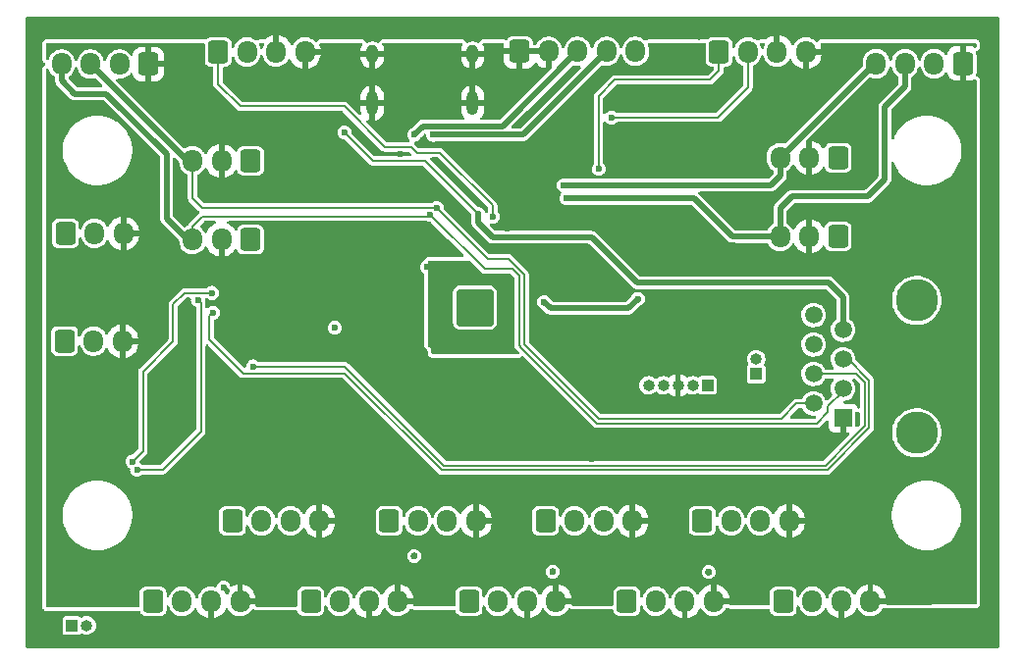
<source format=gbr>
%TF.GenerationSoftware,KiCad,Pcbnew,8.0.6*%
%TF.CreationDate,2024-11-20T00:52:26-08:00*%
%TF.ProjectId,Axion-Board,4178696f-6e2d-4426-9f61-72642e6b6963,rev?*%
%TF.SameCoordinates,Original*%
%TF.FileFunction,Copper,L2,Bot*%
%TF.FilePolarity,Positive*%
%FSLAX46Y46*%
G04 Gerber Fmt 4.6, Leading zero omitted, Abs format (unit mm)*
G04 Created by KiCad (PCBNEW 8.0.6) date 2024-11-20 00:52:26*
%MOMM*%
%LPD*%
G01*
G04 APERTURE LIST*
G04 Aperture macros list*
%AMRoundRect*
0 Rectangle with rounded corners*
0 $1 Rounding radius*
0 $2 $3 $4 $5 $6 $7 $8 $9 X,Y pos of 4 corners*
0 Add a 4 corners polygon primitive as box body*
4,1,4,$2,$3,$4,$5,$6,$7,$8,$9,$2,$3,0*
0 Add four circle primitives for the rounded corners*
1,1,$1+$1,$2,$3*
1,1,$1+$1,$4,$5*
1,1,$1+$1,$6,$7*
1,1,$1+$1,$8,$9*
0 Add four rect primitives between the rounded corners*
20,1,$1+$1,$2,$3,$4,$5,0*
20,1,$1+$1,$4,$5,$6,$7,0*
20,1,$1+$1,$6,$7,$8,$9,0*
20,1,$1+$1,$8,$9,$2,$3,0*%
G04 Aperture macros list end*
%TA.AperFunction,ComponentPad*%
%ADD10R,1.000000X1.000000*%
%TD*%
%TA.AperFunction,ComponentPad*%
%ADD11O,1.000000X1.000000*%
%TD*%
%TA.AperFunction,ComponentPad*%
%ADD12RoundRect,0.250000X-0.600000X-0.725000X0.600000X-0.725000X0.600000X0.725000X-0.600000X0.725000X0*%
%TD*%
%TA.AperFunction,ComponentPad*%
%ADD13O,1.700000X1.950000*%
%TD*%
%TA.AperFunction,ComponentPad*%
%ADD14RoundRect,0.250000X0.600000X0.725000X-0.600000X0.725000X-0.600000X-0.725000X0.600000X-0.725000X0*%
%TD*%
%TA.AperFunction,ComponentPad*%
%ADD15C,0.600000*%
%TD*%
%TA.AperFunction,WasherPad*%
%ADD16C,3.650000*%
%TD*%
%TA.AperFunction,ComponentPad*%
%ADD17R,1.500000X1.500000*%
%TD*%
%TA.AperFunction,ComponentPad*%
%ADD18C,1.500000*%
%TD*%
%TA.AperFunction,ComponentPad*%
%ADD19O,1.000000X2.100000*%
%TD*%
%TA.AperFunction,ComponentPad*%
%ADD20O,1.000000X1.600000*%
%TD*%
%TA.AperFunction,ViaPad*%
%ADD21C,0.600000*%
%TD*%
%TA.AperFunction,Conductor*%
%ADD22C,0.500000*%
%TD*%
%TA.AperFunction,Conductor*%
%ADD23C,0.200000*%
%TD*%
%TA.AperFunction,Conductor*%
%ADD24C,0.635000*%
%TD*%
G04 APERTURE END LIST*
D10*
%TO.P,J6,1,Pin_1*%
%TO.N,/GP18*%
X163000000Y-83100000D03*
D11*
%TO.P,J6,2,Pin_2*%
%TO.N,/GP19*%
X163000000Y-81830000D03*
%TD*%
D10*
%TO.P,J2,1,Pin_1*%
%TO.N,~{RESET}*%
X158800000Y-84075000D03*
D11*
%TO.P,J2,2,Pin_2*%
%TO.N,+3V3*%
X157530000Y-84075000D03*
%TO.P,J2,3,Pin_3*%
%TO.N,GND*%
X156260000Y-84075000D03*
%TO.P,J2,4,Pin_4*%
%TO.N,SWD*%
X154990000Y-84075000D03*
%TO.P,J2,5,Pin_5*%
%TO.N,SWCLK*%
X153720000Y-84075000D03*
%TD*%
D12*
%TO.P,BTN2,1,Pin_1*%
%TO.N,/BT2*%
X151850000Y-102725000D03*
D13*
%TO.P,BTN2,2,Pin_2*%
%TO.N,Net-(BTN2-Pin_2)*%
X154350000Y-102725000D03*
%TO.P,BTN2,3,Pin_3*%
%TO.N,VBUS*%
X156850000Y-102725000D03*
%TO.P,BTN2,4,Pin_4*%
%TO.N,GND*%
X159350000Y-102725000D03*
%TD*%
D12*
%TO.P,BTN7,1,Pin_1*%
%TO.N,/BT7*%
X117850000Y-95775000D03*
D13*
%TO.P,BTN7,2,Pin_2*%
%TO.N,Net-(BTN7-Pin_2)*%
X120350000Y-95775000D03*
%TO.P,BTN7,3,Pin_3*%
%TO.N,VBUS*%
X122850000Y-95775000D03*
%TO.P,BTN7,4,Pin_4*%
%TO.N,GND*%
X125350000Y-95775000D03*
%TD*%
D12*
%TO.P,BTN0,1,Pin_1*%
%TO.N,/BT0*%
X165350000Y-102725000D03*
D13*
%TO.P,BTN0,2,Pin_2*%
%TO.N,Net-(BTN0-Pin_2)*%
X167850000Y-102725000D03*
%TO.P,BTN0,3,Pin_3*%
%TO.N,VBUS*%
X170350000Y-102725000D03*
%TO.P,BTN0,4,Pin_4*%
%TO.N,GND*%
X172850000Y-102725000D03*
%TD*%
D12*
%TO.P,BTN8,1,Pin_1*%
%TO.N,/BT8*%
X111000000Y-102725000D03*
D13*
%TO.P,BTN8,2,Pin_2*%
%TO.N,Net-(BTN8-Pin_2)*%
X113500000Y-102725000D03*
%TO.P,BTN8,3,Pin_3*%
%TO.N,VBUS*%
X116000000Y-102725000D03*
%TO.P,BTN8,4,Pin_4*%
%TO.N,GND*%
X118500000Y-102725000D03*
%TD*%
D12*
%TO.P,BTN6,1,Pin_1*%
%TO.N,/BT6*%
X124600000Y-102725000D03*
D13*
%TO.P,BTN6,2,Pin_2*%
%TO.N,Net-(BTN6-Pin_2)*%
X127100000Y-102725000D03*
%TO.P,BTN6,3,Pin_3*%
%TO.N,VBUS*%
X129600000Y-102725000D03*
%TO.P,BTN6,4,Pin_4*%
%TO.N,GND*%
X132100000Y-102725000D03*
%TD*%
D12*
%TO.P,J16,1,Pin_1*%
%TO.N,/RGB1*%
X103367500Y-80250000D03*
D13*
%TO.P,J16,2,Pin_2*%
%TO.N,VBUS*%
X105867500Y-80250000D03*
%TO.P,J16,3,Pin_3*%
%TO.N,GND*%
X108367500Y-80250000D03*
%TD*%
D12*
%TO.P,J19,1,Pin_1*%
%TO.N,GND*%
X142600000Y-55250000D03*
D13*
%TO.P,J19,2,Pin_2*%
X145100000Y-55250000D03*
%TO.P,J19,3,Pin_3*%
%TO.N,D_USB_P*%
X147600000Y-55250000D03*
%TO.P,J19,4,Pin_4*%
%TO.N,D_USB_N*%
X150100000Y-55250000D03*
%TO.P,J19,5,Pin_5*%
%TO.N,+5V*%
X152600000Y-55250000D03*
%TD*%
D14*
%TO.P,J17,1,Pin_1*%
%TO.N,GND*%
X180850000Y-56300000D03*
D13*
%TO.P,J17,2,Pin_2*%
%TO.N,VBUS*%
X178350000Y-56300000D03*
%TO.P,J17,3,Pin_3*%
%TO.N,/QE1A*%
X175850000Y-56300000D03*
%TO.P,J17,4,Pin_4*%
%TO.N,/QE1B*%
X173350000Y-56300000D03*
%TD*%
D15*
%TO.P,U3,57,GND*%
%TO.N,GND*%
X137475000Y-78637500D03*
X138750000Y-78637500D03*
X140025000Y-78637500D03*
X137475000Y-77362500D03*
X138750000Y-77362500D03*
X140025000Y-77362500D03*
X137475000Y-76087500D03*
X138750000Y-76087500D03*
X140025000Y-76087500D03*
%TD*%
D12*
%TO.P,J15,1,Pin_1*%
%TO.N,/RGB2*%
X103442500Y-70950000D03*
D13*
%TO.P,J15,2,Pin_2*%
%TO.N,VBUS*%
X105942500Y-70950000D03*
%TO.P,J15,3,Pin_3*%
%TO.N,GND*%
X108442500Y-70950000D03*
%TD*%
D14*
%TO.P,J21,1,Pin_1*%
%TO.N,VBUS*%
X119400000Y-64700000D03*
D13*
%TO.P,J21,2,Pin_2*%
%TO.N,GND*%
X116900000Y-64700000D03*
%TO.P,J21,3,Pin_3*%
%TO.N,/PS2CLK*%
X114400000Y-64700000D03*
%TD*%
D12*
%TO.P,BTN3,1,Pin_1*%
%TO.N,/BT3*%
X144850000Y-95775000D03*
D13*
%TO.P,BTN3,2,Pin_2*%
%TO.N,Net-(BTN3-Pin_2)*%
X147350000Y-95775000D03*
%TO.P,BTN3,3,Pin_3*%
%TO.N,VBUS*%
X149850000Y-95775000D03*
%TO.P,BTN3,4,Pin_4*%
%TO.N,GND*%
X152350000Y-95775000D03*
%TD*%
D14*
%TO.P,J18,1,Pin_1*%
%TO.N,GND*%
X110600000Y-56350000D03*
D13*
%TO.P,J18,2,Pin_2*%
%TO.N,VBUS*%
X108100000Y-56350000D03*
%TO.P,J18,3,Pin_3*%
%TO.N,/PS2CLK*%
X105600000Y-56350000D03*
%TO.P,J18,4,Pin_4*%
%TO.N,/PS2COMM*%
X103100000Y-56350000D03*
%TD*%
D14*
%TO.P,J14,1,Pin_1*%
%TO.N,VBUS*%
X119400000Y-71500000D03*
D13*
%TO.P,J14,2,Pin_2*%
%TO.N,GND*%
X116900000Y-71500000D03*
%TO.P,J14,3,Pin_3*%
%TO.N,/PS2COMM*%
X114400000Y-71500000D03*
%TD*%
D12*
%TO.P,BTN9,1,Pin_1*%
%TO.N,/BT9*%
X159800000Y-55300000D03*
D13*
%TO.P,BTN9,2,Pin_2*%
%TO.N,Net-(BTN9-Pin_2)*%
X162300000Y-55300000D03*
%TO.P,BTN9,3,Pin_3*%
%TO.N,VBUS*%
X164800000Y-55300000D03*
%TO.P,BTN9,4,Pin_4*%
%TO.N,GND*%
X167300000Y-55300000D03*
%TD*%
D12*
%TO.P,BTN5,1,Pin_1*%
%TO.N,/BT5*%
X131350000Y-95775000D03*
D13*
%TO.P,BTN5,2,Pin_2*%
%TO.N,Net-(BTN5-Pin_2)*%
X133850000Y-95775000D03*
%TO.P,BTN5,3,Pin_3*%
%TO.N,VBUS*%
X136350000Y-95775000D03*
%TO.P,BTN5,4,Pin_4*%
%TO.N,GND*%
X138850000Y-95775000D03*
%TD*%
D14*
%TO.P,J3,1,Pin_1*%
%TO.N,VBUS*%
X170075000Y-71225000D03*
D13*
%TO.P,J3,2,Pin_2*%
%TO.N,GND*%
X167575000Y-71225000D03*
%TO.P,J3,3,Pin_3*%
%TO.N,/QE1A*%
X165075000Y-71225000D03*
%TD*%
D10*
%TO.P,J7,1,Pin_1*%
%TO.N,/RGB3*%
X103997500Y-104800000D03*
D11*
%TO.P,J7,2,Pin_2*%
%TO.N,/RGB4*%
X105267500Y-104800000D03*
%TD*%
D16*
%TO.P,J20,*%
%TO.N,*%
X176850000Y-88175000D03*
X176850000Y-76745000D03*
D17*
%TO.P,J20,1,Pin_1*%
%TO.N,GND*%
X170500000Y-86905000D03*
D18*
%TO.P,J20,2,Pin_2*%
%TO.N,/PS2CLK*%
X167960000Y-85635000D03*
%TO.P,J20,3,Pin_3*%
%TO.N,/PS2COMM*%
X170500000Y-84365000D03*
%TO.P,J20,4,Pin_4*%
%TO.N,/GP18*%
X167960000Y-83095000D03*
%TO.P,J20,5,Pin_5*%
%TO.N,/GP19*%
X170500000Y-81825000D03*
%TO.P,J20,6,Pin_6*%
%TO.N,/PS2_9V*%
X167960000Y-80555000D03*
%TO.P,J20,7,Pin_7*%
%TO.N,/LED10*%
X170500000Y-79285000D03*
%TO.P,J20,8,Pin_8*%
%TO.N,unconnected-(J20-Pin_8-Pad8)*%
X167960000Y-78015000D03*
%TD*%
D12*
%TO.P,BTN1,1,Pin_1*%
%TO.N,/BT1*%
X158350000Y-95775000D03*
D13*
%TO.P,BTN1,2,Pin_2*%
%TO.N,Net-(BTN1-Pin_2)*%
X160850000Y-95775000D03*
%TO.P,BTN1,3,Pin_3*%
%TO.N,VBUS*%
X163350000Y-95775000D03*
%TO.P,BTN1,4,Pin_4*%
%TO.N,GND*%
X165850000Y-95775000D03*
%TD*%
D19*
%TO.P,J1,S1,SHIELD*%
%TO.N,GND*%
X138550000Y-59680000D03*
D20*
X138550000Y-55500000D03*
D19*
X129910000Y-59680000D03*
D20*
X129910000Y-55500000D03*
%TD*%
D14*
%TO.P,J4,1,Pin_1*%
%TO.N,VBUS*%
X170075000Y-64425000D03*
D13*
%TO.P,J4,2,Pin_2*%
%TO.N,GND*%
X167575000Y-64425000D03*
%TO.P,J4,3,Pin_3*%
%TO.N,/QE1B*%
X165075000Y-64425000D03*
%TD*%
D12*
%TO.P,BTN10,1,Pin_1*%
%TO.N,/BT10*%
X116600000Y-55300000D03*
D13*
%TO.P,BTN10,2,Pin_2*%
%TO.N,Net-(BTN10-Pin_2)*%
X119100000Y-55300000D03*
%TO.P,BTN10,3,Pin_3*%
%TO.N,VBUS*%
X121600000Y-55300000D03*
%TO.P,BTN10,4,Pin_4*%
%TO.N,GND*%
X124100000Y-55300000D03*
%TD*%
D12*
%TO.P,BTN4,1,Pin_1*%
%TO.N,/BT4*%
X138250000Y-102725000D03*
D13*
%TO.P,BTN4,2,Pin_2*%
%TO.N,Net-(BTN4-Pin_2)*%
X140750000Y-102725000D03*
%TO.P,BTN4,3,Pin_3*%
%TO.N,VBUS*%
X143250000Y-102725000D03*
%TO.P,BTN4,4,Pin_4*%
%TO.N,GND*%
X145750000Y-102725000D03*
%TD*%
D21*
%TO.N,+3V3*%
X126667500Y-79100000D03*
X139440000Y-79620000D03*
X144710000Y-76870000D03*
X136200000Y-77000000D03*
X152800000Y-76610000D03*
X141150000Y-77400000D03*
X134617500Y-73850000D03*
%TO.N,GND*%
X161000000Y-72000000D03*
X130333750Y-87166250D03*
X148267500Y-65700000D03*
X148850000Y-90400000D03*
X181000000Y-58250000D03*
X155650000Y-78600000D03*
X130750000Y-77925000D03*
X141600000Y-70550000D03*
X117150000Y-88925000D03*
X161635000Y-61815000D03*
X134400000Y-81200000D03*
X143650000Y-73000000D03*
X134860000Y-70940000D03*
X126567500Y-76900000D03*
X157200000Y-68900000D03*
X168850000Y-55250000D03*
X168417500Y-88850000D03*
X132300000Y-64100000D03*
X124200000Y-80500000D03*
X117367500Y-84000000D03*
X159550000Y-74200000D03*
X136500000Y-68250000D03*
X159025000Y-92450000D03*
X163350000Y-56700000D03*
X139250000Y-63900000D03*
X110567500Y-80800000D03*
X162300000Y-74200000D03*
X122300000Y-85300000D03*
X140325000Y-85525000D03*
X159050000Y-88075000D03*
X150217500Y-75150000D03*
X129900000Y-70100000D03*
X140300000Y-89650000D03*
X142775000Y-58125000D03*
X152300000Y-86125000D03*
X157300000Y-72100000D03*
X142025000Y-85900000D03*
X112250000Y-100500000D03*
X138125000Y-87800000D03*
X142800000Y-66650000D03*
X132975000Y-68100000D03*
X145400000Y-79175000D03*
X162300000Y-77200000D03*
X143417500Y-82600000D03*
X149800000Y-68900000D03*
X130467500Y-73750000D03*
X144050000Y-87275000D03*
X126200000Y-85400000D03*
X113000000Y-62000000D03*
X174500000Y-55000000D03*
X149000000Y-80480000D03*
X111167500Y-77800000D03*
X117125000Y-92450000D03*
X166617500Y-69050000D03*
X157625000Y-92475000D03*
X111975000Y-87275000D03*
X156817500Y-54850000D03*
X123750000Y-77000000D03*
X155475000Y-86075000D03*
X137333750Y-85966250D03*
X147620000Y-76590000D03*
X146000000Y-93500000D03*
X147300000Y-78600000D03*
%TO.N,VBUS*%
X133517500Y-98800000D03*
X158900000Y-100200000D03*
X171200000Y-104800000D03*
X145467500Y-100150000D03*
X130017500Y-104200000D03*
X158067500Y-53950000D03*
X176951500Y-53648000D03*
X165100000Y-53340000D03*
X117067500Y-101550000D03*
%TO.N,D_USB_P*%
X133500000Y-62450000D03*
%TO.N,D_USB_N*%
X135150000Y-62450000D03*
%TO.N,/BT9*%
X149417500Y-65400000D03*
%TO.N,/BT10*%
X140300000Y-69500000D03*
%TO.N,/LED10*%
X139000000Y-69250000D03*
X127500000Y-62250000D03*
%TO.N,/PS2CLK*%
X135450000Y-68750000D03*
%TO.N,/GP19*%
X116167500Y-77800000D03*
%TO.N,/GP18*%
X119617500Y-82450000D03*
%TO.N,/PS2COMM*%
X134900000Y-69350000D03*
%TO.N,Net-(BTN9-Pin_2)*%
X150517500Y-60950000D03*
%TO.N,/QE1A*%
X146625000Y-67925000D03*
%TO.N,/QE1B*%
X146425000Y-66800000D03*
%TO.N,Net-(U5-2Y)*%
X116067500Y-76100000D03*
X109217500Y-90650000D03*
%TO.N,Net-(U5-1Y)*%
X114867500Y-76700000D03*
X109617500Y-91350000D03*
%TD*%
D22*
%TO.N,+3V3*%
X144710000Y-76870000D02*
X145270000Y-77430000D01*
D23*
X152800000Y-76610000D02*
X152820000Y-76610000D01*
X152800000Y-76630000D02*
X152800000Y-76610000D01*
D22*
X151980000Y-77430000D02*
X152800000Y-76610000D01*
X145270000Y-77430000D02*
X151980000Y-77430000D01*
D23*
X152820000Y-76610000D02*
X152800000Y-76630000D01*
D24*
%TO.N,GND*%
X137475000Y-78637500D02*
X138750000Y-77362500D01*
X140025000Y-78637500D02*
X137475000Y-78637500D01*
X138750000Y-76087500D02*
X137475000Y-77362500D01*
X138750000Y-78637500D02*
X140025000Y-77362500D01*
X140025000Y-78637500D02*
X137475000Y-76087500D01*
X138750000Y-78637500D02*
X138750000Y-76087500D01*
X137475000Y-77362500D02*
X138750000Y-78637500D01*
X140025000Y-78637500D02*
X140025000Y-76087500D01*
X140025000Y-76087500D02*
X138750000Y-77362500D01*
X138750000Y-76087500D02*
X140025000Y-77362500D01*
X137475000Y-77362500D02*
X140025000Y-77362500D01*
X140025000Y-76087500D02*
X137475000Y-76087500D01*
X137475000Y-76087500D02*
X137475000Y-78637500D01*
D22*
%TO.N,D_USB_P*%
X141150000Y-61700000D02*
X134250000Y-61700000D01*
X147600000Y-55250000D02*
X141150000Y-61700000D01*
X134250000Y-61700000D02*
X133500000Y-62450000D01*
%TO.N,D_USB_N*%
X142900000Y-62450000D02*
X135150000Y-62450000D01*
X150100000Y-55250000D02*
X142900000Y-62450000D01*
D23*
%TO.N,/BT9*%
X159017500Y-57700000D02*
X159800000Y-56917500D01*
X150817500Y-57700000D02*
X159017500Y-57700000D01*
X149417500Y-59100000D02*
X150817500Y-57700000D01*
X159800000Y-56917500D02*
X159800000Y-55300000D01*
X149417500Y-65400000D02*
X149417500Y-59100000D01*
%TO.N,/BT10*%
X131000000Y-63500000D02*
X127500000Y-60000000D01*
X140300000Y-68550000D02*
X135750000Y-64000000D01*
X140300000Y-69500000D02*
X140300000Y-68550000D01*
X133750000Y-64000000D02*
X133250000Y-63500000D01*
X135750000Y-64000000D02*
X133750000Y-64000000D01*
X127500000Y-60000000D02*
X118500000Y-60000000D01*
X116600000Y-58100000D02*
X116600000Y-55300000D01*
X133250000Y-63500000D02*
X131000000Y-63500000D01*
X118500000Y-60000000D02*
X116600000Y-58100000D01*
%TO.N,/LED10*%
X134450000Y-64700000D02*
X129950000Y-64700000D01*
D22*
X170500000Y-76482500D02*
X170500000Y-79285000D01*
X139000000Y-70032500D02*
X140267500Y-71300000D01*
X139000000Y-69250000D02*
X139000000Y-70032500D01*
X140267500Y-71300000D02*
X148817500Y-71300000D01*
D23*
X129950000Y-64700000D02*
X127500000Y-62250000D01*
D22*
X152717500Y-75200000D02*
X169217500Y-75200000D01*
X169217500Y-75200000D02*
X170500000Y-76482500D01*
D23*
X139000000Y-69250000D02*
X134450000Y-64700000D01*
D22*
X148817500Y-71300000D02*
X152717500Y-75200000D01*
D23*
%TO.N,/PS2CLK*%
X165185000Y-86950000D02*
X166500000Y-85635000D01*
X115250000Y-68750000D02*
X114400000Y-67900000D01*
X135450000Y-68750000D02*
X139850000Y-73150000D01*
D22*
X113950000Y-64700000D02*
X114400000Y-64700000D01*
D23*
X143000000Y-74500000D02*
X143000000Y-80500000D01*
X149450000Y-86950000D02*
X165185000Y-86950000D01*
X143000000Y-80500000D02*
X149450000Y-86950000D01*
X166500000Y-85635000D02*
X167960000Y-85635000D01*
D22*
X105600000Y-56350000D02*
X113950000Y-64700000D01*
D23*
X141650000Y-73150000D02*
X141150000Y-73150000D01*
X139850000Y-73150000D02*
X141150000Y-73150000D01*
X135450000Y-68750000D02*
X115250000Y-68750000D01*
X143000000Y-74500000D02*
X141650000Y-73150000D01*
X114400000Y-67900000D02*
X114400000Y-64700000D01*
%TO.N,/GP19*%
X135901814Y-91400000D02*
X127551814Y-83050000D01*
X170500000Y-81825000D02*
X170958186Y-81825000D01*
X127551814Y-83050000D02*
X118767500Y-83050000D01*
X170958186Y-81825000D02*
X172767500Y-83634315D01*
X169133185Y-91400000D02*
X135901814Y-91400000D01*
X172767500Y-87765686D02*
X169133185Y-91400000D01*
X172767500Y-83634315D02*
X172767500Y-87765686D01*
X116167500Y-77800000D02*
X116117500Y-77850000D01*
X115867500Y-78100000D02*
X116167500Y-77800000D01*
X118767500Y-83050000D02*
X115867500Y-80150000D01*
X115867500Y-80150000D02*
X115867500Y-78100000D01*
%TO.N,/GP18*%
X136067500Y-91000000D02*
X127517500Y-82450000D01*
X171662500Y-83095000D02*
X172367500Y-83800000D01*
X119617500Y-82450000D02*
X127517500Y-82450000D01*
X168967500Y-91000000D02*
X136067500Y-91000000D01*
X171117500Y-88850000D02*
X168967500Y-91000000D01*
X172367500Y-87600000D02*
X171117500Y-88850000D01*
X119617500Y-82450000D02*
X119717500Y-82450000D01*
X167960000Y-83095000D02*
X171662500Y-83095000D01*
X172367500Y-83800000D02*
X172367500Y-87600000D01*
D22*
%TO.N,/PS2COMM*%
X103100000Y-57732500D02*
X104267500Y-58900000D01*
D23*
X134900000Y-69350000D02*
X139600000Y-74050000D01*
X114400000Y-70350000D02*
X114400000Y-71500000D01*
X170500000Y-84579925D02*
X169200000Y-85879925D01*
X169200000Y-86400000D02*
X168250000Y-87350000D01*
X170500000Y-84365000D02*
X170500000Y-84579925D01*
X142567157Y-74632843D02*
X142567157Y-80632842D01*
X149284314Y-87350000D02*
X167750000Y-87350000D01*
X168250000Y-87350000D02*
X167750000Y-87350000D01*
X169200000Y-85879925D02*
X169200000Y-86400000D01*
X141984314Y-74050000D02*
X142567157Y-74632843D01*
X134750000Y-69500000D02*
X134900000Y-69350000D01*
X142792157Y-80857843D02*
X149284314Y-87350000D01*
X139600000Y-74050000D02*
X141984314Y-74050000D01*
D22*
X106967500Y-58900000D02*
X112167500Y-64100000D01*
X113967500Y-71500000D02*
X114400000Y-71500000D01*
D23*
X115250000Y-69500000D02*
X134750000Y-69500000D01*
D22*
X103100000Y-56350000D02*
X103100000Y-57732500D01*
X112167500Y-69700000D02*
X113967500Y-71500000D01*
X112167500Y-64100000D02*
X112167500Y-69700000D01*
D23*
X142567157Y-80632842D02*
X142792157Y-80857843D01*
X114400000Y-70350000D02*
X115250000Y-69500000D01*
D22*
X104267500Y-58900000D02*
X106967500Y-58900000D01*
D23*
%TO.N,Net-(BTN9-Pin_2)*%
X162300000Y-58317500D02*
X162300000Y-55300000D01*
X150517500Y-60950000D02*
X159667500Y-60950000D01*
X159667500Y-60950000D02*
X162300000Y-58317500D01*
D22*
%TO.N,/QE1A*%
X165075000Y-71225000D02*
X165075000Y-68775000D01*
X174100000Y-60050000D02*
X175850000Y-58300000D01*
X165075000Y-68775000D02*
X166100000Y-67750000D01*
X174100000Y-66300000D02*
X174100000Y-60050000D01*
X166100000Y-67750000D02*
X172650000Y-67750000D01*
X146625000Y-67925000D02*
X157639339Y-67925000D01*
X157639339Y-67925000D02*
X160939339Y-71225000D01*
X160939339Y-71225000D02*
X165075000Y-71225000D01*
X175850000Y-58300000D02*
X175850000Y-56300000D01*
X172650000Y-67750000D02*
X174100000Y-66300000D01*
%TO.N,/QE1B*%
X146425000Y-66800000D02*
X164250000Y-66800000D01*
X165075000Y-65975000D02*
X165075000Y-64425000D01*
X173200000Y-56300000D02*
X173350000Y-56300000D01*
X164250000Y-66800000D02*
X165075000Y-65975000D01*
X165075000Y-64425000D02*
X173200000Y-56300000D01*
D23*
%TO.N,Net-(U5-2Y)*%
X112717500Y-77100000D02*
X112717500Y-80300000D01*
X112717500Y-80300000D02*
X110117500Y-82900000D01*
X110117500Y-82900000D02*
X110117500Y-89750000D01*
X116067500Y-76100000D02*
X113717500Y-76100000D01*
X113717500Y-76100000D02*
X112717500Y-77100000D01*
X110117500Y-89750000D02*
X109217500Y-90650000D01*
%TO.N,Net-(U5-1Y)*%
X115117500Y-76950000D02*
X115117500Y-88050000D01*
X115117500Y-88050000D02*
X111817500Y-91350000D01*
X114867500Y-76700000D02*
X115117500Y-76950000D01*
X111817500Y-91350000D02*
X109617500Y-91350000D01*
%TD*%
%TA.AperFunction,Conductor*%
%TO.N,GND*%
G36*
X115392539Y-54519685D02*
G01*
X115438294Y-54572489D01*
X115449500Y-54624000D01*
X115449500Y-56068102D01*
X115455126Y-56114954D01*
X115460122Y-56156561D01*
X115460122Y-56156563D01*
X115460123Y-56156564D01*
X115477722Y-56201192D01*
X115515639Y-56297343D01*
X115607077Y-56417922D01*
X115727656Y-56509360D01*
X115727657Y-56509360D01*
X115727658Y-56509361D01*
X115868436Y-56564877D01*
X115956898Y-56575500D01*
X116075500Y-56575500D01*
X116142539Y-56595185D01*
X116188294Y-56647989D01*
X116199500Y-56699500D01*
X116199500Y-58047273D01*
X116199500Y-58152727D01*
X116203707Y-58168427D01*
X116226793Y-58254589D01*
X116232673Y-58264773D01*
X116279520Y-58345913D01*
X116279521Y-58345914D01*
X116279522Y-58345915D01*
X118175179Y-60241571D01*
X118175189Y-60241582D01*
X118179519Y-60245912D01*
X118179520Y-60245913D01*
X118254087Y-60320480D01*
X118295376Y-60344318D01*
X118330543Y-60364622D01*
X118345408Y-60373205D01*
X118345409Y-60373205D01*
X118345412Y-60373207D01*
X118447273Y-60400500D01*
X118552727Y-60400500D01*
X127282745Y-60400500D01*
X127349784Y-60420185D01*
X127370426Y-60436819D01*
X130679519Y-63745912D01*
X130679520Y-63745913D01*
X130754087Y-63820480D01*
X130845413Y-63873207D01*
X130947273Y-63900500D01*
X133032745Y-63900500D01*
X133099784Y-63920185D01*
X133120421Y-63936814D01*
X133271428Y-64087821D01*
X133304912Y-64149142D01*
X133299928Y-64218833D01*
X133258057Y-64274767D01*
X133192592Y-64299184D01*
X133183746Y-64299500D01*
X130167255Y-64299500D01*
X130100216Y-64279815D01*
X130079574Y-64263181D01*
X128141402Y-62325009D01*
X128107917Y-62263686D01*
X128106144Y-62253513D01*
X128105681Y-62249998D01*
X128085044Y-62093238D01*
X128024536Y-61947159D01*
X127928282Y-61821718D01*
X127802841Y-61725464D01*
X127727597Y-61694297D01*
X127656762Y-61664956D01*
X127656760Y-61664955D01*
X127500001Y-61644318D01*
X127499999Y-61644318D01*
X127343239Y-61664955D01*
X127343237Y-61664956D01*
X127197160Y-61725463D01*
X127071718Y-61821718D01*
X126975463Y-61947160D01*
X126914956Y-62093237D01*
X126914955Y-62093239D01*
X126894318Y-62249998D01*
X126894318Y-62250001D01*
X126914955Y-62406760D01*
X126914956Y-62406762D01*
X126975464Y-62552841D01*
X127071718Y-62678282D01*
X127197159Y-62774536D01*
X127343238Y-62835044D01*
X127500000Y-62855682D01*
X127500001Y-62855681D01*
X127503513Y-62856144D01*
X127567410Y-62884410D01*
X127575009Y-62891402D01*
X129704087Y-65020480D01*
X129795412Y-65073207D01*
X129897273Y-65100500D01*
X130002727Y-65100500D01*
X134232745Y-65100500D01*
X134299784Y-65120185D01*
X134320426Y-65136819D01*
X138358596Y-69174988D01*
X138392081Y-69236311D01*
X138393854Y-69246483D01*
X138414956Y-69406760D01*
X138414956Y-69406762D01*
X138440061Y-69467370D01*
X138449500Y-69514823D01*
X138449500Y-70104975D01*
X138470112Y-70181898D01*
X138487016Y-70244985D01*
X138559490Y-70370515D01*
X139929485Y-71740510D01*
X140018044Y-71791639D01*
X140055015Y-71812984D01*
X140195025Y-71850500D01*
X140195026Y-71850500D01*
X140339974Y-71850500D01*
X148538113Y-71850500D01*
X148605152Y-71870185D01*
X148625794Y-71886819D01*
X152379485Y-75640510D01*
X152481658Y-75699499D01*
X152505015Y-75712984D01*
X152645025Y-75750500D01*
X152645026Y-75750500D01*
X152789974Y-75750500D01*
X168938113Y-75750500D01*
X169005152Y-75770185D01*
X169025794Y-75786819D01*
X169913181Y-76674206D01*
X169946666Y-76735529D01*
X169949500Y-76761887D01*
X169949500Y-78319163D01*
X169929815Y-78386202D01*
X169904165Y-78415016D01*
X169753590Y-78538589D01*
X169644335Y-78671718D01*
X169622315Y-78698550D01*
X169593501Y-78752456D01*
X169524769Y-78881043D01*
X169464699Y-79079067D01*
X169444417Y-79285000D01*
X169464699Y-79490932D01*
X169473426Y-79519700D01*
X169524768Y-79688954D01*
X169622315Y-79871450D01*
X169622317Y-79871452D01*
X169753589Y-80031410D01*
X169816142Y-80082745D01*
X169913550Y-80162685D01*
X170096046Y-80260232D01*
X170294066Y-80320300D01*
X170294065Y-80320300D01*
X170312529Y-80322118D01*
X170500000Y-80340583D01*
X170705934Y-80320300D01*
X170903954Y-80260232D01*
X171086450Y-80162685D01*
X171246410Y-80031410D01*
X171377685Y-79871450D01*
X171475232Y-79688954D01*
X171535300Y-79490934D01*
X171555583Y-79285000D01*
X171535300Y-79079066D01*
X171475232Y-78881046D01*
X171377685Y-78698550D01*
X171246410Y-78538590D01*
X171217612Y-78514956D01*
X171095835Y-78415016D01*
X171056501Y-78357271D01*
X171050500Y-78319163D01*
X171050500Y-76745000D01*
X174719533Y-76745000D01*
X174739375Y-77035099D01*
X174739376Y-77035101D01*
X174798532Y-77319782D01*
X174798537Y-77319798D01*
X174895910Y-77593776D01*
X174895909Y-77593776D01*
X175029688Y-77851957D01*
X175029692Y-77851963D01*
X175197367Y-78089505D01*
X175197371Y-78089509D01*
X175197373Y-78089512D01*
X175395843Y-78302022D01*
X175395848Y-78302026D01*
X175395850Y-78302028D01*
X175621395Y-78485522D01*
X175621398Y-78485524D01*
X175621402Y-78485527D01*
X175669796Y-78514956D01*
X175869848Y-78636611D01*
X176136545Y-78752454D01*
X176136550Y-78752456D01*
X176416544Y-78830906D01*
X176669801Y-78865715D01*
X176704611Y-78870500D01*
X176704612Y-78870500D01*
X176995389Y-78870500D01*
X177026445Y-78866231D01*
X177283456Y-78830906D01*
X177563450Y-78752456D01*
X177830153Y-78636610D01*
X178078598Y-78485527D01*
X178304157Y-78302022D01*
X178502627Y-78089512D01*
X178670312Y-77851956D01*
X178804088Y-77593780D01*
X178804088Y-77593779D01*
X178804090Y-77593776D01*
X178901462Y-77319798D01*
X178901467Y-77319782D01*
X178941260Y-77128282D01*
X178960624Y-77035099D01*
X178980467Y-76745000D01*
X178960624Y-76454901D01*
X178925309Y-76284955D01*
X178901467Y-76170217D01*
X178901462Y-76170201D01*
X178804089Y-75896223D01*
X178804090Y-75896223D01*
X178670311Y-75638042D01*
X178670307Y-75638036D01*
X178502632Y-75400494D01*
X178502628Y-75400490D01*
X178502627Y-75400488D01*
X178304157Y-75187978D01*
X178304150Y-75187973D01*
X178304149Y-75187971D01*
X178078604Y-75004477D01*
X178078593Y-75004470D01*
X177830151Y-74853388D01*
X177563454Y-74737545D01*
X177283462Y-74659095D01*
X177283457Y-74659094D01*
X177283456Y-74659094D01*
X177139422Y-74639297D01*
X176995389Y-74619500D01*
X176995388Y-74619500D01*
X176704612Y-74619500D01*
X176704611Y-74619500D01*
X176416544Y-74659094D01*
X176416537Y-74659095D01*
X176136545Y-74737545D01*
X175869848Y-74853388D01*
X175621406Y-75004470D01*
X175621395Y-75004477D01*
X175395850Y-75187971D01*
X175197367Y-75400494D01*
X175029692Y-75638036D01*
X175029688Y-75638042D01*
X174895909Y-75896223D01*
X174798537Y-76170201D01*
X174798532Y-76170217D01*
X174739376Y-76454898D01*
X174739375Y-76454900D01*
X174719533Y-76745000D01*
X171050500Y-76745000D01*
X171050500Y-76410027D01*
X171050500Y-76410025D01*
X171012984Y-76270015D01*
X170978046Y-76209500D01*
X170940510Y-76144485D01*
X169555515Y-74759490D01*
X169429985Y-74687016D01*
X169429980Y-74687014D01*
X169393834Y-74677328D01*
X169393834Y-74677329D01*
X169341904Y-74663414D01*
X169289975Y-74649500D01*
X169289974Y-74649500D01*
X152996887Y-74649500D01*
X152929848Y-74629815D01*
X152909206Y-74613181D01*
X149155516Y-70859491D01*
X149155515Y-70859490D01*
X149029985Y-70787016D01*
X149029979Y-70787014D01*
X149020563Y-70784490D01*
X149020563Y-70784491D01*
X148954005Y-70766657D01*
X148889975Y-70749500D01*
X148889974Y-70749500D01*
X140546887Y-70749500D01*
X140479848Y-70729815D01*
X140459206Y-70713181D01*
X140042040Y-70296015D01*
X140008555Y-70234692D01*
X140013539Y-70165000D01*
X140055411Y-70109067D01*
X140120875Y-70084650D01*
X140145903Y-70085394D01*
X140246424Y-70098628D01*
X140299999Y-70105682D01*
X140300000Y-70105682D01*
X140300001Y-70105682D01*
X140352254Y-70098802D01*
X140456762Y-70085044D01*
X140602841Y-70024536D01*
X140728282Y-69928282D01*
X140824536Y-69802841D01*
X140885044Y-69656762D01*
X140905682Y-69500000D01*
X140904386Y-69490158D01*
X140885044Y-69343239D01*
X140885044Y-69343238D01*
X140824536Y-69197159D01*
X140824535Y-69197158D01*
X140824535Y-69197157D01*
X140726124Y-69068905D01*
X140700930Y-69003736D01*
X140700500Y-68993419D01*
X140700500Y-68612729D01*
X140700501Y-68612716D01*
X140700501Y-68497274D01*
X140700501Y-68497273D01*
X140673207Y-68395413D01*
X140655942Y-68365509D01*
X140620480Y-68304087D01*
X140545913Y-68229520D01*
X140545912Y-68229519D01*
X140541582Y-68225189D01*
X140541571Y-68225179D01*
X135995915Y-63679522D01*
X135995914Y-63679521D01*
X135995913Y-63679520D01*
X135950250Y-63653156D01*
X135904589Y-63626793D01*
X135817435Y-63603441D01*
X135802727Y-63599500D01*
X135802726Y-63599500D01*
X133967254Y-63599500D01*
X133900215Y-63579815D01*
X133879573Y-63563181D01*
X133564756Y-63248363D01*
X133531271Y-63187040D01*
X133536255Y-63117348D01*
X133578127Y-63061415D01*
X133636250Y-63037744D01*
X133656762Y-63035044D01*
X133802841Y-62974536D01*
X133928282Y-62878282D01*
X134024536Y-62752841D01*
X134049641Y-62692228D01*
X134076517Y-62652006D01*
X134335599Y-62392925D01*
X134396919Y-62359442D01*
X134466611Y-62364426D01*
X134522544Y-62406298D01*
X134546216Y-62464422D01*
X134557857Y-62552839D01*
X134564956Y-62606762D01*
X134625464Y-62752841D01*
X134721718Y-62878282D01*
X134847159Y-62974536D01*
X134993238Y-63035044D01*
X135071619Y-63045363D01*
X135149999Y-63055682D01*
X135150000Y-63055682D01*
X135150001Y-63055682D01*
X135202254Y-63048802D01*
X135306762Y-63035044D01*
X135367370Y-63009938D01*
X135414823Y-63000500D01*
X142972472Y-63000500D01*
X142972474Y-63000500D01*
X142972475Y-63000500D01*
X143112485Y-62962984D01*
X143238015Y-62890510D01*
X149626483Y-56502040D01*
X149687804Y-56468557D01*
X149752479Y-56471792D01*
X149830588Y-56497170D01*
X149830591Y-56497171D01*
X149877351Y-56504577D01*
X150009449Y-56525500D01*
X150009454Y-56525500D01*
X150190551Y-56525500D01*
X150277259Y-56511765D01*
X150369409Y-56497171D01*
X150541639Y-56441211D01*
X150702994Y-56358996D01*
X150849501Y-56252553D01*
X150977553Y-56124501D01*
X151083996Y-55977994D01*
X151166211Y-55816639D01*
X151222171Y-55644409D01*
X151227527Y-55610594D01*
X151257456Y-55547459D01*
X151316768Y-55510528D01*
X151386630Y-55511526D01*
X151444863Y-55550136D01*
X151472473Y-55610594D01*
X151477829Y-55644410D01*
X151533787Y-55816636D01*
X151533788Y-55816639D01*
X151580019Y-55907370D01*
X151611882Y-55969905D01*
X151616006Y-55977997D01*
X151722441Y-56124494D01*
X151722445Y-56124499D01*
X151850500Y-56252554D01*
X151850505Y-56252558D01*
X151962317Y-56333793D01*
X151997006Y-56358996D01*
X152086750Y-56404723D01*
X152158360Y-56441211D01*
X152158363Y-56441212D01*
X152242525Y-56468557D01*
X152330591Y-56497171D01*
X152407550Y-56509360D01*
X152509449Y-56525500D01*
X152509454Y-56525500D01*
X152690551Y-56525500D01*
X152777259Y-56511765D01*
X152869409Y-56497171D01*
X153041639Y-56441211D01*
X153202994Y-56358996D01*
X153349501Y-56252553D01*
X153477553Y-56124501D01*
X153583996Y-55977994D01*
X153666211Y-55816639D01*
X153722171Y-55644409D01*
X153743376Y-55510528D01*
X153750500Y-55465551D01*
X153750500Y-55034448D01*
X153730090Y-54905589D01*
X153722171Y-54855591D01*
X153694191Y-54769476D01*
X153666212Y-54683363D01*
X153666208Y-54683355D01*
X153664649Y-54680294D01*
X153664406Y-54679005D01*
X153664346Y-54678858D01*
X153664376Y-54678845D01*
X153651753Y-54611625D01*
X153678030Y-54546885D01*
X153735136Y-54506628D01*
X153775134Y-54500000D01*
X157801469Y-54500000D01*
X157848921Y-54509439D01*
X157884992Y-54524379D01*
X157910738Y-54535044D01*
X157989119Y-54545363D01*
X158067499Y-54555682D01*
X158067500Y-54555682D01*
X158067501Y-54555682D01*
X158119754Y-54548802D01*
X158224262Y-54535044D01*
X158262074Y-54519381D01*
X158286079Y-54509439D01*
X158333531Y-54500000D01*
X158525500Y-54500000D01*
X158592539Y-54519685D01*
X158638294Y-54572489D01*
X158649500Y-54624000D01*
X158649500Y-56068102D01*
X158655126Y-56114954D01*
X158660122Y-56156561D01*
X158660122Y-56156563D01*
X158660123Y-56156564D01*
X158677722Y-56201192D01*
X158715639Y-56297343D01*
X158807077Y-56417922D01*
X158927656Y-56509360D01*
X158927657Y-56509360D01*
X158927658Y-56509361D01*
X159068436Y-56564877D01*
X159156898Y-56575500D01*
X159275500Y-56575500D01*
X159342539Y-56595185D01*
X159388294Y-56647989D01*
X159399500Y-56699500D01*
X159399500Y-56700245D01*
X159379815Y-56767284D01*
X159363181Y-56787926D01*
X158887926Y-57263181D01*
X158826603Y-57296666D01*
X158800245Y-57299500D01*
X150764773Y-57299500D01*
X150662910Y-57326793D01*
X150571587Y-57379520D01*
X150571584Y-57379522D01*
X149097022Y-58854084D01*
X149097018Y-58854090D01*
X149044292Y-58945412D01*
X149044293Y-58945413D01*
X149017000Y-59047273D01*
X149017000Y-64893419D01*
X148997315Y-64960458D01*
X148991376Y-64968905D01*
X148892964Y-65097157D01*
X148832456Y-65243237D01*
X148832455Y-65243239D01*
X148811818Y-65399998D01*
X148811818Y-65400001D01*
X148832455Y-65556760D01*
X148832456Y-65556762D01*
X148890686Y-65697343D01*
X148892964Y-65702841D01*
X148989218Y-65828282D01*
X149114659Y-65924536D01*
X149260738Y-65985044D01*
X149347907Y-65996519D01*
X149393793Y-66002561D01*
X149414422Y-66011686D01*
X149422457Y-66006523D01*
X149441207Y-66002561D01*
X149468930Y-65998911D01*
X149574262Y-65985044D01*
X149720341Y-65924536D01*
X149845782Y-65828282D01*
X149942036Y-65702841D01*
X150002544Y-65556762D01*
X150023182Y-65400000D01*
X150015610Y-65342488D01*
X150002544Y-65243239D01*
X150002544Y-65243238D01*
X149942036Y-65097159D01*
X149942035Y-65097158D01*
X149942035Y-65097157D01*
X149843624Y-64968905D01*
X149818430Y-64903736D01*
X149818000Y-64893419D01*
X149818000Y-61390115D01*
X149837685Y-61323076D01*
X149890489Y-61277321D01*
X149959647Y-61267377D01*
X150023203Y-61296402D01*
X150040373Y-61314625D01*
X150046857Y-61323076D01*
X150088670Y-61377569D01*
X150089218Y-61378282D01*
X150214659Y-61474536D01*
X150360738Y-61535044D01*
X150439119Y-61545363D01*
X150517499Y-61555682D01*
X150517500Y-61555682D01*
X150517501Y-61555682D01*
X150569754Y-61548802D01*
X150674262Y-61535044D01*
X150820341Y-61474536D01*
X150945782Y-61378282D01*
X150945783Y-61378279D01*
X150948593Y-61376124D01*
X151013763Y-61350930D01*
X151024080Y-61350500D01*
X159720225Y-61350500D01*
X159720227Y-61350500D01*
X159822088Y-61323207D01*
X159913413Y-61270480D01*
X162620480Y-58563413D01*
X162673207Y-58472088D01*
X162700500Y-58370227D01*
X162700500Y-58264773D01*
X162700500Y-56588159D01*
X162720185Y-56521120D01*
X162768202Y-56477675D01*
X162902994Y-56408996D01*
X163049501Y-56302553D01*
X163177553Y-56174501D01*
X163283996Y-56027994D01*
X163366211Y-55866639D01*
X163422171Y-55694409D01*
X163427527Y-55660594D01*
X163457456Y-55597459D01*
X163516768Y-55560528D01*
X163586630Y-55561526D01*
X163644863Y-55600136D01*
X163672473Y-55660594D01*
X163677829Y-55694410D01*
X163733787Y-55866636D01*
X163733788Y-55866639D01*
X163786384Y-55969862D01*
X163814471Y-56024986D01*
X163816006Y-56027997D01*
X163922441Y-56174494D01*
X163922445Y-56174499D01*
X164050500Y-56302554D01*
X164050505Y-56302558D01*
X164178287Y-56395396D01*
X164197006Y-56408996D01*
X164274166Y-56448311D01*
X164358360Y-56491211D01*
X164358363Y-56491212D01*
X164433258Y-56515546D01*
X164530591Y-56547171D01*
X164600813Y-56558293D01*
X164709449Y-56575500D01*
X164709454Y-56575500D01*
X164890551Y-56575500D01*
X164978775Y-56561526D01*
X165069409Y-56547171D01*
X165241639Y-56491211D01*
X165402994Y-56408996D01*
X165549501Y-56302553D01*
X165677553Y-56174501D01*
X165783996Y-56027994D01*
X165827563Y-55942488D01*
X165875537Y-55891692D01*
X165943358Y-55874897D01*
X166009493Y-55897434D01*
X166048533Y-55942488D01*
X166145379Y-56132557D01*
X166270272Y-56304459D01*
X166270276Y-56304464D01*
X166420535Y-56454723D01*
X166420540Y-56454727D01*
X166592442Y-56579620D01*
X166781782Y-56676095D01*
X166983871Y-56741757D01*
X167050000Y-56752231D01*
X167050000Y-55704145D01*
X167116657Y-55742630D01*
X167237465Y-55775000D01*
X167362535Y-55775000D01*
X167483343Y-55742630D01*
X167550000Y-55704145D01*
X167550000Y-56752230D01*
X167616126Y-56741757D01*
X167616129Y-56741757D01*
X167818217Y-56676095D01*
X168007557Y-56579620D01*
X168179459Y-56454727D01*
X168179464Y-56454723D01*
X168329723Y-56304464D01*
X168329727Y-56304459D01*
X168454620Y-56132557D01*
X168551095Y-55943217D01*
X168616757Y-55741130D01*
X168616757Y-55741127D01*
X168647030Y-55550000D01*
X167704146Y-55550000D01*
X167742630Y-55483343D01*
X167775000Y-55362535D01*
X167775000Y-55237465D01*
X167742630Y-55116657D01*
X167704146Y-55050000D01*
X168647030Y-55050000D01*
X168616757Y-54858872D01*
X168616757Y-54858869D01*
X168552894Y-54662318D01*
X168550899Y-54592477D01*
X168586979Y-54532644D01*
X168649680Y-54501816D01*
X168670825Y-54500000D01*
X181876000Y-54500000D01*
X181943039Y-54519685D01*
X181988794Y-54572489D01*
X182000000Y-54624000D01*
X182000000Y-54810874D01*
X181980315Y-54877913D01*
X181927511Y-54923668D01*
X181858353Y-54933612D01*
X181810904Y-54916413D01*
X181769128Y-54890645D01*
X181769119Y-54890641D01*
X181602697Y-54835494D01*
X181602690Y-54835493D01*
X181499986Y-54825000D01*
X181100000Y-54825000D01*
X181100000Y-55895854D01*
X181033343Y-55857370D01*
X180912535Y-55825000D01*
X180787465Y-55825000D01*
X180666657Y-55857370D01*
X180600000Y-55895854D01*
X180600000Y-54825000D01*
X180200028Y-54825000D01*
X180200012Y-54825001D01*
X180097302Y-54835494D01*
X179930880Y-54890641D01*
X179930875Y-54890643D01*
X179781654Y-54982684D01*
X179657684Y-55106654D01*
X179565643Y-55255875D01*
X179565641Y-55255880D01*
X179510494Y-55422302D01*
X179510491Y-55422317D01*
X179508299Y-55443773D01*
X179481901Y-55508464D01*
X179424719Y-55548613D01*
X179354908Y-55551474D01*
X179294632Y-55516138D01*
X179284623Y-55504050D01*
X179227556Y-55425502D01*
X179099499Y-55297445D01*
X179099494Y-55297441D01*
X178952997Y-55191006D01*
X178952996Y-55191005D01*
X178952994Y-55191004D01*
X178885579Y-55156654D01*
X178791639Y-55108788D01*
X178791636Y-55108787D01*
X178619410Y-55052829D01*
X178440551Y-55024500D01*
X178440546Y-55024500D01*
X178259454Y-55024500D01*
X178259449Y-55024500D01*
X178080589Y-55052829D01*
X177908363Y-55108787D01*
X177908360Y-55108788D01*
X177747002Y-55191006D01*
X177600505Y-55297441D01*
X177600500Y-55297445D01*
X177472445Y-55425500D01*
X177472441Y-55425505D01*
X177366006Y-55572002D01*
X177283788Y-55733360D01*
X177283787Y-55733363D01*
X177227829Y-55905589D01*
X177222473Y-55939406D01*
X177192543Y-56002540D01*
X177133232Y-56039471D01*
X177063369Y-56038473D01*
X177005137Y-55999863D01*
X176977527Y-55939406D01*
X176973787Y-55915796D01*
X176972171Y-55905591D01*
X176943268Y-55816636D01*
X176916212Y-55733363D01*
X176916211Y-55733360D01*
X176879134Y-55660594D01*
X176833996Y-55572006D01*
X176789330Y-55510528D01*
X176727558Y-55425505D01*
X176727554Y-55425500D01*
X176599499Y-55297445D01*
X176599494Y-55297441D01*
X176452997Y-55191006D01*
X176452996Y-55191005D01*
X176452994Y-55191004D01*
X176385579Y-55156654D01*
X176291639Y-55108788D01*
X176291636Y-55108787D01*
X176119410Y-55052829D01*
X175940551Y-55024500D01*
X175940546Y-55024500D01*
X175759454Y-55024500D01*
X175759449Y-55024500D01*
X175580589Y-55052829D01*
X175408363Y-55108787D01*
X175408360Y-55108788D01*
X175247002Y-55191006D01*
X175100505Y-55297441D01*
X175100500Y-55297445D01*
X174972445Y-55425500D01*
X174972441Y-55425505D01*
X174866006Y-55572002D01*
X174783788Y-55733360D01*
X174783787Y-55733363D01*
X174727829Y-55905589D01*
X174722473Y-55939406D01*
X174692543Y-56002540D01*
X174633232Y-56039471D01*
X174563369Y-56038473D01*
X174505137Y-55999863D01*
X174477527Y-55939406D01*
X174473787Y-55915796D01*
X174472171Y-55905591D01*
X174443268Y-55816636D01*
X174416212Y-55733363D01*
X174416211Y-55733360D01*
X174379134Y-55660594D01*
X174333996Y-55572006D01*
X174289330Y-55510528D01*
X174227558Y-55425505D01*
X174227554Y-55425500D01*
X174099499Y-55297445D01*
X174099494Y-55297441D01*
X173952997Y-55191006D01*
X173952996Y-55191005D01*
X173952994Y-55191004D01*
X173885579Y-55156654D01*
X173791639Y-55108788D01*
X173791636Y-55108787D01*
X173619410Y-55052829D01*
X173440551Y-55024500D01*
X173440546Y-55024500D01*
X173259454Y-55024500D01*
X173259449Y-55024500D01*
X173080589Y-55052829D01*
X172908363Y-55108787D01*
X172908360Y-55108788D01*
X172747002Y-55191006D01*
X172600505Y-55297441D01*
X172600500Y-55297445D01*
X172472445Y-55425500D01*
X172472441Y-55425505D01*
X172366006Y-55572002D01*
X172283788Y-55733360D01*
X172283787Y-55733363D01*
X172227829Y-55905589D01*
X172199500Y-56084448D01*
X172199500Y-56470612D01*
X172179815Y-56537651D01*
X172163181Y-56558293D01*
X165548516Y-63172957D01*
X165487193Y-63206442D01*
X165422518Y-63203207D01*
X165344411Y-63177829D01*
X165344412Y-63177829D01*
X165165551Y-63149500D01*
X165165546Y-63149500D01*
X164984454Y-63149500D01*
X164984449Y-63149500D01*
X164805589Y-63177829D01*
X164633363Y-63233787D01*
X164633360Y-63233788D01*
X164472002Y-63316006D01*
X164325505Y-63422441D01*
X164325500Y-63422445D01*
X164197445Y-63550500D01*
X164197441Y-63550505D01*
X164091006Y-63697002D01*
X164008788Y-63858360D01*
X164008787Y-63858363D01*
X163952829Y-64030589D01*
X163924500Y-64209448D01*
X163924500Y-64640551D01*
X163952829Y-64819410D01*
X164008787Y-64991636D01*
X164008788Y-64991639D01*
X164050350Y-65073207D01*
X164085723Y-65142630D01*
X164091006Y-65152997D01*
X164197441Y-65299494D01*
X164197445Y-65299499D01*
X164197447Y-65299501D01*
X164325499Y-65427553D01*
X164472006Y-65533996D01*
X164472010Y-65533998D01*
X164473385Y-65534997D01*
X164516051Y-65590327D01*
X164524500Y-65635316D01*
X164524500Y-65695613D01*
X164504815Y-65762652D01*
X164488181Y-65783294D01*
X164058294Y-66213181D01*
X163996971Y-66246666D01*
X163970613Y-66249500D01*
X149457392Y-66249500D01*
X149418074Y-66237955D01*
X149396714Y-66248019D01*
X149377608Y-66249500D01*
X146689823Y-66249500D01*
X146642370Y-66240061D01*
X146581762Y-66214956D01*
X146581760Y-66214955D01*
X146425001Y-66194318D01*
X146424999Y-66194318D01*
X146268239Y-66214955D01*
X146268237Y-66214956D01*
X146122160Y-66275463D01*
X145996718Y-66371718D01*
X145900463Y-66497160D01*
X145839956Y-66643237D01*
X145839955Y-66643239D01*
X145819318Y-66799998D01*
X145819318Y-66800001D01*
X145839955Y-66956760D01*
X145839956Y-66956762D01*
X145900464Y-67102841D01*
X145996718Y-67228282D01*
X146122159Y-67324536D01*
X146129693Y-67327656D01*
X146184094Y-67371496D01*
X146206160Y-67437790D01*
X146188881Y-67505489D01*
X146180615Y-67517703D01*
X146100464Y-67622157D01*
X146039956Y-67768237D01*
X146039955Y-67768239D01*
X146019318Y-67924998D01*
X146019318Y-67925001D01*
X146039955Y-68081760D01*
X146039956Y-68081762D01*
X146099365Y-68225189D01*
X146100464Y-68227841D01*
X146196718Y-68353282D01*
X146322159Y-68449536D01*
X146468238Y-68510044D01*
X146481721Y-68511819D01*
X146624999Y-68530682D01*
X146625000Y-68530682D01*
X146625001Y-68530682D01*
X146677254Y-68523802D01*
X146781762Y-68510044D01*
X146842370Y-68484938D01*
X146889823Y-68475500D01*
X157359952Y-68475500D01*
X157426991Y-68495185D01*
X157447633Y-68511819D01*
X160601324Y-71665510D01*
X160705231Y-71725500D01*
X160726854Y-71737984D01*
X160866864Y-71775500D01*
X160866865Y-71775500D01*
X161011813Y-71775500D01*
X163924579Y-71775500D01*
X163991618Y-71795185D01*
X164035062Y-71843203D01*
X164061154Y-71894410D01*
X164091006Y-71952998D01*
X164197441Y-72099494D01*
X164197445Y-72099499D01*
X164325500Y-72227554D01*
X164325505Y-72227558D01*
X164422149Y-72297773D01*
X164472006Y-72333996D01*
X164551501Y-72374501D01*
X164633360Y-72416211D01*
X164633363Y-72416212D01*
X164719476Y-72444191D01*
X164805591Y-72472171D01*
X164888429Y-72485291D01*
X164984449Y-72500500D01*
X164984454Y-72500500D01*
X165165551Y-72500500D01*
X165252259Y-72486765D01*
X165344409Y-72472171D01*
X165516639Y-72416211D01*
X165677994Y-72333996D01*
X165824501Y-72227553D01*
X165952553Y-72099501D01*
X166058996Y-71952994D01*
X166102563Y-71867488D01*
X166150537Y-71816692D01*
X166218358Y-71799897D01*
X166284493Y-71822434D01*
X166323533Y-71867488D01*
X166420379Y-72057557D01*
X166545272Y-72229459D01*
X166545276Y-72229464D01*
X166695535Y-72379723D01*
X166695540Y-72379727D01*
X166867442Y-72504620D01*
X167056782Y-72601095D01*
X167258871Y-72666757D01*
X167325000Y-72677231D01*
X167325000Y-71629145D01*
X167391657Y-71667630D01*
X167512465Y-71700000D01*
X167637535Y-71700000D01*
X167758343Y-71667630D01*
X167825000Y-71629145D01*
X167825000Y-72677230D01*
X167891126Y-72666757D01*
X167891129Y-72666757D01*
X168093217Y-72601095D01*
X168282557Y-72504620D01*
X168454459Y-72379727D01*
X168454464Y-72379723D01*
X168604721Y-72229466D01*
X168723893Y-72065439D01*
X168779223Y-72022773D01*
X168848836Y-72016794D01*
X168910632Y-72049399D01*
X168939566Y-72092833D01*
X168990638Y-72222341D01*
X169082077Y-72342922D01*
X169202656Y-72434360D01*
X169202657Y-72434360D01*
X169202658Y-72434361D01*
X169343436Y-72489877D01*
X169431898Y-72500500D01*
X169431903Y-72500500D01*
X170718097Y-72500500D01*
X170718102Y-72500500D01*
X170806564Y-72489877D01*
X170947342Y-72434361D01*
X171067922Y-72342922D01*
X171159361Y-72222342D01*
X171214877Y-72081564D01*
X171225500Y-71993102D01*
X171225500Y-70456898D01*
X171214877Y-70368436D01*
X171159361Y-70227658D01*
X171159360Y-70227657D01*
X171159360Y-70227656D01*
X171067922Y-70107077D01*
X170947343Y-70015639D01*
X170806561Y-69960122D01*
X170760926Y-69954642D01*
X170718102Y-69949500D01*
X169431898Y-69949500D01*
X169392853Y-69954188D01*
X169343438Y-69960122D01*
X169202656Y-70015639D01*
X169082077Y-70107077D01*
X168990638Y-70227658D01*
X168939566Y-70357166D01*
X168896660Y-70412309D01*
X168830752Y-70435502D01*
X168762768Y-70419381D01*
X168723894Y-70384560D01*
X168604727Y-70220540D01*
X168604723Y-70220535D01*
X168454464Y-70070276D01*
X168454459Y-70070272D01*
X168282557Y-69945379D01*
X168093215Y-69848903D01*
X167891124Y-69783241D01*
X167825000Y-69772768D01*
X167825000Y-70820854D01*
X167758343Y-70782370D01*
X167637535Y-70750000D01*
X167512465Y-70750000D01*
X167391657Y-70782370D01*
X167325000Y-70820854D01*
X167325000Y-69772768D01*
X167324999Y-69772768D01*
X167258875Y-69783241D01*
X167056784Y-69848903D01*
X166867442Y-69945379D01*
X166695540Y-70070272D01*
X166695535Y-70070276D01*
X166545276Y-70220535D01*
X166545272Y-70220540D01*
X166420379Y-70392442D01*
X166323533Y-70582511D01*
X166275558Y-70633307D01*
X166207737Y-70650102D01*
X166141602Y-70627564D01*
X166102563Y-70582511D01*
X166095334Y-70568323D01*
X166058996Y-70497006D01*
X166014311Y-70435502D01*
X165952558Y-70350505D01*
X165952554Y-70350500D01*
X165824499Y-70222445D01*
X165824494Y-70222441D01*
X165676615Y-70115001D01*
X165633949Y-70059671D01*
X165625500Y-70014683D01*
X165625500Y-69054387D01*
X165645185Y-68987348D01*
X165661819Y-68966706D01*
X166291706Y-68336819D01*
X166353029Y-68303334D01*
X166379387Y-68300500D01*
X172722472Y-68300500D01*
X172722474Y-68300500D01*
X172722475Y-68300500D01*
X172862485Y-68262984D01*
X172864162Y-68262016D01*
X172988015Y-68190510D01*
X174540510Y-66638014D01*
X174612984Y-66512485D01*
X174619549Y-66487984D01*
X174650500Y-66372475D01*
X174650500Y-64888799D01*
X174670185Y-64821760D01*
X174722989Y-64776005D01*
X174792147Y-64766061D01*
X174855703Y-64795086D01*
X174891022Y-64846388D01*
X174943020Y-64989252D01*
X174943021Y-64989253D01*
X175025255Y-65152995D01*
X175099722Y-65301271D01*
X175251841Y-65532557D01*
X175291593Y-65592997D01*
X175516022Y-65860460D01*
X175516030Y-65860469D01*
X175626696Y-65964877D01*
X175770000Y-66100079D01*
X175770003Y-66100081D01*
X176050076Y-66308587D01*
X176352462Y-66483170D01*
X176673070Y-66621467D01*
X177007566Y-66721608D01*
X177007569Y-66721608D01*
X177007575Y-66721610D01*
X177351414Y-66782238D01*
X177351415Y-66782238D01*
X177351426Y-66782240D01*
X177630867Y-66798515D01*
X177699996Y-66802542D01*
X177700000Y-66802542D01*
X177700004Y-66802542D01*
X177765866Y-66798705D01*
X178048574Y-66782240D01*
X178118478Y-66769913D01*
X178392424Y-66721610D01*
X178392427Y-66721609D01*
X178392434Y-66721608D01*
X178726930Y-66621467D01*
X179047538Y-66483170D01*
X179349924Y-66308587D01*
X179629997Y-66100081D01*
X179883970Y-65860469D01*
X180108409Y-65592994D01*
X180300278Y-65301271D01*
X180456982Y-64989246D01*
X180576404Y-64661139D01*
X180649428Y-64353028D01*
X180656924Y-64321401D01*
X180656924Y-64321395D01*
X180656927Y-64321386D01*
X180697462Y-63974582D01*
X180700000Y-63800000D01*
X180697462Y-63625418D01*
X180656927Y-63278614D01*
X180656925Y-63278605D01*
X180656924Y-63278598D01*
X180609811Y-63079815D01*
X180576404Y-62938861D01*
X180456982Y-62610754D01*
X180456980Y-62610750D01*
X180456979Y-62610747D01*
X180456978Y-62610746D01*
X180427896Y-62552839D01*
X180300278Y-62298729D01*
X180108409Y-62007006D01*
X180018200Y-61899500D01*
X179883977Y-61739539D01*
X179883975Y-61739537D01*
X179883970Y-61739531D01*
X179761164Y-61623669D01*
X179629999Y-61499920D01*
X179629996Y-61499918D01*
X179429869Y-61350930D01*
X179349924Y-61291413D01*
X179325516Y-61277321D01*
X179047542Y-61116832D01*
X179047529Y-61116826D01*
X178726931Y-60978533D01*
X178392432Y-60878391D01*
X178392424Y-60878389D01*
X178048585Y-60817761D01*
X178048574Y-60817760D01*
X177700004Y-60797458D01*
X177699996Y-60797458D01*
X177351425Y-60817760D01*
X177351414Y-60817761D01*
X177007575Y-60878389D01*
X177007567Y-60878391D01*
X176673068Y-60978533D01*
X176352470Y-61116826D01*
X176352457Y-61116832D01*
X176050080Y-61291410D01*
X175770003Y-61499918D01*
X175770000Y-61499920D01*
X175516032Y-61739529D01*
X175516022Y-61739539D01*
X175291593Y-62007002D01*
X175099720Y-62298732D01*
X174943021Y-62610746D01*
X174943020Y-62610747D01*
X174891022Y-62753611D01*
X174849595Y-62809875D01*
X174784327Y-62834810D01*
X174715938Y-62820500D01*
X174666143Y-62771488D01*
X174650500Y-62711200D01*
X174650500Y-60329387D01*
X174670185Y-60262348D01*
X174686819Y-60241706D01*
X175478025Y-59450500D01*
X176290510Y-58638015D01*
X176362984Y-58512485D01*
X176387637Y-58420480D01*
X176400500Y-58372475D01*
X176400500Y-57510316D01*
X176420185Y-57443277D01*
X176451615Y-57409997D01*
X176452989Y-57408998D01*
X176452994Y-57408996D01*
X176599501Y-57302553D01*
X176727553Y-57174501D01*
X176833996Y-57027994D01*
X176916211Y-56866639D01*
X176972171Y-56694409D01*
X176977527Y-56660594D01*
X177007456Y-56597459D01*
X177066768Y-56560528D01*
X177136630Y-56561526D01*
X177194863Y-56600136D01*
X177222473Y-56660594D01*
X177227829Y-56694410D01*
X177283787Y-56866636D01*
X177283788Y-56866639D01*
X177366006Y-57027997D01*
X177472441Y-57174494D01*
X177472445Y-57174499D01*
X177600500Y-57302554D01*
X177600505Y-57302558D01*
X177706438Y-57379522D01*
X177747006Y-57408996D01*
X177852484Y-57462740D01*
X177908360Y-57491211D01*
X177908363Y-57491212D01*
X177994476Y-57519191D01*
X178080591Y-57547171D01*
X178163429Y-57560291D01*
X178259449Y-57575500D01*
X178259454Y-57575500D01*
X178440551Y-57575500D01*
X178536414Y-57560316D01*
X178619409Y-57547171D01*
X178791639Y-57491211D01*
X178952994Y-57408996D01*
X179099501Y-57302553D01*
X179227553Y-57174501D01*
X179284624Y-57095948D01*
X179339954Y-57053282D01*
X179409567Y-57047303D01*
X179471362Y-57079908D01*
X179505720Y-57140746D01*
X179508301Y-57156230D01*
X179510494Y-57177697D01*
X179565641Y-57344119D01*
X179565643Y-57344124D01*
X179657684Y-57493345D01*
X179781654Y-57617315D01*
X179930875Y-57709356D01*
X179930880Y-57709358D01*
X180097302Y-57764505D01*
X180097309Y-57764506D01*
X180200019Y-57774999D01*
X180599999Y-57774999D01*
X180600000Y-57774998D01*
X180600000Y-56704145D01*
X180666657Y-56742630D01*
X180787465Y-56775000D01*
X180912535Y-56775000D01*
X181033343Y-56742630D01*
X181100000Y-56704145D01*
X181100000Y-57774999D01*
X181499972Y-57774999D01*
X181499986Y-57774998D01*
X181602697Y-57764505D01*
X181769119Y-57709358D01*
X181769126Y-57709355D01*
X181810902Y-57683587D01*
X181878294Y-57665146D01*
X181944958Y-57686068D01*
X181989728Y-57739709D01*
X182000000Y-57789125D01*
X182000000Y-102876395D01*
X181980315Y-102943434D01*
X181927511Y-102989189D01*
X181876396Y-103000394D01*
X174296962Y-103024609D01*
X174229860Y-103005139D01*
X174202275Y-102981141D01*
X174197030Y-102975000D01*
X173254146Y-102975000D01*
X173292630Y-102908343D01*
X173325000Y-102787535D01*
X173325000Y-102662465D01*
X173292630Y-102541657D01*
X173254146Y-102475000D01*
X174197030Y-102475000D01*
X174166757Y-102283872D01*
X174166757Y-102283869D01*
X174101095Y-102081782D01*
X174004620Y-101892442D01*
X173879727Y-101720540D01*
X173879723Y-101720535D01*
X173729464Y-101570276D01*
X173729459Y-101570272D01*
X173557557Y-101445379D01*
X173368215Y-101348903D01*
X173166124Y-101283241D01*
X173100000Y-101272768D01*
X173100000Y-102320854D01*
X173033343Y-102282370D01*
X172912535Y-102250000D01*
X172787465Y-102250000D01*
X172666657Y-102282370D01*
X172600000Y-102320854D01*
X172600000Y-101272768D01*
X172599999Y-101272768D01*
X172533875Y-101283241D01*
X172331784Y-101348903D01*
X172142442Y-101445379D01*
X171970540Y-101570272D01*
X171970535Y-101570276D01*
X171820276Y-101720535D01*
X171820272Y-101720540D01*
X171695379Y-101892442D01*
X171598533Y-102082511D01*
X171550558Y-102133307D01*
X171482737Y-102150102D01*
X171416602Y-102127564D01*
X171377563Y-102082511D01*
X171377192Y-102081782D01*
X171333996Y-101997006D01*
X171304856Y-101956898D01*
X171227558Y-101850505D01*
X171227554Y-101850500D01*
X171099499Y-101722445D01*
X171099494Y-101722441D01*
X170952997Y-101616006D01*
X170952996Y-101616005D01*
X170952994Y-101616004D01*
X170901300Y-101589664D01*
X170791639Y-101533788D01*
X170791636Y-101533787D01*
X170619410Y-101477829D01*
X170440551Y-101449500D01*
X170440546Y-101449500D01*
X170259454Y-101449500D01*
X170259449Y-101449500D01*
X170080589Y-101477829D01*
X169908363Y-101533787D01*
X169908360Y-101533788D01*
X169747002Y-101616006D01*
X169600505Y-101722441D01*
X169600500Y-101722445D01*
X169472445Y-101850500D01*
X169472441Y-101850505D01*
X169366006Y-101997002D01*
X169283788Y-102158360D01*
X169283787Y-102158363D01*
X169227829Y-102330589D01*
X169222473Y-102364406D01*
X169192543Y-102427540D01*
X169133232Y-102464471D01*
X169063369Y-102463473D01*
X169005137Y-102424863D01*
X168977527Y-102364406D01*
X168974438Y-102344905D01*
X168972171Y-102330591D01*
X168916211Y-102158361D01*
X168916211Y-102158360D01*
X168873500Y-102074536D01*
X168833996Y-101997006D01*
X168804856Y-101956898D01*
X168727558Y-101850505D01*
X168727554Y-101850500D01*
X168599499Y-101722445D01*
X168599494Y-101722441D01*
X168452997Y-101616006D01*
X168452996Y-101616005D01*
X168452994Y-101616004D01*
X168401300Y-101589664D01*
X168291639Y-101533788D01*
X168291636Y-101533787D01*
X168119410Y-101477829D01*
X167940551Y-101449500D01*
X167940546Y-101449500D01*
X167759454Y-101449500D01*
X167759449Y-101449500D01*
X167580589Y-101477829D01*
X167408363Y-101533787D01*
X167408360Y-101533788D01*
X167247002Y-101616006D01*
X167100505Y-101722441D01*
X167100500Y-101722445D01*
X166972445Y-101850500D01*
X166972441Y-101850505D01*
X166866006Y-101997002D01*
X166783788Y-102158360D01*
X166783787Y-102158363D01*
X166742431Y-102285648D01*
X166702994Y-102343323D01*
X166638635Y-102370522D01*
X166569789Y-102358608D01*
X166518313Y-102311364D01*
X166500500Y-102247330D01*
X166500500Y-101956903D01*
X166500500Y-101956898D01*
X166489877Y-101868436D01*
X166434361Y-101727658D01*
X166434360Y-101727657D01*
X166434360Y-101727656D01*
X166342922Y-101607077D01*
X166222343Y-101515639D01*
X166081561Y-101460122D01*
X166035926Y-101454642D01*
X165993102Y-101449500D01*
X164706898Y-101449500D01*
X164667853Y-101454188D01*
X164618438Y-101460122D01*
X164477656Y-101515639D01*
X164357077Y-101607077D01*
X164265639Y-101727656D01*
X164210122Y-101868438D01*
X164207240Y-101892442D01*
X164199500Y-101956898D01*
X164199500Y-101956903D01*
X164199500Y-102933265D01*
X164179815Y-103000304D01*
X164127011Y-103046059D01*
X164075896Y-103057264D01*
X160827938Y-103067641D01*
X160760836Y-103048171D01*
X160734600Y-103018088D01*
X160734155Y-103018469D01*
X160697029Y-102975000D01*
X159754146Y-102975000D01*
X159792630Y-102908343D01*
X159825000Y-102787535D01*
X159825000Y-102662465D01*
X159792630Y-102541657D01*
X159754146Y-102475000D01*
X160697030Y-102475000D01*
X160666757Y-102283872D01*
X160666757Y-102283869D01*
X160601095Y-102081782D01*
X160504620Y-101892442D01*
X160379727Y-101720540D01*
X160379723Y-101720535D01*
X160229464Y-101570276D01*
X160229459Y-101570272D01*
X160057557Y-101445379D01*
X159868215Y-101348903D01*
X159666124Y-101283241D01*
X159600000Y-101272768D01*
X159600000Y-102320854D01*
X159533343Y-102282370D01*
X159412535Y-102250000D01*
X159287465Y-102250000D01*
X159166657Y-102282370D01*
X159100000Y-102320854D01*
X159100000Y-101272768D01*
X159099999Y-101272768D01*
X159033875Y-101283241D01*
X158831784Y-101348903D01*
X158642442Y-101445379D01*
X158470540Y-101570272D01*
X158470535Y-101570276D01*
X158320276Y-101720535D01*
X158320272Y-101720540D01*
X158195379Y-101892442D01*
X158098533Y-102082511D01*
X158050558Y-102133307D01*
X157982737Y-102150102D01*
X157916602Y-102127564D01*
X157877563Y-102082511D01*
X157877192Y-102081782D01*
X157833996Y-101997006D01*
X157804856Y-101956898D01*
X157727558Y-101850505D01*
X157727554Y-101850500D01*
X157599499Y-101722445D01*
X157599494Y-101722441D01*
X157452997Y-101616006D01*
X157452996Y-101616005D01*
X157452994Y-101616004D01*
X157401300Y-101589664D01*
X157291639Y-101533788D01*
X157291636Y-101533787D01*
X157119410Y-101477829D01*
X156940551Y-101449500D01*
X156940546Y-101449500D01*
X156759454Y-101449500D01*
X156759449Y-101449500D01*
X156580589Y-101477829D01*
X156408363Y-101533787D01*
X156408360Y-101533788D01*
X156247002Y-101616006D01*
X156100505Y-101722441D01*
X156100500Y-101722445D01*
X155972445Y-101850500D01*
X155972441Y-101850505D01*
X155866006Y-101997002D01*
X155783788Y-102158360D01*
X155783787Y-102158363D01*
X155727829Y-102330589D01*
X155722473Y-102364406D01*
X155692543Y-102427540D01*
X155633232Y-102464471D01*
X155563369Y-102463473D01*
X155505137Y-102424863D01*
X155477527Y-102364406D01*
X155474438Y-102344905D01*
X155472171Y-102330591D01*
X155416211Y-102158361D01*
X155416211Y-102158360D01*
X155373500Y-102074536D01*
X155333996Y-101997006D01*
X155304856Y-101956898D01*
X155227558Y-101850505D01*
X155227554Y-101850500D01*
X155099499Y-101722445D01*
X155099494Y-101722441D01*
X154952997Y-101616006D01*
X154952996Y-101616005D01*
X154952994Y-101616004D01*
X154901300Y-101589664D01*
X154791639Y-101533788D01*
X154791636Y-101533787D01*
X154619410Y-101477829D01*
X154440551Y-101449500D01*
X154440546Y-101449500D01*
X154259454Y-101449500D01*
X154259449Y-101449500D01*
X154080589Y-101477829D01*
X153908363Y-101533787D01*
X153908360Y-101533788D01*
X153747002Y-101616006D01*
X153600505Y-101722441D01*
X153600500Y-101722445D01*
X153472445Y-101850500D01*
X153472441Y-101850505D01*
X153366006Y-101997002D01*
X153283788Y-102158360D01*
X153283787Y-102158363D01*
X153242431Y-102285648D01*
X153202994Y-102343323D01*
X153138635Y-102370522D01*
X153069789Y-102358608D01*
X153018313Y-102311364D01*
X153000500Y-102247330D01*
X153000500Y-101956903D01*
X153000500Y-101956898D01*
X152989877Y-101868436D01*
X152934361Y-101727658D01*
X152934360Y-101727657D01*
X152934360Y-101727656D01*
X152842922Y-101607077D01*
X152722343Y-101515639D01*
X152581561Y-101460122D01*
X152535926Y-101454642D01*
X152493102Y-101449500D01*
X151206898Y-101449500D01*
X151167853Y-101454188D01*
X151118438Y-101460122D01*
X150977656Y-101515639D01*
X150857077Y-101607077D01*
X150765639Y-101727656D01*
X150710122Y-101868438D01*
X150707240Y-101892442D01*
X150699500Y-101956898D01*
X150699500Y-101956903D01*
X150699500Y-102976396D01*
X150679815Y-103043435D01*
X150627011Y-103089190D01*
X150575896Y-103100395D01*
X147221052Y-103111114D01*
X147153950Y-103091644D01*
X147108027Y-103038987D01*
X147098947Y-102977244D01*
X147097031Y-102975000D01*
X146154146Y-102975000D01*
X146192630Y-102908343D01*
X146225000Y-102787535D01*
X146225000Y-102662465D01*
X146192630Y-102541657D01*
X146154146Y-102475000D01*
X147097030Y-102475000D01*
X147066757Y-102283872D01*
X147066757Y-102283869D01*
X147001095Y-102081782D01*
X146904620Y-101892442D01*
X146779727Y-101720540D01*
X146779723Y-101720535D01*
X146629464Y-101570276D01*
X146629459Y-101570272D01*
X146457557Y-101445379D01*
X146268215Y-101348903D01*
X146066124Y-101283241D01*
X146000000Y-101272768D01*
X146000000Y-102320854D01*
X145933343Y-102282370D01*
X145812535Y-102250000D01*
X145687465Y-102250000D01*
X145566657Y-102282370D01*
X145500000Y-102320854D01*
X145500000Y-101272768D01*
X145499999Y-101272768D01*
X145433875Y-101283241D01*
X145231784Y-101348903D01*
X145042442Y-101445379D01*
X144870540Y-101570272D01*
X144870535Y-101570276D01*
X144720276Y-101720535D01*
X144720272Y-101720540D01*
X144595379Y-101892442D01*
X144498533Y-102082511D01*
X144450558Y-102133307D01*
X144382737Y-102150102D01*
X144316602Y-102127564D01*
X144277563Y-102082511D01*
X144277192Y-102081782D01*
X144233996Y-101997006D01*
X144204856Y-101956898D01*
X144127558Y-101850505D01*
X144127554Y-101850500D01*
X143999499Y-101722445D01*
X143999494Y-101722441D01*
X143852997Y-101616006D01*
X143852996Y-101616005D01*
X143852994Y-101616004D01*
X143801300Y-101589664D01*
X143691639Y-101533788D01*
X143691636Y-101533787D01*
X143519410Y-101477829D01*
X143340551Y-101449500D01*
X143340546Y-101449500D01*
X143159454Y-101449500D01*
X143159449Y-101449500D01*
X142980589Y-101477829D01*
X142808363Y-101533787D01*
X142808360Y-101533788D01*
X142647002Y-101616006D01*
X142500505Y-101722441D01*
X142500500Y-101722445D01*
X142372445Y-101850500D01*
X142372441Y-101850505D01*
X142266006Y-101997002D01*
X142183788Y-102158360D01*
X142183787Y-102158363D01*
X142127829Y-102330589D01*
X142122473Y-102364406D01*
X142092543Y-102427540D01*
X142033232Y-102464471D01*
X141963369Y-102463473D01*
X141905137Y-102424863D01*
X141877527Y-102364406D01*
X141874438Y-102344905D01*
X141872171Y-102330591D01*
X141816211Y-102158361D01*
X141816211Y-102158360D01*
X141773500Y-102074536D01*
X141733996Y-101997006D01*
X141704856Y-101956898D01*
X141627558Y-101850505D01*
X141627554Y-101850500D01*
X141499499Y-101722445D01*
X141499494Y-101722441D01*
X141352997Y-101616006D01*
X141352996Y-101616005D01*
X141352994Y-101616004D01*
X141301300Y-101589664D01*
X141191639Y-101533788D01*
X141191636Y-101533787D01*
X141019410Y-101477829D01*
X140840551Y-101449500D01*
X140840546Y-101449500D01*
X140659454Y-101449500D01*
X140659449Y-101449500D01*
X140480589Y-101477829D01*
X140308363Y-101533787D01*
X140308360Y-101533788D01*
X140147002Y-101616006D01*
X140000505Y-101722441D01*
X140000500Y-101722445D01*
X139872445Y-101850500D01*
X139872441Y-101850505D01*
X139766006Y-101997002D01*
X139683788Y-102158360D01*
X139683787Y-102158363D01*
X139642431Y-102285648D01*
X139602994Y-102343323D01*
X139538635Y-102370522D01*
X139469789Y-102358608D01*
X139418313Y-102311364D01*
X139400500Y-102247330D01*
X139400500Y-101956903D01*
X139400500Y-101956898D01*
X139389877Y-101868436D01*
X139334361Y-101727658D01*
X139334360Y-101727657D01*
X139334360Y-101727656D01*
X139242922Y-101607077D01*
X139122343Y-101515639D01*
X138981561Y-101460122D01*
X138935926Y-101454642D01*
X138893102Y-101449500D01*
X137606898Y-101449500D01*
X137567853Y-101454188D01*
X137518438Y-101460122D01*
X137377656Y-101515639D01*
X137257077Y-101607077D01*
X137165639Y-101727656D01*
X137110122Y-101868438D01*
X137107240Y-101892442D01*
X137099500Y-101956898D01*
X137099500Y-101956903D01*
X137099500Y-103019846D01*
X137079815Y-103086885D01*
X137027011Y-103132640D01*
X136975896Y-103143845D01*
X133564141Y-103154746D01*
X133497039Y-103135276D01*
X133451116Y-103082619D01*
X133440951Y-103013492D01*
X133441272Y-103011347D01*
X133447029Y-102975000D01*
X132504146Y-102975000D01*
X132542630Y-102908343D01*
X132575000Y-102787535D01*
X132575000Y-102662465D01*
X132542630Y-102541657D01*
X132504146Y-102475000D01*
X133447030Y-102475000D01*
X133416757Y-102283872D01*
X133416757Y-102283869D01*
X133351095Y-102081782D01*
X133254620Y-101892442D01*
X133129727Y-101720540D01*
X133129723Y-101720535D01*
X132979464Y-101570276D01*
X132979459Y-101570272D01*
X132807557Y-101445379D01*
X132618215Y-101348903D01*
X132416124Y-101283241D01*
X132350000Y-101272768D01*
X132350000Y-102320854D01*
X132283343Y-102282370D01*
X132162535Y-102250000D01*
X132037465Y-102250000D01*
X131916657Y-102282370D01*
X131850000Y-102320854D01*
X131850000Y-101272768D01*
X131849999Y-101272768D01*
X131783875Y-101283241D01*
X131581784Y-101348903D01*
X131392442Y-101445379D01*
X131220540Y-101570272D01*
X131220535Y-101570276D01*
X131070276Y-101720535D01*
X131070272Y-101720540D01*
X130945379Y-101892442D01*
X130848533Y-102082511D01*
X130800558Y-102133307D01*
X130732737Y-102150102D01*
X130666602Y-102127564D01*
X130627563Y-102082511D01*
X130627192Y-102081782D01*
X130583996Y-101997006D01*
X130554856Y-101956898D01*
X130477558Y-101850505D01*
X130477554Y-101850500D01*
X130349499Y-101722445D01*
X130349494Y-101722441D01*
X130202997Y-101616006D01*
X130202996Y-101616005D01*
X130202994Y-101616004D01*
X130151300Y-101589664D01*
X130041639Y-101533788D01*
X130041636Y-101533787D01*
X129869410Y-101477829D01*
X129690551Y-101449500D01*
X129690546Y-101449500D01*
X129509454Y-101449500D01*
X129509449Y-101449500D01*
X129330589Y-101477829D01*
X129158363Y-101533787D01*
X129158360Y-101533788D01*
X128997002Y-101616006D01*
X128850505Y-101722441D01*
X128850500Y-101722445D01*
X128722445Y-101850500D01*
X128722441Y-101850505D01*
X128616006Y-101997002D01*
X128533788Y-102158360D01*
X128533787Y-102158363D01*
X128477829Y-102330589D01*
X128472473Y-102364406D01*
X128442543Y-102427540D01*
X128383232Y-102464471D01*
X128313369Y-102463473D01*
X128255137Y-102424863D01*
X128227527Y-102364406D01*
X128224438Y-102344905D01*
X128222171Y-102330591D01*
X128166211Y-102158361D01*
X128166211Y-102158360D01*
X128123500Y-102074536D01*
X128083996Y-101997006D01*
X128054856Y-101956898D01*
X127977558Y-101850505D01*
X127977554Y-101850500D01*
X127849499Y-101722445D01*
X127849494Y-101722441D01*
X127702997Y-101616006D01*
X127702996Y-101616005D01*
X127702994Y-101616004D01*
X127651300Y-101589664D01*
X127541639Y-101533788D01*
X127541636Y-101533787D01*
X127369410Y-101477829D01*
X127190551Y-101449500D01*
X127190546Y-101449500D01*
X127009454Y-101449500D01*
X127009449Y-101449500D01*
X126830589Y-101477829D01*
X126658363Y-101533787D01*
X126658360Y-101533788D01*
X126497002Y-101616006D01*
X126350505Y-101722441D01*
X126350500Y-101722445D01*
X126222445Y-101850500D01*
X126222441Y-101850505D01*
X126116006Y-101997002D01*
X126033788Y-102158360D01*
X126033787Y-102158363D01*
X125992431Y-102285648D01*
X125952994Y-102343323D01*
X125888635Y-102370522D01*
X125819789Y-102358608D01*
X125768313Y-102311364D01*
X125750500Y-102247330D01*
X125750500Y-101956903D01*
X125750500Y-101956898D01*
X125739877Y-101868436D01*
X125684361Y-101727658D01*
X125684360Y-101727657D01*
X125684360Y-101727656D01*
X125592922Y-101607077D01*
X125472343Y-101515639D01*
X125331561Y-101460122D01*
X125285926Y-101454642D01*
X125243102Y-101449500D01*
X123956898Y-101449500D01*
X123917853Y-101454188D01*
X123868438Y-101460122D01*
X123727656Y-101515639D01*
X123607077Y-101607077D01*
X123515639Y-101727656D01*
X123460122Y-101868438D01*
X123457240Y-101892442D01*
X123449500Y-101956898D01*
X123449500Y-101956903D01*
X123449500Y-103063457D01*
X123429815Y-103130496D01*
X123377011Y-103176251D01*
X123325896Y-103187456D01*
X119957256Y-103198219D01*
X119890154Y-103178749D01*
X119844231Y-103126092D01*
X119834066Y-103056965D01*
X119834387Y-103054821D01*
X119847030Y-102975000D01*
X118904146Y-102975000D01*
X118942630Y-102908343D01*
X118975000Y-102787535D01*
X118975000Y-102662465D01*
X118942630Y-102541657D01*
X118904146Y-102475000D01*
X119847030Y-102475000D01*
X119816757Y-102283872D01*
X119816757Y-102283869D01*
X119751095Y-102081782D01*
X119654620Y-101892442D01*
X119529727Y-101720540D01*
X119529723Y-101720535D01*
X119379464Y-101570276D01*
X119379459Y-101570272D01*
X119207557Y-101445379D01*
X119018215Y-101348903D01*
X118816124Y-101283241D01*
X118750000Y-101272768D01*
X118750000Y-102320854D01*
X118683343Y-102282370D01*
X118562535Y-102250000D01*
X118437465Y-102250000D01*
X118316657Y-102282370D01*
X118250000Y-102320854D01*
X118250000Y-101272768D01*
X118249999Y-101272768D01*
X118183875Y-101283241D01*
X117981784Y-101348903D01*
X117814279Y-101434252D01*
X117745610Y-101447148D01*
X117680869Y-101420872D01*
X117643423Y-101371219D01*
X117592037Y-101247161D01*
X117592036Y-101247160D01*
X117592036Y-101247159D01*
X117495782Y-101121718D01*
X117370341Y-101025464D01*
X117224262Y-100964956D01*
X117224260Y-100964955D01*
X117067501Y-100944318D01*
X117067499Y-100944318D01*
X116910739Y-100964955D01*
X116910737Y-100964956D01*
X116764660Y-101025463D01*
X116639218Y-101121718D01*
X116542963Y-101247160D01*
X116482456Y-101393237D01*
X116480353Y-101401088D01*
X116479042Y-101400736D01*
X116454224Y-101456827D01*
X116395897Y-101495294D01*
X116326032Y-101496120D01*
X116321241Y-101494669D01*
X116269412Y-101477829D01*
X116090551Y-101449500D01*
X116090546Y-101449500D01*
X115909454Y-101449500D01*
X115909449Y-101449500D01*
X115730589Y-101477829D01*
X115558363Y-101533787D01*
X115558360Y-101533788D01*
X115397002Y-101616006D01*
X115250505Y-101722441D01*
X115250500Y-101722445D01*
X115122445Y-101850500D01*
X115122441Y-101850505D01*
X115016006Y-101997002D01*
X114933788Y-102158360D01*
X114933787Y-102158363D01*
X114877829Y-102330589D01*
X114872473Y-102364406D01*
X114842543Y-102427540D01*
X114783232Y-102464471D01*
X114713369Y-102463473D01*
X114655137Y-102424863D01*
X114627527Y-102364406D01*
X114624438Y-102344905D01*
X114622171Y-102330591D01*
X114566211Y-102158361D01*
X114566211Y-102158360D01*
X114523500Y-102074536D01*
X114483996Y-101997006D01*
X114454856Y-101956898D01*
X114377558Y-101850505D01*
X114377554Y-101850500D01*
X114249499Y-101722445D01*
X114249494Y-101722441D01*
X114102997Y-101616006D01*
X114102996Y-101616005D01*
X114102994Y-101616004D01*
X114051300Y-101589664D01*
X113941639Y-101533788D01*
X113941636Y-101533787D01*
X113769410Y-101477829D01*
X113590551Y-101449500D01*
X113590546Y-101449500D01*
X113409454Y-101449500D01*
X113409449Y-101449500D01*
X113230589Y-101477829D01*
X113058363Y-101533787D01*
X113058360Y-101533788D01*
X112897002Y-101616006D01*
X112750505Y-101722441D01*
X112750500Y-101722445D01*
X112622445Y-101850500D01*
X112622441Y-101850505D01*
X112516006Y-101997002D01*
X112433788Y-102158360D01*
X112433787Y-102158363D01*
X112392431Y-102285648D01*
X112352994Y-102343323D01*
X112288635Y-102370522D01*
X112219789Y-102358608D01*
X112168313Y-102311364D01*
X112150500Y-102247330D01*
X112150500Y-101956903D01*
X112150500Y-101956898D01*
X112139877Y-101868436D01*
X112084361Y-101727658D01*
X112084360Y-101727657D01*
X112084360Y-101727656D01*
X111992922Y-101607077D01*
X111872343Y-101515639D01*
X111731561Y-101460122D01*
X111685926Y-101454642D01*
X111643102Y-101449500D01*
X110356898Y-101449500D01*
X110317853Y-101454188D01*
X110268438Y-101460122D01*
X110127656Y-101515639D01*
X110007077Y-101607077D01*
X109915639Y-101727656D01*
X109860122Y-101868438D01*
X109857240Y-101892442D01*
X109849500Y-101956898D01*
X109849500Y-101956903D01*
X109849500Y-103106907D01*
X109829815Y-103173946D01*
X109777011Y-103219701D01*
X109725896Y-103230906D01*
X103750313Y-103249999D01*
X103749917Y-103250000D01*
X101874000Y-103250000D01*
X101806961Y-103230315D01*
X101761206Y-103177511D01*
X101750000Y-103126000D01*
X101750000Y-100149998D01*
X144861818Y-100149998D01*
X144861818Y-100150001D01*
X144882455Y-100306760D01*
X144882456Y-100306762D01*
X144942964Y-100452841D01*
X145039218Y-100578282D01*
X145164659Y-100674536D01*
X145310738Y-100735044D01*
X145389119Y-100745363D01*
X145467499Y-100755682D01*
X145467500Y-100755682D01*
X145467501Y-100755682D01*
X145519754Y-100748802D01*
X145624262Y-100735044D01*
X145770341Y-100674536D01*
X145895782Y-100578282D01*
X145992036Y-100452841D01*
X146052544Y-100306762D01*
X146066600Y-100199998D01*
X158294318Y-100199998D01*
X158294318Y-100200001D01*
X158314955Y-100356760D01*
X158314956Y-100356762D01*
X158375464Y-100502841D01*
X158471718Y-100628282D01*
X158597159Y-100724536D01*
X158743238Y-100785044D01*
X158821619Y-100795363D01*
X158899999Y-100805682D01*
X158900000Y-100805682D01*
X158900001Y-100805682D01*
X158952254Y-100798802D01*
X159056762Y-100785044D01*
X159202841Y-100724536D01*
X159328282Y-100628282D01*
X159424536Y-100502841D01*
X159485044Y-100356762D01*
X159505682Y-100200000D01*
X159499099Y-100150000D01*
X159485044Y-100043239D01*
X159485044Y-100043238D01*
X159424536Y-99897159D01*
X159328282Y-99771718D01*
X159202841Y-99675464D01*
X159056762Y-99614956D01*
X159056760Y-99614955D01*
X158900001Y-99594318D01*
X158899999Y-99594318D01*
X158743239Y-99614955D01*
X158743237Y-99614956D01*
X158597160Y-99675463D01*
X158471718Y-99771718D01*
X158375463Y-99897160D01*
X158314956Y-100043237D01*
X158314955Y-100043239D01*
X158294318Y-100199998D01*
X146066600Y-100199998D01*
X146073182Y-100150000D01*
X146052544Y-99993238D01*
X145992036Y-99847159D01*
X145895782Y-99721718D01*
X145770341Y-99625464D01*
X145744972Y-99614956D01*
X145624262Y-99564956D01*
X145624260Y-99564955D01*
X145467501Y-99544318D01*
X145467499Y-99544318D01*
X145310739Y-99564955D01*
X145310737Y-99564956D01*
X145164660Y-99625463D01*
X145039218Y-99721718D01*
X144942963Y-99847160D01*
X144882456Y-99993237D01*
X144882455Y-99993239D01*
X144861818Y-100149998D01*
X101750000Y-100149998D01*
X101750000Y-98799998D01*
X132911818Y-98799998D01*
X132911818Y-98800001D01*
X132932455Y-98956760D01*
X132932456Y-98956762D01*
X132992964Y-99102841D01*
X133089218Y-99228282D01*
X133214659Y-99324536D01*
X133360738Y-99385044D01*
X133439119Y-99395363D01*
X133517499Y-99405682D01*
X133517500Y-99405682D01*
X133517501Y-99405682D01*
X133569754Y-99398802D01*
X133674262Y-99385044D01*
X133820341Y-99324536D01*
X133945782Y-99228282D01*
X134042036Y-99102841D01*
X134102544Y-98956762D01*
X134123182Y-98800000D01*
X134102544Y-98643238D01*
X134042036Y-98497159D01*
X133945782Y-98371718D01*
X133820341Y-98275464D01*
X133674262Y-98214956D01*
X133674260Y-98214955D01*
X133517501Y-98194318D01*
X133517499Y-98194318D01*
X133360739Y-98214955D01*
X133360737Y-98214956D01*
X133214660Y-98275463D01*
X133089218Y-98371718D01*
X132992963Y-98497160D01*
X132932456Y-98643237D01*
X132932455Y-98643239D01*
X132911818Y-98799998D01*
X101750000Y-98799998D01*
X101750000Y-95125418D01*
X103202538Y-95125418D01*
X103202538Y-95474582D01*
X103243073Y-95821386D01*
X103243075Y-95821401D01*
X103323594Y-96161130D01*
X103323598Y-96161145D01*
X103443020Y-96489252D01*
X103443021Y-96489253D01*
X103585194Y-96772343D01*
X103599722Y-96801271D01*
X103763642Y-97050500D01*
X103791593Y-97092997D01*
X104016022Y-97360460D01*
X104016030Y-97360469D01*
X104147197Y-97484219D01*
X104270000Y-97600079D01*
X104270003Y-97600081D01*
X104550076Y-97808587D01*
X104852462Y-97983170D01*
X105173070Y-98121467D01*
X105507566Y-98221608D01*
X105507569Y-98221608D01*
X105507575Y-98221610D01*
X105851414Y-98282238D01*
X105851415Y-98282238D01*
X105851426Y-98282240D01*
X106130867Y-98298515D01*
X106199996Y-98302542D01*
X106200000Y-98302542D01*
X106200004Y-98302542D01*
X106265866Y-98298705D01*
X106548574Y-98282240D01*
X106618478Y-98269913D01*
X106892424Y-98221610D01*
X106892427Y-98221609D01*
X106892434Y-98221608D01*
X107226930Y-98121467D01*
X107547538Y-97983170D01*
X107849924Y-97808587D01*
X108129997Y-97600081D01*
X108383970Y-97360469D01*
X108608409Y-97092994D01*
X108800278Y-96801271D01*
X108956982Y-96489246D01*
X109076404Y-96161139D01*
X109130448Y-95933107D01*
X109156924Y-95821401D01*
X109156924Y-95821395D01*
X109156927Y-95821386D01*
X109197462Y-95474582D01*
X109200000Y-95300000D01*
X109197462Y-95125418D01*
X109183609Y-95006898D01*
X116699500Y-95006898D01*
X116699500Y-96543102D01*
X116705126Y-96589954D01*
X116710122Y-96631561D01*
X116710122Y-96631563D01*
X116710123Y-96631564D01*
X116727722Y-96676192D01*
X116765639Y-96772343D01*
X116857077Y-96892922D01*
X116977656Y-96984360D01*
X116977657Y-96984360D01*
X116977658Y-96984361D01*
X117118436Y-97039877D01*
X117206898Y-97050500D01*
X117206903Y-97050500D01*
X118493097Y-97050500D01*
X118493102Y-97050500D01*
X118581564Y-97039877D01*
X118722342Y-96984361D01*
X118842922Y-96892922D01*
X118934361Y-96772342D01*
X118989877Y-96631564D01*
X119000500Y-96543102D01*
X119000500Y-96252669D01*
X119020185Y-96185630D01*
X119072989Y-96139875D01*
X119142147Y-96129931D01*
X119205703Y-96158956D01*
X119242431Y-96214351D01*
X119283787Y-96341636D01*
X119283788Y-96341639D01*
X119366006Y-96502997D01*
X119472441Y-96649494D01*
X119472445Y-96649499D01*
X119600500Y-96777554D01*
X119600505Y-96777558D01*
X119633144Y-96801271D01*
X119747006Y-96883996D01*
X119836750Y-96929723D01*
X119908360Y-96966211D01*
X119908363Y-96966212D01*
X119994476Y-96994191D01*
X120080591Y-97022171D01*
X120163429Y-97035291D01*
X120259449Y-97050500D01*
X120259454Y-97050500D01*
X120440551Y-97050500D01*
X120527259Y-97036765D01*
X120619409Y-97022171D01*
X120791639Y-96966211D01*
X120952994Y-96883996D01*
X121099501Y-96777553D01*
X121227553Y-96649501D01*
X121333996Y-96502994D01*
X121416211Y-96341639D01*
X121472171Y-96169409D01*
X121477527Y-96135594D01*
X121507456Y-96072459D01*
X121566768Y-96035528D01*
X121636630Y-96036526D01*
X121694863Y-96075136D01*
X121722473Y-96135594D01*
X121727829Y-96169410D01*
X121783787Y-96341636D01*
X121783788Y-96341639D01*
X121866006Y-96502997D01*
X121972441Y-96649494D01*
X121972445Y-96649499D01*
X122100500Y-96777554D01*
X122100505Y-96777558D01*
X122133144Y-96801271D01*
X122247006Y-96883996D01*
X122336750Y-96929723D01*
X122408360Y-96966211D01*
X122408363Y-96966212D01*
X122494476Y-96994191D01*
X122580591Y-97022171D01*
X122663429Y-97035291D01*
X122759449Y-97050500D01*
X122759454Y-97050500D01*
X122940551Y-97050500D01*
X123027259Y-97036765D01*
X123119409Y-97022171D01*
X123291639Y-96966211D01*
X123452994Y-96883996D01*
X123599501Y-96777553D01*
X123727553Y-96649501D01*
X123833996Y-96502994D01*
X123877563Y-96417488D01*
X123925537Y-96366692D01*
X123993358Y-96349897D01*
X124059493Y-96372434D01*
X124098533Y-96417488D01*
X124195379Y-96607557D01*
X124320272Y-96779459D01*
X124320276Y-96779464D01*
X124470535Y-96929723D01*
X124470540Y-96929727D01*
X124642442Y-97054620D01*
X124831782Y-97151095D01*
X125033871Y-97216757D01*
X125100000Y-97227231D01*
X125100000Y-96179145D01*
X125166657Y-96217630D01*
X125287465Y-96250000D01*
X125412535Y-96250000D01*
X125533343Y-96217630D01*
X125600000Y-96179145D01*
X125600000Y-97227230D01*
X125666126Y-97216757D01*
X125666129Y-97216757D01*
X125868217Y-97151095D01*
X126057557Y-97054620D01*
X126229459Y-96929727D01*
X126229464Y-96929723D01*
X126379723Y-96779464D01*
X126379727Y-96779459D01*
X126504620Y-96607557D01*
X126601095Y-96418217D01*
X126666757Y-96216130D01*
X126666757Y-96216127D01*
X126697030Y-96025000D01*
X125754146Y-96025000D01*
X125792630Y-95958343D01*
X125825000Y-95837535D01*
X125825000Y-95712465D01*
X125792630Y-95591657D01*
X125754146Y-95525000D01*
X126697030Y-95525000D01*
X126666757Y-95333872D01*
X126666757Y-95333869D01*
X126601095Y-95131782D01*
X126537462Y-95006898D01*
X130199500Y-95006898D01*
X130199500Y-96543102D01*
X130205126Y-96589954D01*
X130210122Y-96631561D01*
X130210122Y-96631563D01*
X130210123Y-96631564D01*
X130227722Y-96676192D01*
X130265639Y-96772343D01*
X130357077Y-96892922D01*
X130477656Y-96984360D01*
X130477657Y-96984360D01*
X130477658Y-96984361D01*
X130618436Y-97039877D01*
X130706898Y-97050500D01*
X130706903Y-97050500D01*
X131993097Y-97050500D01*
X131993102Y-97050500D01*
X132081564Y-97039877D01*
X132222342Y-96984361D01*
X132342922Y-96892922D01*
X132434361Y-96772342D01*
X132489877Y-96631564D01*
X132500500Y-96543102D01*
X132500500Y-96252669D01*
X132520185Y-96185630D01*
X132572989Y-96139875D01*
X132642147Y-96129931D01*
X132705703Y-96158956D01*
X132742431Y-96214351D01*
X132783787Y-96341636D01*
X132783788Y-96341639D01*
X132866006Y-96502997D01*
X132972441Y-96649494D01*
X132972445Y-96649499D01*
X133100500Y-96777554D01*
X133100505Y-96777558D01*
X133133144Y-96801271D01*
X133247006Y-96883996D01*
X133336750Y-96929723D01*
X133408360Y-96966211D01*
X133408363Y-96966212D01*
X133494476Y-96994191D01*
X133580591Y-97022171D01*
X133663429Y-97035291D01*
X133759449Y-97050500D01*
X133759454Y-97050500D01*
X133940551Y-97050500D01*
X134027259Y-97036765D01*
X134119409Y-97022171D01*
X134291639Y-96966211D01*
X134452994Y-96883996D01*
X134599501Y-96777553D01*
X134727553Y-96649501D01*
X134833996Y-96502994D01*
X134916211Y-96341639D01*
X134972171Y-96169409D01*
X134977527Y-96135594D01*
X135007456Y-96072459D01*
X135066768Y-96035528D01*
X135136630Y-96036526D01*
X135194863Y-96075136D01*
X135222473Y-96135594D01*
X135227829Y-96169410D01*
X135283787Y-96341636D01*
X135283788Y-96341639D01*
X135366006Y-96502997D01*
X135472441Y-96649494D01*
X135472445Y-96649499D01*
X135600500Y-96777554D01*
X135600505Y-96777558D01*
X135633144Y-96801271D01*
X135747006Y-96883996D01*
X135836750Y-96929723D01*
X135908360Y-96966211D01*
X135908363Y-96966212D01*
X135994476Y-96994191D01*
X136080591Y-97022171D01*
X136163429Y-97035291D01*
X136259449Y-97050500D01*
X136259454Y-97050500D01*
X136440551Y-97050500D01*
X136527259Y-97036765D01*
X136619409Y-97022171D01*
X136791639Y-96966211D01*
X136952994Y-96883996D01*
X137099501Y-96777553D01*
X137227553Y-96649501D01*
X137333996Y-96502994D01*
X137377563Y-96417488D01*
X137425537Y-96366692D01*
X137493358Y-96349897D01*
X137559493Y-96372434D01*
X137598533Y-96417488D01*
X137695379Y-96607557D01*
X137820272Y-96779459D01*
X137820276Y-96779464D01*
X137970535Y-96929723D01*
X137970540Y-96929727D01*
X138142442Y-97054620D01*
X138331782Y-97151095D01*
X138533871Y-97216757D01*
X138600000Y-97227231D01*
X138600000Y-96179145D01*
X138666657Y-96217630D01*
X138787465Y-96250000D01*
X138912535Y-96250000D01*
X139033343Y-96217630D01*
X139100000Y-96179145D01*
X139100000Y-97227230D01*
X139166126Y-97216757D01*
X139166129Y-97216757D01*
X139368217Y-97151095D01*
X139557557Y-97054620D01*
X139729459Y-96929727D01*
X139729464Y-96929723D01*
X139879723Y-96779464D01*
X139879727Y-96779459D01*
X140004620Y-96607557D01*
X140101095Y-96418217D01*
X140166757Y-96216130D01*
X140166757Y-96216127D01*
X140197030Y-96025000D01*
X139254146Y-96025000D01*
X139292630Y-95958343D01*
X139325000Y-95837535D01*
X139325000Y-95712465D01*
X139292630Y-95591657D01*
X139254146Y-95525000D01*
X140197030Y-95525000D01*
X140166757Y-95333872D01*
X140166757Y-95333869D01*
X140101095Y-95131782D01*
X140037462Y-95006898D01*
X143699500Y-95006898D01*
X143699500Y-96543102D01*
X143705126Y-96589954D01*
X143710122Y-96631561D01*
X143710122Y-96631563D01*
X143710123Y-96631564D01*
X143727722Y-96676192D01*
X143765639Y-96772343D01*
X143857077Y-96892922D01*
X143977656Y-96984360D01*
X143977657Y-96984360D01*
X143977658Y-96984361D01*
X144118436Y-97039877D01*
X144206898Y-97050500D01*
X144206903Y-97050500D01*
X145493097Y-97050500D01*
X145493102Y-97050500D01*
X145581564Y-97039877D01*
X145722342Y-96984361D01*
X145842922Y-96892922D01*
X145934361Y-96772342D01*
X145989877Y-96631564D01*
X146000500Y-96543102D01*
X146000500Y-96252669D01*
X146020185Y-96185630D01*
X146072989Y-96139875D01*
X146142147Y-96129931D01*
X146205703Y-96158956D01*
X146242431Y-96214351D01*
X146283787Y-96341636D01*
X146283788Y-96341639D01*
X146366006Y-96502997D01*
X146472441Y-96649494D01*
X146472445Y-96649499D01*
X146600500Y-96777554D01*
X146600505Y-96777558D01*
X146633144Y-96801271D01*
X146747006Y-96883996D01*
X146836750Y-96929723D01*
X146908360Y-96966211D01*
X146908363Y-96966212D01*
X146994476Y-96994191D01*
X147080591Y-97022171D01*
X147163429Y-97035291D01*
X147259449Y-97050500D01*
X147259454Y-97050500D01*
X147440551Y-97050500D01*
X147527259Y-97036765D01*
X147619409Y-97022171D01*
X147791639Y-96966211D01*
X147952994Y-96883996D01*
X148099501Y-96777553D01*
X148227553Y-96649501D01*
X148333996Y-96502994D01*
X148416211Y-96341639D01*
X148472171Y-96169409D01*
X148477527Y-96135594D01*
X148507456Y-96072459D01*
X148566768Y-96035528D01*
X148636630Y-96036526D01*
X148694863Y-96075136D01*
X148722473Y-96135594D01*
X148727829Y-96169410D01*
X148783787Y-96341636D01*
X148783788Y-96341639D01*
X148866006Y-96502997D01*
X148972441Y-96649494D01*
X148972445Y-96649499D01*
X149100500Y-96777554D01*
X149100505Y-96777558D01*
X149133144Y-96801271D01*
X149247006Y-96883996D01*
X149336750Y-96929723D01*
X149408360Y-96966211D01*
X149408363Y-96966212D01*
X149494476Y-96994191D01*
X149580591Y-97022171D01*
X149663429Y-97035291D01*
X149759449Y-97050500D01*
X149759454Y-97050500D01*
X149940551Y-97050500D01*
X150027259Y-97036765D01*
X150119409Y-97022171D01*
X150291639Y-96966211D01*
X150452994Y-96883996D01*
X150599501Y-96777553D01*
X150727553Y-96649501D01*
X150833996Y-96502994D01*
X150877563Y-96417488D01*
X150925537Y-96366692D01*
X150993358Y-96349897D01*
X151059493Y-96372434D01*
X151098533Y-96417488D01*
X151195379Y-96607557D01*
X151320272Y-96779459D01*
X151320276Y-96779464D01*
X151470535Y-96929723D01*
X151470540Y-96929727D01*
X151642442Y-97054620D01*
X151831782Y-97151095D01*
X152033871Y-97216757D01*
X152100000Y-97227231D01*
X152100000Y-96179145D01*
X152166657Y-96217630D01*
X152287465Y-96250000D01*
X152412535Y-96250000D01*
X152533343Y-96217630D01*
X152600000Y-96179145D01*
X152600000Y-97227231D01*
X152666126Y-97216757D01*
X152666129Y-97216757D01*
X152868217Y-97151095D01*
X153057557Y-97054620D01*
X153229459Y-96929727D01*
X153229464Y-96929723D01*
X153379723Y-96779464D01*
X153379727Y-96779459D01*
X153504620Y-96607557D01*
X153601095Y-96418217D01*
X153666757Y-96216130D01*
X153666757Y-96216127D01*
X153697030Y-96025000D01*
X152754146Y-96025000D01*
X152792630Y-95958343D01*
X152825000Y-95837535D01*
X152825000Y-95712465D01*
X152792630Y-95591657D01*
X152754146Y-95525000D01*
X153697030Y-95525000D01*
X153666757Y-95333872D01*
X153666757Y-95333869D01*
X153601095Y-95131782D01*
X153537462Y-95006898D01*
X157199500Y-95006898D01*
X157199500Y-96543102D01*
X157205126Y-96589954D01*
X157210122Y-96631561D01*
X157210122Y-96631563D01*
X157210123Y-96631564D01*
X157227722Y-96676192D01*
X157265639Y-96772343D01*
X157357077Y-96892922D01*
X157477656Y-96984360D01*
X157477657Y-96984360D01*
X157477658Y-96984361D01*
X157618436Y-97039877D01*
X157706898Y-97050500D01*
X157706903Y-97050500D01*
X158993097Y-97050500D01*
X158993102Y-97050500D01*
X159081564Y-97039877D01*
X159222342Y-96984361D01*
X159342922Y-96892922D01*
X159434361Y-96772342D01*
X159489877Y-96631564D01*
X159500500Y-96543102D01*
X159500500Y-96252669D01*
X159520185Y-96185630D01*
X159572989Y-96139875D01*
X159642147Y-96129931D01*
X159705703Y-96158956D01*
X159742431Y-96214351D01*
X159783787Y-96341636D01*
X159783788Y-96341639D01*
X159866006Y-96502997D01*
X159972441Y-96649494D01*
X159972445Y-96649499D01*
X160100500Y-96777554D01*
X160100505Y-96777558D01*
X160133144Y-96801271D01*
X160247006Y-96883996D01*
X160336750Y-96929723D01*
X160408360Y-96966211D01*
X160408363Y-96966212D01*
X160494476Y-96994191D01*
X160580591Y-97022171D01*
X160663429Y-97035291D01*
X160759449Y-97050500D01*
X160759454Y-97050500D01*
X160940551Y-97050500D01*
X161027259Y-97036765D01*
X161119409Y-97022171D01*
X161291639Y-96966211D01*
X161452994Y-96883996D01*
X161599501Y-96777553D01*
X161727553Y-96649501D01*
X161833996Y-96502994D01*
X161916211Y-96341639D01*
X161972171Y-96169409D01*
X161977527Y-96135594D01*
X162007456Y-96072459D01*
X162066768Y-96035528D01*
X162136630Y-96036526D01*
X162194863Y-96075136D01*
X162222473Y-96135594D01*
X162227829Y-96169410D01*
X162283787Y-96341636D01*
X162283788Y-96341639D01*
X162366006Y-96502997D01*
X162472441Y-96649494D01*
X162472445Y-96649499D01*
X162600500Y-96777554D01*
X162600505Y-96777558D01*
X162633144Y-96801271D01*
X162747006Y-96883996D01*
X162836750Y-96929723D01*
X162908360Y-96966211D01*
X162908363Y-96966212D01*
X162994476Y-96994191D01*
X163080591Y-97022171D01*
X163163429Y-97035291D01*
X163259449Y-97050500D01*
X163259454Y-97050500D01*
X163440551Y-97050500D01*
X163527259Y-97036765D01*
X163619409Y-97022171D01*
X163791639Y-96966211D01*
X163952994Y-96883996D01*
X164099501Y-96777553D01*
X164227553Y-96649501D01*
X164333996Y-96502994D01*
X164377563Y-96417488D01*
X164425537Y-96366692D01*
X164493358Y-96349897D01*
X164559493Y-96372434D01*
X164598533Y-96417488D01*
X164695379Y-96607557D01*
X164820272Y-96779459D01*
X164820276Y-96779464D01*
X164970535Y-96929723D01*
X164970540Y-96929727D01*
X165142442Y-97054620D01*
X165331782Y-97151095D01*
X165533871Y-97216757D01*
X165600000Y-97227231D01*
X165600000Y-96179145D01*
X165666657Y-96217630D01*
X165787465Y-96250000D01*
X165912535Y-96250000D01*
X166033343Y-96217630D01*
X166100000Y-96179145D01*
X166100000Y-97227231D01*
X166166126Y-97216757D01*
X166166129Y-97216757D01*
X166368217Y-97151095D01*
X166557557Y-97054620D01*
X166729459Y-96929727D01*
X166729464Y-96929723D01*
X166879723Y-96779464D01*
X166879727Y-96779459D01*
X167004620Y-96607557D01*
X167101095Y-96418217D01*
X167166757Y-96216130D01*
X167166757Y-96216127D01*
X167197030Y-96025000D01*
X166254146Y-96025000D01*
X166292630Y-95958343D01*
X166325000Y-95837535D01*
X166325000Y-95712465D01*
X166292630Y-95591657D01*
X166254146Y-95525000D01*
X167197030Y-95525000D01*
X167166757Y-95333872D01*
X167166757Y-95333869D01*
X167101095Y-95131782D01*
X167097852Y-95125418D01*
X174702538Y-95125418D01*
X174702538Y-95474582D01*
X174743073Y-95821386D01*
X174743075Y-95821401D01*
X174823594Y-96161130D01*
X174823598Y-96161145D01*
X174943020Y-96489252D01*
X174943021Y-96489253D01*
X175085194Y-96772343D01*
X175099722Y-96801271D01*
X175263642Y-97050500D01*
X175291593Y-97092997D01*
X175516022Y-97360460D01*
X175516030Y-97360469D01*
X175647197Y-97484219D01*
X175770000Y-97600079D01*
X175770003Y-97600081D01*
X176050076Y-97808587D01*
X176352462Y-97983170D01*
X176673070Y-98121467D01*
X177007566Y-98221608D01*
X177007569Y-98221608D01*
X177007575Y-98221610D01*
X177351414Y-98282238D01*
X177351415Y-98282238D01*
X177351426Y-98282240D01*
X177630867Y-98298515D01*
X177699996Y-98302542D01*
X177700000Y-98302542D01*
X177700004Y-98302542D01*
X177765866Y-98298705D01*
X178048574Y-98282240D01*
X178118478Y-98269913D01*
X178392424Y-98221610D01*
X178392427Y-98221609D01*
X178392434Y-98221608D01*
X178726930Y-98121467D01*
X179047538Y-97983170D01*
X179349924Y-97808587D01*
X179629997Y-97600081D01*
X179883970Y-97360469D01*
X180108409Y-97092994D01*
X180300278Y-96801271D01*
X180456982Y-96489246D01*
X180576404Y-96161139D01*
X180630448Y-95933107D01*
X180656924Y-95821401D01*
X180656924Y-95821395D01*
X180656927Y-95821386D01*
X180697462Y-95474582D01*
X180700000Y-95300000D01*
X180697462Y-95125418D01*
X180656927Y-94778614D01*
X180656925Y-94778605D01*
X180656924Y-94778598D01*
X180606451Y-94565639D01*
X180576404Y-94438861D01*
X180456982Y-94110754D01*
X180456980Y-94110750D01*
X180456979Y-94110747D01*
X180456978Y-94110746D01*
X180451679Y-94100196D01*
X180300278Y-93798729D01*
X180108409Y-93507006D01*
X179883970Y-93239531D01*
X179761164Y-93123669D01*
X179629999Y-92999920D01*
X179629996Y-92999918D01*
X179556809Y-92945432D01*
X179349924Y-92791413D01*
X179349919Y-92791410D01*
X179047542Y-92616832D01*
X179047529Y-92616826D01*
X178726931Y-92478533D01*
X178392432Y-92378391D01*
X178392424Y-92378389D01*
X178048585Y-92317761D01*
X178048574Y-92317760D01*
X177700004Y-92297458D01*
X177699996Y-92297458D01*
X177351425Y-92317760D01*
X177351414Y-92317761D01*
X177007575Y-92378389D01*
X177007567Y-92378391D01*
X176673068Y-92478533D01*
X176352470Y-92616826D01*
X176352457Y-92616832D01*
X176050080Y-92791410D01*
X175770003Y-92999918D01*
X175770000Y-92999920D01*
X175516032Y-93239529D01*
X175516022Y-93239539D01*
X175291593Y-93507002D01*
X175099720Y-93798732D01*
X174943021Y-94110746D01*
X174943020Y-94110747D01*
X174823598Y-94438854D01*
X174823594Y-94438869D01*
X174743075Y-94778598D01*
X174743073Y-94778613D01*
X174743073Y-94778614D01*
X174702538Y-95125418D01*
X167097852Y-95125418D01*
X167004620Y-94942442D01*
X166879727Y-94770540D01*
X166879723Y-94770535D01*
X166729464Y-94620276D01*
X166729459Y-94620272D01*
X166557557Y-94495379D01*
X166368215Y-94398903D01*
X166166124Y-94333241D01*
X166100000Y-94322768D01*
X166100000Y-95370854D01*
X166033343Y-95332370D01*
X165912535Y-95300000D01*
X165787465Y-95300000D01*
X165666657Y-95332370D01*
X165600000Y-95370854D01*
X165600000Y-94322768D01*
X165599999Y-94322768D01*
X165533875Y-94333241D01*
X165331784Y-94398903D01*
X165142442Y-94495379D01*
X164970540Y-94620272D01*
X164970535Y-94620276D01*
X164820276Y-94770535D01*
X164820272Y-94770540D01*
X164695379Y-94942442D01*
X164598533Y-95132511D01*
X164550558Y-95183307D01*
X164482737Y-95200102D01*
X164416602Y-95177564D01*
X164377563Y-95132511D01*
X164373949Y-95125418D01*
X164333996Y-95047006D01*
X164304856Y-95006898D01*
X164227558Y-94900505D01*
X164227554Y-94900500D01*
X164099499Y-94772445D01*
X164099494Y-94772441D01*
X163952997Y-94666006D01*
X163952996Y-94666005D01*
X163952994Y-94666004D01*
X163901300Y-94639664D01*
X163791639Y-94583788D01*
X163791636Y-94583787D01*
X163619410Y-94527829D01*
X163440551Y-94499500D01*
X163440546Y-94499500D01*
X163259454Y-94499500D01*
X163259449Y-94499500D01*
X163080589Y-94527829D01*
X162908363Y-94583787D01*
X162908360Y-94583788D01*
X162747002Y-94666006D01*
X162600505Y-94772441D01*
X162600500Y-94772445D01*
X162472445Y-94900500D01*
X162472441Y-94900505D01*
X162366006Y-95047002D01*
X162283788Y-95208360D01*
X162283787Y-95208363D01*
X162227829Y-95380589D01*
X162222473Y-95414406D01*
X162192543Y-95477540D01*
X162133232Y-95514471D01*
X162063369Y-95513473D01*
X162005137Y-95474863D01*
X161977527Y-95414406D01*
X161974438Y-95394905D01*
X161972171Y-95380591D01*
X161916211Y-95208361D01*
X161916211Y-95208360D01*
X161873949Y-95125418D01*
X161833996Y-95047006D01*
X161804856Y-95006898D01*
X161727558Y-94900505D01*
X161727554Y-94900500D01*
X161599499Y-94772445D01*
X161599494Y-94772441D01*
X161452997Y-94666006D01*
X161452996Y-94666005D01*
X161452994Y-94666004D01*
X161401300Y-94639664D01*
X161291639Y-94583788D01*
X161291636Y-94583787D01*
X161119410Y-94527829D01*
X160940551Y-94499500D01*
X160940546Y-94499500D01*
X160759454Y-94499500D01*
X160759449Y-94499500D01*
X160580589Y-94527829D01*
X160408363Y-94583787D01*
X160408360Y-94583788D01*
X160247002Y-94666006D01*
X160100505Y-94772441D01*
X160100500Y-94772445D01*
X159972445Y-94900500D01*
X159972441Y-94900505D01*
X159866006Y-95047002D01*
X159783788Y-95208360D01*
X159783787Y-95208363D01*
X159742431Y-95335648D01*
X159702994Y-95393323D01*
X159638635Y-95420522D01*
X159569789Y-95408608D01*
X159518313Y-95361364D01*
X159500500Y-95297330D01*
X159500500Y-95006903D01*
X159500500Y-95006898D01*
X159489877Y-94918436D01*
X159434361Y-94777658D01*
X159434360Y-94777657D01*
X159434360Y-94777656D01*
X159342922Y-94657077D01*
X159222343Y-94565639D01*
X159081561Y-94510122D01*
X159035926Y-94504642D01*
X158993102Y-94499500D01*
X157706898Y-94499500D01*
X157667853Y-94504188D01*
X157618438Y-94510122D01*
X157477656Y-94565639D01*
X157357077Y-94657077D01*
X157265639Y-94777656D01*
X157210122Y-94918438D01*
X157207240Y-94942442D01*
X157199500Y-95006898D01*
X153537462Y-95006898D01*
X153504620Y-94942442D01*
X153379727Y-94770540D01*
X153379723Y-94770535D01*
X153229464Y-94620276D01*
X153229459Y-94620272D01*
X153057557Y-94495379D01*
X152868215Y-94398903D01*
X152666124Y-94333241D01*
X152600000Y-94322768D01*
X152600000Y-95370854D01*
X152533343Y-95332370D01*
X152412535Y-95300000D01*
X152287465Y-95300000D01*
X152166657Y-95332370D01*
X152100000Y-95370854D01*
X152100000Y-94322768D01*
X152099999Y-94322768D01*
X152033875Y-94333241D01*
X151831784Y-94398903D01*
X151642442Y-94495379D01*
X151470540Y-94620272D01*
X151470535Y-94620276D01*
X151320276Y-94770535D01*
X151320272Y-94770540D01*
X151195379Y-94942442D01*
X151098533Y-95132511D01*
X151050558Y-95183307D01*
X150982737Y-95200102D01*
X150916602Y-95177564D01*
X150877563Y-95132511D01*
X150873949Y-95125418D01*
X150833996Y-95047006D01*
X150804856Y-95006898D01*
X150727558Y-94900505D01*
X150727554Y-94900500D01*
X150599499Y-94772445D01*
X150599494Y-94772441D01*
X150452997Y-94666006D01*
X150452996Y-94666005D01*
X150452994Y-94666004D01*
X150401300Y-94639664D01*
X150291639Y-94583788D01*
X150291636Y-94583787D01*
X150119410Y-94527829D01*
X149940551Y-94499500D01*
X149940546Y-94499500D01*
X149759454Y-94499500D01*
X149759449Y-94499500D01*
X149580589Y-94527829D01*
X149408363Y-94583787D01*
X149408360Y-94583788D01*
X149247002Y-94666006D01*
X149100505Y-94772441D01*
X149100500Y-94772445D01*
X148972445Y-94900500D01*
X148972441Y-94900505D01*
X148866006Y-95047002D01*
X148783788Y-95208360D01*
X148783787Y-95208363D01*
X148727829Y-95380589D01*
X148722473Y-95414406D01*
X148692543Y-95477540D01*
X148633232Y-95514471D01*
X148563369Y-95513473D01*
X148505137Y-95474863D01*
X148477527Y-95414406D01*
X148474438Y-95394905D01*
X148472171Y-95380591D01*
X148416211Y-95208361D01*
X148416211Y-95208360D01*
X148373949Y-95125418D01*
X148333996Y-95047006D01*
X148304856Y-95006898D01*
X148227558Y-94900505D01*
X148227554Y-94900500D01*
X148099499Y-94772445D01*
X148099494Y-94772441D01*
X147952997Y-94666006D01*
X147952996Y-94666005D01*
X147952994Y-94666004D01*
X147901300Y-94639664D01*
X147791639Y-94583788D01*
X147791636Y-94583787D01*
X147619410Y-94527829D01*
X147440551Y-94499500D01*
X147440546Y-94499500D01*
X147259454Y-94499500D01*
X147259449Y-94499500D01*
X147080589Y-94527829D01*
X146908363Y-94583787D01*
X146908360Y-94583788D01*
X146747002Y-94666006D01*
X146600505Y-94772441D01*
X146600500Y-94772445D01*
X146472445Y-94900500D01*
X146472441Y-94900505D01*
X146366006Y-95047002D01*
X146283788Y-95208360D01*
X146283787Y-95208363D01*
X146242431Y-95335648D01*
X146202994Y-95393323D01*
X146138635Y-95420522D01*
X146069789Y-95408608D01*
X146018313Y-95361364D01*
X146000500Y-95297330D01*
X146000500Y-95006903D01*
X146000500Y-95006898D01*
X145989877Y-94918436D01*
X145934361Y-94777658D01*
X145934360Y-94777657D01*
X145934360Y-94777656D01*
X145842922Y-94657077D01*
X145722343Y-94565639D01*
X145581561Y-94510122D01*
X145535926Y-94504642D01*
X145493102Y-94499500D01*
X144206898Y-94499500D01*
X144167853Y-94504188D01*
X144118438Y-94510122D01*
X143977656Y-94565639D01*
X143857077Y-94657077D01*
X143765639Y-94777656D01*
X143710122Y-94918438D01*
X143707240Y-94942442D01*
X143699500Y-95006898D01*
X140037462Y-95006898D01*
X140004620Y-94942442D01*
X139879727Y-94770540D01*
X139879723Y-94770535D01*
X139729464Y-94620276D01*
X139729459Y-94620272D01*
X139557557Y-94495379D01*
X139368215Y-94398903D01*
X139166124Y-94333241D01*
X139100000Y-94322768D01*
X139100000Y-95370854D01*
X139033343Y-95332370D01*
X138912535Y-95300000D01*
X138787465Y-95300000D01*
X138666657Y-95332370D01*
X138600000Y-95370854D01*
X138600000Y-94322768D01*
X138599999Y-94322768D01*
X138533875Y-94333241D01*
X138331784Y-94398903D01*
X138142442Y-94495379D01*
X137970540Y-94620272D01*
X137970535Y-94620276D01*
X137820276Y-94770535D01*
X137820272Y-94770540D01*
X137695379Y-94942442D01*
X137598533Y-95132511D01*
X137550558Y-95183307D01*
X137482737Y-95200102D01*
X137416602Y-95177564D01*
X137377563Y-95132511D01*
X137373949Y-95125418D01*
X137333996Y-95047006D01*
X137304856Y-95006898D01*
X137227558Y-94900505D01*
X137227554Y-94900500D01*
X137099499Y-94772445D01*
X137099494Y-94772441D01*
X136952997Y-94666006D01*
X136952996Y-94666005D01*
X136952994Y-94666004D01*
X136901300Y-94639664D01*
X136791639Y-94583788D01*
X136791636Y-94583787D01*
X136619410Y-94527829D01*
X136440551Y-94499500D01*
X136440546Y-94499500D01*
X136259454Y-94499500D01*
X136259449Y-94499500D01*
X136080589Y-94527829D01*
X135908363Y-94583787D01*
X135908360Y-94583788D01*
X135747002Y-94666006D01*
X135600505Y-94772441D01*
X135600500Y-94772445D01*
X135472445Y-94900500D01*
X135472441Y-94900505D01*
X135366006Y-95047002D01*
X135283788Y-95208360D01*
X135283787Y-95208363D01*
X135227829Y-95380589D01*
X135222473Y-95414406D01*
X135192543Y-95477540D01*
X135133232Y-95514471D01*
X135063369Y-95513473D01*
X135005137Y-95474863D01*
X134977527Y-95414406D01*
X134974438Y-95394905D01*
X134972171Y-95380591D01*
X134916211Y-95208361D01*
X134916211Y-95208360D01*
X134873949Y-95125418D01*
X134833996Y-95047006D01*
X134804856Y-95006898D01*
X134727558Y-94900505D01*
X134727554Y-94900500D01*
X134599499Y-94772445D01*
X134599494Y-94772441D01*
X134452997Y-94666006D01*
X134452996Y-94666005D01*
X134452994Y-94666004D01*
X134401300Y-94639664D01*
X134291639Y-94583788D01*
X134291636Y-94583787D01*
X134119410Y-94527829D01*
X133940551Y-94499500D01*
X133940546Y-94499500D01*
X133759454Y-94499500D01*
X133759449Y-94499500D01*
X133580589Y-94527829D01*
X133408363Y-94583787D01*
X133408360Y-94583788D01*
X133247002Y-94666006D01*
X133100505Y-94772441D01*
X133100500Y-94772445D01*
X132972445Y-94900500D01*
X132972441Y-94900505D01*
X132866006Y-95047002D01*
X132783788Y-95208360D01*
X132783787Y-95208363D01*
X132742431Y-95335648D01*
X132702994Y-95393323D01*
X132638635Y-95420522D01*
X132569789Y-95408608D01*
X132518313Y-95361364D01*
X132500500Y-95297330D01*
X132500500Y-95006903D01*
X132500500Y-95006898D01*
X132489877Y-94918436D01*
X132434361Y-94777658D01*
X132434360Y-94777657D01*
X132434360Y-94777656D01*
X132342922Y-94657077D01*
X132222343Y-94565639D01*
X132081561Y-94510122D01*
X132035926Y-94504642D01*
X131993102Y-94499500D01*
X130706898Y-94499500D01*
X130667853Y-94504188D01*
X130618438Y-94510122D01*
X130477656Y-94565639D01*
X130357077Y-94657077D01*
X130265639Y-94777656D01*
X130210122Y-94918438D01*
X130207240Y-94942442D01*
X130199500Y-95006898D01*
X126537462Y-95006898D01*
X126504620Y-94942442D01*
X126379727Y-94770540D01*
X126379723Y-94770535D01*
X126229464Y-94620276D01*
X126229459Y-94620272D01*
X126057557Y-94495379D01*
X125868215Y-94398903D01*
X125666124Y-94333241D01*
X125600000Y-94322768D01*
X125600000Y-95370854D01*
X125533343Y-95332370D01*
X125412535Y-95300000D01*
X125287465Y-95300000D01*
X125166657Y-95332370D01*
X125100000Y-95370854D01*
X125100000Y-94322768D01*
X125099999Y-94322768D01*
X125033875Y-94333241D01*
X124831784Y-94398903D01*
X124642442Y-94495379D01*
X124470540Y-94620272D01*
X124470535Y-94620276D01*
X124320276Y-94770535D01*
X124320272Y-94770540D01*
X124195379Y-94942442D01*
X124098533Y-95132511D01*
X124050558Y-95183307D01*
X123982737Y-95200102D01*
X123916602Y-95177564D01*
X123877563Y-95132511D01*
X123873949Y-95125418D01*
X123833996Y-95047006D01*
X123804856Y-95006898D01*
X123727558Y-94900505D01*
X123727554Y-94900500D01*
X123599499Y-94772445D01*
X123599494Y-94772441D01*
X123452997Y-94666006D01*
X123452996Y-94666005D01*
X123452994Y-94666004D01*
X123401300Y-94639664D01*
X123291639Y-94583788D01*
X123291636Y-94583787D01*
X123119410Y-94527829D01*
X122940551Y-94499500D01*
X122940546Y-94499500D01*
X122759454Y-94499500D01*
X122759449Y-94499500D01*
X122580589Y-94527829D01*
X122408363Y-94583787D01*
X122408360Y-94583788D01*
X122247002Y-94666006D01*
X122100505Y-94772441D01*
X122100500Y-94772445D01*
X121972445Y-94900500D01*
X121972441Y-94900505D01*
X121866006Y-95047002D01*
X121783788Y-95208360D01*
X121783787Y-95208363D01*
X121727829Y-95380589D01*
X121722473Y-95414406D01*
X121692543Y-95477540D01*
X121633232Y-95514471D01*
X121563369Y-95513473D01*
X121505137Y-95474863D01*
X121477527Y-95414406D01*
X121474438Y-95394905D01*
X121472171Y-95380591D01*
X121416211Y-95208361D01*
X121416211Y-95208360D01*
X121373949Y-95125418D01*
X121333996Y-95047006D01*
X121304856Y-95006898D01*
X121227558Y-94900505D01*
X121227554Y-94900500D01*
X121099499Y-94772445D01*
X121099494Y-94772441D01*
X120952997Y-94666006D01*
X120952996Y-94666005D01*
X120952994Y-94666004D01*
X120901300Y-94639664D01*
X120791639Y-94583788D01*
X120791636Y-94583787D01*
X120619410Y-94527829D01*
X120440551Y-94499500D01*
X120440546Y-94499500D01*
X120259454Y-94499500D01*
X120259449Y-94499500D01*
X120080589Y-94527829D01*
X119908363Y-94583787D01*
X119908360Y-94583788D01*
X119747002Y-94666006D01*
X119600505Y-94772441D01*
X119600500Y-94772445D01*
X119472445Y-94900500D01*
X119472441Y-94900505D01*
X119366006Y-95047002D01*
X119283788Y-95208360D01*
X119283787Y-95208363D01*
X119242431Y-95335648D01*
X119202994Y-95393323D01*
X119138635Y-95420522D01*
X119069789Y-95408608D01*
X119018313Y-95361364D01*
X119000500Y-95297330D01*
X119000500Y-95006903D01*
X119000500Y-95006898D01*
X118989877Y-94918436D01*
X118934361Y-94777658D01*
X118934360Y-94777657D01*
X118934360Y-94777656D01*
X118842922Y-94657077D01*
X118722343Y-94565639D01*
X118581561Y-94510122D01*
X118535926Y-94504642D01*
X118493102Y-94499500D01*
X117206898Y-94499500D01*
X117167853Y-94504188D01*
X117118438Y-94510122D01*
X116977656Y-94565639D01*
X116857077Y-94657077D01*
X116765639Y-94777656D01*
X116710122Y-94918438D01*
X116707240Y-94942442D01*
X116699500Y-95006898D01*
X109183609Y-95006898D01*
X109156927Y-94778614D01*
X109156925Y-94778605D01*
X109156924Y-94778598D01*
X109106451Y-94565639D01*
X109076404Y-94438861D01*
X108956982Y-94110754D01*
X108956980Y-94110750D01*
X108956979Y-94110747D01*
X108956978Y-94110746D01*
X108951679Y-94100196D01*
X108800278Y-93798729D01*
X108608409Y-93507006D01*
X108383970Y-93239531D01*
X108261164Y-93123669D01*
X108129999Y-92999920D01*
X108129996Y-92999918D01*
X108056809Y-92945432D01*
X107849924Y-92791413D01*
X107849919Y-92791410D01*
X107547542Y-92616832D01*
X107547529Y-92616826D01*
X107226931Y-92478533D01*
X106892432Y-92378391D01*
X106892424Y-92378389D01*
X106548585Y-92317761D01*
X106548574Y-92317760D01*
X106200004Y-92297458D01*
X106199996Y-92297458D01*
X105851425Y-92317760D01*
X105851414Y-92317761D01*
X105507575Y-92378389D01*
X105507567Y-92378391D01*
X105173068Y-92478533D01*
X104852470Y-92616826D01*
X104852457Y-92616832D01*
X104550080Y-92791410D01*
X104270003Y-92999918D01*
X104270000Y-92999920D01*
X104016032Y-93239529D01*
X104016022Y-93239539D01*
X103791593Y-93507002D01*
X103599720Y-93798732D01*
X103443021Y-94110746D01*
X103443020Y-94110747D01*
X103323598Y-94438854D01*
X103323594Y-94438869D01*
X103243075Y-94778598D01*
X103243073Y-94778613D01*
X103243073Y-94778614D01*
X103202538Y-95125418D01*
X101750000Y-95125418D01*
X101750000Y-79481898D01*
X102217000Y-79481898D01*
X102217000Y-81018102D01*
X102217761Y-81024435D01*
X102227622Y-81106561D01*
X102227622Y-81106563D01*
X102227623Y-81106564D01*
X102240482Y-81139171D01*
X102283139Y-81247343D01*
X102374577Y-81367922D01*
X102495156Y-81459360D01*
X102495157Y-81459360D01*
X102495158Y-81459361D01*
X102635936Y-81514877D01*
X102724398Y-81525500D01*
X102724403Y-81525500D01*
X104010597Y-81525500D01*
X104010602Y-81525500D01*
X104099064Y-81514877D01*
X104239842Y-81459361D01*
X104360422Y-81367922D01*
X104451861Y-81247342D01*
X104507377Y-81106564D01*
X104518000Y-81018102D01*
X104518000Y-80727669D01*
X104537685Y-80660630D01*
X104590489Y-80614875D01*
X104659647Y-80604931D01*
X104723203Y-80633956D01*
X104759931Y-80689351D01*
X104801287Y-80816636D01*
X104801288Y-80816639D01*
X104883506Y-80977997D01*
X104989941Y-81124494D01*
X104989945Y-81124499D01*
X105118000Y-81252554D01*
X105118005Y-81252558D01*
X105185245Y-81301410D01*
X105264506Y-81358996D01*
X105354250Y-81404723D01*
X105425860Y-81441211D01*
X105425863Y-81441212D01*
X105511976Y-81469191D01*
X105598091Y-81497171D01*
X105680929Y-81510291D01*
X105776949Y-81525500D01*
X105776954Y-81525500D01*
X105958051Y-81525500D01*
X106044759Y-81511765D01*
X106136909Y-81497171D01*
X106309139Y-81441211D01*
X106470494Y-81358996D01*
X106617001Y-81252553D01*
X106745053Y-81124501D01*
X106851496Y-80977994D01*
X106895063Y-80892488D01*
X106943037Y-80841692D01*
X107010858Y-80824897D01*
X107076993Y-80847434D01*
X107116033Y-80892488D01*
X107212879Y-81082557D01*
X107337772Y-81254459D01*
X107337776Y-81254464D01*
X107488035Y-81404723D01*
X107488040Y-81404727D01*
X107659942Y-81529620D01*
X107849282Y-81626095D01*
X108051371Y-81691757D01*
X108117500Y-81702231D01*
X108117500Y-80654145D01*
X108184157Y-80692630D01*
X108304965Y-80725000D01*
X108430035Y-80725000D01*
X108550843Y-80692630D01*
X108617500Y-80654145D01*
X108617500Y-81702230D01*
X108683626Y-81691757D01*
X108683629Y-81691757D01*
X108885717Y-81626095D01*
X109075057Y-81529620D01*
X109246959Y-81404727D01*
X109246964Y-81404723D01*
X109397223Y-81254464D01*
X109397227Y-81254459D01*
X109522120Y-81082557D01*
X109618595Y-80893217D01*
X109684257Y-80691130D01*
X109684257Y-80691127D01*
X109714530Y-80500000D01*
X108771646Y-80500000D01*
X108810130Y-80433343D01*
X108842500Y-80312535D01*
X108842500Y-80187465D01*
X108810130Y-80066657D01*
X108771646Y-80000000D01*
X109714530Y-80000000D01*
X109684257Y-79808872D01*
X109684257Y-79808869D01*
X109618595Y-79606782D01*
X109522120Y-79417442D01*
X109397227Y-79245540D01*
X109397223Y-79245535D01*
X109246964Y-79095276D01*
X109246959Y-79095272D01*
X109075057Y-78970379D01*
X108885715Y-78873903D01*
X108683624Y-78808241D01*
X108617500Y-78797768D01*
X108617500Y-79845854D01*
X108550843Y-79807370D01*
X108430035Y-79775000D01*
X108304965Y-79775000D01*
X108184157Y-79807370D01*
X108117500Y-79845854D01*
X108117500Y-78797768D01*
X108117499Y-78797768D01*
X108051375Y-78808241D01*
X107849284Y-78873903D01*
X107659942Y-78970379D01*
X107488040Y-79095272D01*
X107488035Y-79095276D01*
X107337776Y-79245535D01*
X107337772Y-79245540D01*
X107212879Y-79417442D01*
X107116033Y-79607511D01*
X107068058Y-79658307D01*
X107000237Y-79675102D01*
X106934102Y-79652564D01*
X106895063Y-79607511D01*
X106894692Y-79606782D01*
X106851496Y-79522006D01*
X106822356Y-79481898D01*
X106745058Y-79375505D01*
X106745054Y-79375500D01*
X106616999Y-79247445D01*
X106616994Y-79247441D01*
X106470497Y-79141006D01*
X106470496Y-79141005D01*
X106470494Y-79141004D01*
X106390016Y-79099998D01*
X106309139Y-79058788D01*
X106309136Y-79058787D01*
X106136910Y-79002829D01*
X105958051Y-78974500D01*
X105958046Y-78974500D01*
X105776954Y-78974500D01*
X105776949Y-78974500D01*
X105598089Y-79002829D01*
X105425863Y-79058787D01*
X105425860Y-79058788D01*
X105264502Y-79141006D01*
X105118005Y-79247441D01*
X105118000Y-79247445D01*
X104989945Y-79375500D01*
X104989941Y-79375505D01*
X104883506Y-79522002D01*
X104801288Y-79683360D01*
X104801287Y-79683363D01*
X104759931Y-79810648D01*
X104720494Y-79868323D01*
X104656135Y-79895522D01*
X104587289Y-79883608D01*
X104535813Y-79836364D01*
X104518000Y-79772330D01*
X104518000Y-79481903D01*
X104518000Y-79481898D01*
X104507377Y-79393436D01*
X104451861Y-79252658D01*
X104451860Y-79252657D01*
X104451860Y-79252656D01*
X104360422Y-79132077D01*
X104239843Y-79040639D01*
X104099061Y-78985122D01*
X104053426Y-78979642D01*
X104010602Y-78974500D01*
X102724398Y-78974500D01*
X102685353Y-78979188D01*
X102635938Y-78985122D01*
X102495156Y-79040639D01*
X102374577Y-79132077D01*
X102283139Y-79252656D01*
X102227622Y-79393438D01*
X102224740Y-79417442D01*
X102217000Y-79481898D01*
X101750000Y-79481898D01*
X101750000Y-70181898D01*
X102292000Y-70181898D01*
X102292000Y-71718102D01*
X102294388Y-71737984D01*
X102302622Y-71806561D01*
X102302622Y-71806563D01*
X102302623Y-71806564D01*
X102317072Y-71843205D01*
X102358139Y-71947343D01*
X102449577Y-72067922D01*
X102570156Y-72159360D01*
X102570157Y-72159360D01*
X102570158Y-72159361D01*
X102710936Y-72214877D01*
X102799398Y-72225500D01*
X102799403Y-72225500D01*
X104085597Y-72225500D01*
X104085602Y-72225500D01*
X104174064Y-72214877D01*
X104314842Y-72159361D01*
X104435422Y-72067922D01*
X104526861Y-71947342D01*
X104582377Y-71806564D01*
X104593000Y-71718102D01*
X104593000Y-71427669D01*
X104612685Y-71360630D01*
X104665489Y-71314875D01*
X104734647Y-71304931D01*
X104798203Y-71333956D01*
X104834931Y-71389351D01*
X104876287Y-71516636D01*
X104876288Y-71516639D01*
X104928653Y-71619409D01*
X104953223Y-71667630D01*
X104958506Y-71677997D01*
X105064941Y-71824494D01*
X105064945Y-71824499D01*
X105193000Y-71952554D01*
X105193005Y-71952558D01*
X105289649Y-72022773D01*
X105339506Y-72058996D01*
X105419001Y-72099501D01*
X105500860Y-72141211D01*
X105500863Y-72141212D01*
X105586976Y-72169191D01*
X105673091Y-72197171D01*
X105755929Y-72210291D01*
X105851949Y-72225500D01*
X105851954Y-72225500D01*
X106033051Y-72225500D01*
X106119759Y-72211765D01*
X106211909Y-72197171D01*
X106384139Y-72141211D01*
X106545494Y-72058996D01*
X106692001Y-71952553D01*
X106820053Y-71824501D01*
X106926496Y-71677994D01*
X106970063Y-71592488D01*
X107018037Y-71541692D01*
X107085858Y-71524897D01*
X107151993Y-71547434D01*
X107191033Y-71592488D01*
X107287879Y-71782557D01*
X107412772Y-71954459D01*
X107412776Y-71954464D01*
X107563035Y-72104723D01*
X107563040Y-72104727D01*
X107734942Y-72229620D01*
X107924282Y-72326095D01*
X108126371Y-72391757D01*
X108192500Y-72402231D01*
X108192500Y-71354145D01*
X108259157Y-71392630D01*
X108379965Y-71425000D01*
X108505035Y-71425000D01*
X108625843Y-71392630D01*
X108692500Y-71354145D01*
X108692500Y-72402230D01*
X108758626Y-72391757D01*
X108758629Y-72391757D01*
X108960717Y-72326095D01*
X109150057Y-72229620D01*
X109321959Y-72104727D01*
X109321964Y-72104723D01*
X109472223Y-71954464D01*
X109472227Y-71954459D01*
X109597120Y-71782557D01*
X109693595Y-71593217D01*
X109759257Y-71391130D01*
X109759257Y-71391127D01*
X109789530Y-71200000D01*
X108846646Y-71200000D01*
X108885130Y-71133343D01*
X108917500Y-71012535D01*
X108917500Y-70887465D01*
X108885130Y-70766657D01*
X108846646Y-70700000D01*
X109789530Y-70700000D01*
X109759257Y-70508872D01*
X109759257Y-70508869D01*
X109693595Y-70306782D01*
X109597120Y-70117442D01*
X109472227Y-69945540D01*
X109472223Y-69945535D01*
X109321964Y-69795276D01*
X109321959Y-69795272D01*
X109150057Y-69670379D01*
X108960715Y-69573903D01*
X108758624Y-69508241D01*
X108692500Y-69497768D01*
X108692500Y-70545854D01*
X108625843Y-70507370D01*
X108505035Y-70475000D01*
X108379965Y-70475000D01*
X108259157Y-70507370D01*
X108192500Y-70545854D01*
X108192500Y-69497768D01*
X108192499Y-69497768D01*
X108126375Y-69508241D01*
X107924284Y-69573903D01*
X107734942Y-69670379D01*
X107563040Y-69795272D01*
X107563035Y-69795276D01*
X107412776Y-69945535D01*
X107412772Y-69945540D01*
X107287879Y-70117442D01*
X107191033Y-70307511D01*
X107143058Y-70358307D01*
X107075237Y-70375102D01*
X107009102Y-70352564D01*
X106970063Y-70307511D01*
X106969692Y-70306782D01*
X106926496Y-70222006D01*
X106863272Y-70134985D01*
X106820058Y-70075505D01*
X106820054Y-70075500D01*
X106691999Y-69947445D01*
X106691994Y-69947441D01*
X106545497Y-69841006D01*
X106545496Y-69841005D01*
X106545494Y-69841004D01*
X106493800Y-69814664D01*
X106384139Y-69758788D01*
X106384136Y-69758787D01*
X106211910Y-69702829D01*
X106033051Y-69674500D01*
X106033046Y-69674500D01*
X105851954Y-69674500D01*
X105851949Y-69674500D01*
X105673089Y-69702829D01*
X105500863Y-69758787D01*
X105500860Y-69758788D01*
X105339502Y-69841006D01*
X105193005Y-69947441D01*
X105193000Y-69947445D01*
X105064945Y-70075500D01*
X105064941Y-70075505D01*
X104958506Y-70222002D01*
X104876288Y-70383360D01*
X104876287Y-70383363D01*
X104834931Y-70510648D01*
X104795494Y-70568323D01*
X104731135Y-70595522D01*
X104662289Y-70583608D01*
X104610813Y-70536364D01*
X104593000Y-70472330D01*
X104593000Y-70181903D01*
X104593000Y-70181898D01*
X104582377Y-70093436D01*
X104526861Y-69952658D01*
X104526860Y-69952657D01*
X104526860Y-69952656D01*
X104435422Y-69832077D01*
X104314843Y-69740639D01*
X104174061Y-69685122D01*
X104128426Y-69679642D01*
X104085602Y-69674500D01*
X102799398Y-69674500D01*
X102760353Y-69679188D01*
X102710938Y-69685122D01*
X102570156Y-69740639D01*
X102449577Y-69832077D01*
X102358139Y-69952656D01*
X102302622Y-70093438D01*
X102296688Y-70142853D01*
X102292000Y-70181898D01*
X101750000Y-70181898D01*
X101750000Y-63625418D01*
X103202538Y-63625418D01*
X103202538Y-63974582D01*
X103236270Y-64263181D01*
X103243073Y-64321386D01*
X103243075Y-64321401D01*
X103323594Y-64661130D01*
X103323598Y-64661145D01*
X103443020Y-64989252D01*
X103443021Y-64989253D01*
X103525255Y-65152995D01*
X103599722Y-65301271D01*
X103751841Y-65532557D01*
X103791593Y-65592997D01*
X104016022Y-65860460D01*
X104016030Y-65860469D01*
X104126696Y-65964877D01*
X104270000Y-66100079D01*
X104270003Y-66100081D01*
X104550076Y-66308587D01*
X104852462Y-66483170D01*
X105173070Y-66621467D01*
X105507566Y-66721608D01*
X105507569Y-66721608D01*
X105507575Y-66721610D01*
X105851414Y-66782238D01*
X105851415Y-66782238D01*
X105851426Y-66782240D01*
X106130867Y-66798515D01*
X106199996Y-66802542D01*
X106200000Y-66802542D01*
X106200004Y-66802542D01*
X106265866Y-66798705D01*
X106548574Y-66782240D01*
X106618478Y-66769913D01*
X106892424Y-66721610D01*
X106892427Y-66721609D01*
X106892434Y-66721608D01*
X107226930Y-66621467D01*
X107547538Y-66483170D01*
X107849924Y-66308587D01*
X108129997Y-66100081D01*
X108383970Y-65860469D01*
X108608409Y-65592994D01*
X108800278Y-65301271D01*
X108956982Y-64989246D01*
X109076404Y-64661139D01*
X109149428Y-64353028D01*
X109156924Y-64321401D01*
X109156924Y-64321395D01*
X109156927Y-64321386D01*
X109197462Y-63974582D01*
X109200000Y-63800000D01*
X109197462Y-63625418D01*
X109156927Y-63278614D01*
X109156925Y-63278605D01*
X109156924Y-63278598D01*
X109109811Y-63079815D01*
X109076404Y-62938861D01*
X108956982Y-62610754D01*
X108956980Y-62610750D01*
X108956979Y-62610747D01*
X108956978Y-62610746D01*
X108927896Y-62552839D01*
X108800278Y-62298729D01*
X108608409Y-62007006D01*
X108518200Y-61899500D01*
X108383977Y-61739539D01*
X108383975Y-61739537D01*
X108383970Y-61739531D01*
X108261164Y-61623669D01*
X108129999Y-61499920D01*
X108129996Y-61499918D01*
X107929869Y-61350930D01*
X107849924Y-61291413D01*
X107825516Y-61277321D01*
X107547542Y-61116832D01*
X107547529Y-61116826D01*
X107226931Y-60978533D01*
X106892432Y-60878391D01*
X106892424Y-60878389D01*
X106548585Y-60817761D01*
X106548574Y-60817760D01*
X106200004Y-60797458D01*
X106199996Y-60797458D01*
X105851425Y-60817760D01*
X105851414Y-60817761D01*
X105507575Y-60878389D01*
X105507567Y-60878391D01*
X105173068Y-60978533D01*
X104852470Y-61116826D01*
X104852457Y-61116832D01*
X104550080Y-61291410D01*
X104270003Y-61499918D01*
X104270000Y-61499920D01*
X104016032Y-61739529D01*
X104016022Y-61739539D01*
X103791593Y-62007002D01*
X103599720Y-62298732D01*
X103443021Y-62610746D01*
X103443020Y-62610747D01*
X103323598Y-62938854D01*
X103323594Y-62938869D01*
X103243075Y-63278598D01*
X103243073Y-63278613D01*
X103243073Y-63278614D01*
X103202538Y-63625418D01*
X101750000Y-63625418D01*
X101750000Y-56826130D01*
X101769685Y-56759091D01*
X101822489Y-56713336D01*
X101891647Y-56703392D01*
X101955203Y-56732417D01*
X101991931Y-56787813D01*
X102033786Y-56916633D01*
X102033788Y-56916639D01*
X102089664Y-57026300D01*
X102112995Y-57072089D01*
X102116006Y-57077997D01*
X102222441Y-57224494D01*
X102222445Y-57224499D01*
X102222447Y-57224501D01*
X102350499Y-57352553D01*
X102497006Y-57458996D01*
X102497010Y-57458998D01*
X102498385Y-57459997D01*
X102541051Y-57515327D01*
X102549500Y-57560316D01*
X102549500Y-57804975D01*
X102560486Y-57845977D01*
X102579516Y-57916998D01*
X102587014Y-57944980D01*
X102587016Y-57944985D01*
X102659490Y-58070515D01*
X103929485Y-59340510D01*
X104055015Y-59412984D01*
X104195025Y-59450500D01*
X106688113Y-59450500D01*
X106755152Y-59470185D01*
X106775794Y-59486819D01*
X111580681Y-64291705D01*
X111614166Y-64353028D01*
X111617000Y-64379386D01*
X111617000Y-69772475D01*
X111651305Y-69900500D01*
X111654515Y-69912483D01*
X111726989Y-70038014D01*
X113213181Y-71524206D01*
X113246666Y-71585529D01*
X113249500Y-71611887D01*
X113249500Y-71715551D01*
X113277829Y-71894410D01*
X113333787Y-72066636D01*
X113333788Y-72066639D01*
X113389664Y-72176300D01*
X113415779Y-72227553D01*
X113416006Y-72227997D01*
X113522441Y-72374494D01*
X113522445Y-72374499D01*
X113650500Y-72502554D01*
X113650505Y-72502558D01*
X113778287Y-72595396D01*
X113797006Y-72608996D01*
X113886750Y-72654723D01*
X113958360Y-72691211D01*
X113958363Y-72691212D01*
X114025979Y-72713181D01*
X114130591Y-72747171D01*
X114213429Y-72760291D01*
X114309449Y-72775500D01*
X114309454Y-72775500D01*
X114490551Y-72775500D01*
X114577259Y-72761765D01*
X114669409Y-72747171D01*
X114841639Y-72691211D01*
X115002994Y-72608996D01*
X115149501Y-72502553D01*
X115277553Y-72374501D01*
X115383996Y-72227994D01*
X115427563Y-72142488D01*
X115475537Y-72091692D01*
X115543358Y-72074897D01*
X115609493Y-72097434D01*
X115648533Y-72142488D01*
X115745379Y-72332557D01*
X115870272Y-72504459D01*
X115870276Y-72504464D01*
X116020535Y-72654723D01*
X116020540Y-72654727D01*
X116192442Y-72779620D01*
X116381782Y-72876095D01*
X116583871Y-72941757D01*
X116650000Y-72952231D01*
X116650000Y-71904145D01*
X116716657Y-71942630D01*
X116837465Y-71975000D01*
X116962535Y-71975000D01*
X117083343Y-71942630D01*
X117150000Y-71904145D01*
X117150000Y-72952230D01*
X117216126Y-72941757D01*
X117216129Y-72941757D01*
X117418217Y-72876095D01*
X117607557Y-72779620D01*
X117779459Y-72654727D01*
X117779464Y-72654723D01*
X117929721Y-72504466D01*
X118048893Y-72340439D01*
X118104223Y-72297773D01*
X118173836Y-72291794D01*
X118235632Y-72324399D01*
X118264566Y-72367833D01*
X118315638Y-72497341D01*
X118407077Y-72617922D01*
X118527656Y-72709360D01*
X118527657Y-72709360D01*
X118527658Y-72709361D01*
X118668436Y-72764877D01*
X118756898Y-72775500D01*
X118756903Y-72775500D01*
X120043097Y-72775500D01*
X120043102Y-72775500D01*
X120131564Y-72764877D01*
X120272342Y-72709361D01*
X120392922Y-72617922D01*
X120484361Y-72497342D01*
X120539877Y-72356564D01*
X120550500Y-72268102D01*
X120550500Y-70731898D01*
X120539877Y-70643436D01*
X120484361Y-70502658D01*
X120484360Y-70502657D01*
X120484360Y-70502656D01*
X120392922Y-70382077D01*
X120272343Y-70290639D01*
X120131561Y-70235122D01*
X120085926Y-70229642D01*
X120043102Y-70224500D01*
X118756898Y-70224500D01*
X118717853Y-70229188D01*
X118668438Y-70235122D01*
X118527656Y-70290639D01*
X118407077Y-70382077D01*
X118315638Y-70502658D01*
X118264566Y-70632166D01*
X118221660Y-70687309D01*
X118155752Y-70710502D01*
X118087768Y-70694381D01*
X118048894Y-70659560D01*
X117929727Y-70495540D01*
X117929723Y-70495535D01*
X117779464Y-70345276D01*
X117779459Y-70345272D01*
X117607557Y-70220379D01*
X117439964Y-70134985D01*
X117389168Y-70087010D01*
X117372373Y-70019189D01*
X117394911Y-69953054D01*
X117449626Y-69909603D01*
X117496259Y-69900500D01*
X134635177Y-69900500D01*
X134682629Y-69909938D01*
X134743238Y-69935044D01*
X134900000Y-69955682D01*
X134900001Y-69955681D01*
X134903513Y-69956144D01*
X134967410Y-69984410D01*
X134975009Y-69991402D01*
X136424153Y-71440546D01*
X137766427Y-72782819D01*
X137799912Y-72844142D01*
X137794928Y-72913834D01*
X137753056Y-72969767D01*
X137687592Y-72994184D01*
X137678746Y-72994500D01*
X134824000Y-72994500D01*
X134823991Y-72994500D01*
X134823990Y-72994501D01*
X134759064Y-73001481D01*
X134759052Y-73001483D01*
X134707546Y-73012688D01*
X134669345Y-73023644D01*
X134669341Y-73023646D01*
X134572431Y-73080323D01*
X134572428Y-73080325D01*
X134519623Y-73126081D01*
X134519612Y-73126091D01*
X134477451Y-73170807D01*
X134477443Y-73170819D01*
X134442024Y-73240476D01*
X134394092Y-73291312D01*
X134378947Y-73298833D01*
X134314665Y-73325460D01*
X134314658Y-73325464D01*
X134189219Y-73421716D01*
X134092963Y-73547160D01*
X134032456Y-73693237D01*
X134032455Y-73693239D01*
X134011818Y-73849998D01*
X134011818Y-73850001D01*
X134032455Y-74006760D01*
X134032456Y-74006762D01*
X134092964Y-74152841D01*
X134189218Y-74278282D01*
X134314659Y-74374536D01*
X134317950Y-74375899D01*
X134320301Y-74377794D01*
X134321696Y-74378599D01*
X134321570Y-74378816D01*
X134372354Y-74419738D01*
X134394421Y-74486032D01*
X134394500Y-74490461D01*
X134394500Y-76056719D01*
X134394500Y-80612134D01*
X134397292Y-80644409D01*
X134399038Y-80664597D01*
X134403353Y-80689351D01*
X134406348Y-80706536D01*
X134410027Y-80723241D01*
X134412163Y-80732938D01*
X134412164Y-80732940D01*
X134460581Y-80834234D01*
X134471924Y-80849769D01*
X134501779Y-80890658D01*
X134501781Y-80890660D01*
X134562527Y-80952871D01*
X134562542Y-80952884D01*
X134597442Y-80979663D01*
X134620331Y-81002552D01*
X134647744Y-81038277D01*
X134663930Y-81066312D01*
X134681159Y-81107907D01*
X134689537Y-81139171D01*
X134695415Y-81183811D01*
X134695415Y-81216186D01*
X134694923Y-81219918D01*
X134695680Y-81305081D01*
X134705827Y-81372796D01*
X134720391Y-81430655D01*
X134720393Y-81430661D01*
X134777069Y-81527567D01*
X134777071Y-81527571D01*
X134822827Y-81580376D01*
X134822837Y-81580387D01*
X134867553Y-81622548D01*
X134867555Y-81622549D01*
X134867559Y-81622553D01*
X134967635Y-81673439D01*
X135010147Y-81685922D01*
X135030018Y-81691757D01*
X135034674Y-81693124D01*
X135120746Y-81705500D01*
X135120749Y-81705500D01*
X142468563Y-81705500D01*
X142469244Y-81705487D01*
X142479465Y-81705305D01*
X142488311Y-81704989D01*
X142584167Y-81685922D01*
X142649631Y-81661505D01*
X142704780Y-81634333D01*
X142772242Y-81572313D01*
X142834912Y-81541435D01*
X142904333Y-81549341D01*
X142943841Y-81575920D01*
X148963833Y-87595912D01*
X148963834Y-87595913D01*
X149038401Y-87670480D01*
X149129727Y-87723207D01*
X149231587Y-87750500D01*
X149231589Y-87750500D01*
X168302725Y-87750500D01*
X168302727Y-87750500D01*
X168404588Y-87723207D01*
X168495913Y-87670480D01*
X169038319Y-87128074D01*
X169099642Y-87094589D01*
X169169334Y-87099573D01*
X169225267Y-87141445D01*
X169249684Y-87206909D01*
X169250000Y-87215755D01*
X169250000Y-87702844D01*
X169256401Y-87762372D01*
X169256403Y-87762379D01*
X169306645Y-87897086D01*
X169306649Y-87897093D01*
X169392809Y-88012187D01*
X169392812Y-88012190D01*
X169507906Y-88098350D01*
X169507913Y-88098354D01*
X169642620Y-88148596D01*
X169642627Y-88148598D01*
X169702155Y-88154999D01*
X169702172Y-88155000D01*
X170250000Y-88155000D01*
X170250000Y-87280277D01*
X170326306Y-87324333D01*
X170440756Y-87355000D01*
X170559244Y-87355000D01*
X170673694Y-87324333D01*
X170750000Y-87280277D01*
X170750000Y-88155000D01*
X170946745Y-88155000D01*
X171013784Y-88174685D01*
X171059539Y-88227489D01*
X171069483Y-88296647D01*
X171040458Y-88360203D01*
X171034426Y-88366681D01*
X168837926Y-90563181D01*
X168776603Y-90596666D01*
X168750245Y-90599500D01*
X136284755Y-90599500D01*
X136217716Y-90579815D01*
X136197074Y-90563181D01*
X127763415Y-82129522D01*
X127763413Y-82129520D01*
X127717750Y-82103156D01*
X127672089Y-82076793D01*
X127621157Y-82063146D01*
X127570227Y-82049500D01*
X127570226Y-82049500D01*
X120124080Y-82049500D01*
X120057041Y-82029815D01*
X120048593Y-82023876D01*
X120045783Y-82021720D01*
X120045782Y-82021718D01*
X119920341Y-81925464D01*
X119774262Y-81864956D01*
X119774260Y-81864955D01*
X119617501Y-81844318D01*
X119617499Y-81844318D01*
X119460739Y-81864955D01*
X119460737Y-81864956D01*
X119314660Y-81925463D01*
X119189218Y-82021718D01*
X119092963Y-82147160D01*
X119032456Y-82293237D01*
X119032456Y-82293238D01*
X119012305Y-82446297D01*
X118984038Y-82510193D01*
X118925714Y-82548664D01*
X118855849Y-82549495D01*
X118801685Y-82517792D01*
X116304319Y-80020426D01*
X116270834Y-79959103D01*
X116268000Y-79932745D01*
X116268000Y-79099998D01*
X126061818Y-79099998D01*
X126061818Y-79100001D01*
X126082455Y-79256760D01*
X126082456Y-79256762D01*
X126131638Y-79375499D01*
X126142964Y-79402841D01*
X126239218Y-79528282D01*
X126364659Y-79624536D01*
X126510738Y-79685044D01*
X126540438Y-79688954D01*
X126667499Y-79705682D01*
X126667500Y-79705682D01*
X126667501Y-79705682D01*
X126719754Y-79698802D01*
X126824262Y-79685044D01*
X126970341Y-79624536D01*
X127095782Y-79528282D01*
X127192036Y-79402841D01*
X127252544Y-79256762D01*
X127266302Y-79152254D01*
X127273182Y-79100001D01*
X127273182Y-79099998D01*
X127252544Y-78943239D01*
X127252544Y-78943238D01*
X127192036Y-78797159D01*
X127095782Y-78671718D01*
X126970341Y-78575464D01*
X126881319Y-78538590D01*
X126824262Y-78514956D01*
X126824260Y-78514955D01*
X126667501Y-78494318D01*
X126667499Y-78494318D01*
X126510739Y-78514955D01*
X126510737Y-78514956D01*
X126364660Y-78575463D01*
X126239218Y-78671718D01*
X126142963Y-78797160D01*
X126082456Y-78943237D01*
X126082455Y-78943239D01*
X126061818Y-79099998D01*
X116268000Y-79099998D01*
X116268000Y-78491202D01*
X116287685Y-78424163D01*
X116340489Y-78378408D01*
X116344536Y-78376646D01*
X116470341Y-78324536D01*
X116595782Y-78228282D01*
X116692036Y-78102841D01*
X116752544Y-77956762D01*
X116771988Y-77809067D01*
X116773182Y-77800001D01*
X116773182Y-77799998D01*
X116752544Y-77643239D01*
X116752544Y-77643238D01*
X116692036Y-77497159D01*
X116595782Y-77371718D01*
X116470341Y-77275464D01*
X116453743Y-77268589D01*
X116324262Y-77214956D01*
X116324260Y-77214955D01*
X116167501Y-77194318D01*
X116167499Y-77194318D01*
X116010739Y-77214955D01*
X116010737Y-77214956D01*
X115864660Y-77275463D01*
X115864659Y-77275464D01*
X115746587Y-77366064D01*
X115739213Y-77371722D01*
X115733471Y-77377465D01*
X115732191Y-77376185D01*
X115683945Y-77411413D01*
X115614199Y-77415566D01*
X115553280Y-77381353D01*
X115520528Y-77319635D01*
X115518000Y-77294723D01*
X115518000Y-76897275D01*
X115518000Y-76897273D01*
X115490707Y-76795413D01*
X115490706Y-76795412D01*
X115490706Y-76795410D01*
X115487254Y-76789432D01*
X115470780Y-76721532D01*
X115471702Y-76711239D01*
X115473182Y-76700001D01*
X115473182Y-76700000D01*
X115469786Y-76674206D01*
X115468451Y-76664065D01*
X115479216Y-76595030D01*
X115525596Y-76542775D01*
X115592865Y-76523889D01*
X115659666Y-76544369D01*
X115666869Y-76549499D01*
X115710952Y-76583325D01*
X115764657Y-76624535D01*
X115764658Y-76624535D01*
X115764659Y-76624536D01*
X115910738Y-76685044D01*
X115989119Y-76695363D01*
X116067499Y-76705682D01*
X116067500Y-76705682D01*
X116067501Y-76705682D01*
X116119754Y-76698802D01*
X116224262Y-76685044D01*
X116370341Y-76624536D01*
X116495782Y-76528282D01*
X116592036Y-76402841D01*
X116652544Y-76256762D01*
X116673182Y-76100000D01*
X116671268Y-76085464D01*
X116652544Y-75943239D01*
X116652544Y-75943238D01*
X116592036Y-75797159D01*
X116495782Y-75671718D01*
X116370341Y-75575464D01*
X116224262Y-75514956D01*
X116224260Y-75514955D01*
X116067501Y-75494318D01*
X116067499Y-75494318D01*
X115910739Y-75514955D01*
X115910737Y-75514956D01*
X115764660Y-75575463D01*
X115764659Y-75575464D01*
X115639218Y-75671718D01*
X115639216Y-75671720D01*
X115636407Y-75673876D01*
X115571237Y-75699070D01*
X115560920Y-75699500D01*
X113777839Y-75699500D01*
X113777823Y-75699499D01*
X113770227Y-75699499D01*
X113664773Y-75699499D01*
X113614448Y-75712984D01*
X113562912Y-75726793D01*
X113471584Y-75779522D01*
X112397022Y-76854084D01*
X112397020Y-76854087D01*
X112344291Y-76945413D01*
X112328936Y-77002726D01*
X112328936Y-77002727D01*
X112317000Y-77047273D01*
X112317000Y-80082745D01*
X112297315Y-80149784D01*
X112280681Y-80170426D01*
X109797022Y-82654084D01*
X109797020Y-82654087D01*
X109775682Y-82691046D01*
X109744293Y-82745412D01*
X109723448Y-82823207D01*
X109720868Y-82832833D01*
X109717000Y-82847270D01*
X109717000Y-89532744D01*
X109697315Y-89599783D01*
X109680681Y-89620425D01*
X109292508Y-90008597D01*
X109231185Y-90042082D01*
X109221013Y-90043855D01*
X109060738Y-90064956D01*
X109060737Y-90064956D01*
X108914660Y-90125463D01*
X108789218Y-90221718D01*
X108692963Y-90347160D01*
X108632456Y-90493237D01*
X108632455Y-90493239D01*
X108611818Y-90649998D01*
X108611818Y-90650001D01*
X108632455Y-90806760D01*
X108632456Y-90806762D01*
X108692964Y-90952841D01*
X108789218Y-91078282D01*
X108914659Y-91174536D01*
X108940793Y-91185361D01*
X108995196Y-91229202D01*
X109017261Y-91295496D01*
X109016280Y-91316104D01*
X109011818Y-91350001D01*
X109032455Y-91506760D01*
X109032456Y-91506762D01*
X109092964Y-91652841D01*
X109189218Y-91778282D01*
X109314659Y-91874536D01*
X109460738Y-91935044D01*
X109539119Y-91945363D01*
X109617499Y-91955682D01*
X109617500Y-91955682D01*
X109617501Y-91955682D01*
X109669754Y-91948802D01*
X109774262Y-91935044D01*
X109920341Y-91874536D01*
X110045782Y-91778282D01*
X110045783Y-91778279D01*
X110048593Y-91776124D01*
X110113763Y-91750930D01*
X110124080Y-91750500D01*
X111870225Y-91750500D01*
X111870227Y-91750500D01*
X111972088Y-91723207D01*
X112063413Y-91670480D01*
X115353203Y-88380687D01*
X115353208Y-88380684D01*
X115363411Y-88370480D01*
X115363413Y-88370480D01*
X115437980Y-88295913D01*
X115464343Y-88250250D01*
X115490707Y-88204588D01*
X115518001Y-88102727D01*
X115518001Y-87997273D01*
X115518001Y-87989678D01*
X115518000Y-87989660D01*
X115518000Y-80666255D01*
X115537685Y-80599216D01*
X115590489Y-80553461D01*
X115659647Y-80543517D01*
X115723203Y-80572542D01*
X115729681Y-80578574D01*
X118447019Y-83295912D01*
X118447020Y-83295913D01*
X118521587Y-83370480D01*
X118612913Y-83423207D01*
X118714773Y-83450500D01*
X118820227Y-83450500D01*
X127334559Y-83450500D01*
X127401598Y-83470185D01*
X127422240Y-83486819D01*
X135655901Y-91720480D01*
X135747226Y-91773207D01*
X135849087Y-91800500D01*
X135849089Y-91800500D01*
X169185910Y-91800500D01*
X169185912Y-91800500D01*
X169287773Y-91773207D01*
X169379098Y-91720480D01*
X172924579Y-88175000D01*
X174719533Y-88175000D01*
X174739375Y-88465099D01*
X174739376Y-88465101D01*
X174798532Y-88749782D01*
X174798537Y-88749798D01*
X174895910Y-89023776D01*
X174895909Y-89023776D01*
X175029688Y-89281957D01*
X175029692Y-89281963D01*
X175197367Y-89519505D01*
X175197371Y-89519509D01*
X175197373Y-89519512D01*
X175395843Y-89732022D01*
X175395848Y-89732026D01*
X175395850Y-89732028D01*
X175621395Y-89915522D01*
X175621398Y-89915524D01*
X175621402Y-89915527D01*
X175751740Y-89994787D01*
X175869848Y-90066611D01*
X176136545Y-90182454D01*
X176136550Y-90182456D01*
X176416544Y-90260906D01*
X176669801Y-90295715D01*
X176704611Y-90300500D01*
X176704612Y-90300500D01*
X176995389Y-90300500D01*
X177026445Y-90296231D01*
X177283456Y-90260906D01*
X177563450Y-90182456D01*
X177830153Y-90066610D01*
X178078598Y-89915527D01*
X178304157Y-89732022D01*
X178502627Y-89519512D01*
X178670312Y-89281956D01*
X178804088Y-89023780D01*
X178804088Y-89023779D01*
X178804090Y-89023776D01*
X178901462Y-88749798D01*
X178901467Y-88749782D01*
X178947237Y-88529520D01*
X178960624Y-88465099D01*
X178980467Y-88175000D01*
X178960624Y-87884901D01*
X178927024Y-87723207D01*
X178901467Y-87600217D01*
X178901462Y-87600201D01*
X178836546Y-87417549D01*
X178804089Y-87326223D01*
X178804090Y-87326223D01*
X178670311Y-87068042D01*
X178670307Y-87068036D01*
X178502632Y-86830494D01*
X178502628Y-86830490D01*
X178502627Y-86830488D01*
X178304157Y-86617978D01*
X178304150Y-86617973D01*
X178304149Y-86617971D01*
X178078604Y-86434477D01*
X178078593Y-86434470D01*
X177830151Y-86283388D01*
X177563454Y-86167545D01*
X177283462Y-86089095D01*
X177283457Y-86089094D01*
X177283456Y-86089094D01*
X177139422Y-86069297D01*
X176995389Y-86049500D01*
X176995388Y-86049500D01*
X176704612Y-86049500D01*
X176704611Y-86049500D01*
X176416544Y-86089094D01*
X176416537Y-86089095D01*
X176136545Y-86167545D01*
X175869848Y-86283388D01*
X175621406Y-86434470D01*
X175621395Y-86434477D01*
X175395850Y-86617971D01*
X175395844Y-86617976D01*
X175395843Y-86617978D01*
X175308069Y-86711961D01*
X175197367Y-86830494D01*
X175029692Y-87068036D01*
X175029688Y-87068042D01*
X174895909Y-87326223D01*
X174798537Y-87600201D01*
X174798532Y-87600217D01*
X174739376Y-87884898D01*
X174739375Y-87884900D01*
X174719533Y-88175000D01*
X172924579Y-88175000D01*
X173087980Y-88011599D01*
X173140707Y-87920274D01*
X173168000Y-87818413D01*
X173168000Y-87712959D01*
X173168000Y-83581588D01*
X173165629Y-83572738D01*
X173140707Y-83479727D01*
X173087980Y-83388402D01*
X172349078Y-82649500D01*
X171590343Y-81890764D01*
X171556858Y-81829441D01*
X171554621Y-81815237D01*
X171543762Y-81704987D01*
X171535300Y-81619066D01*
X171475232Y-81421046D01*
X171377685Y-81238550D01*
X171297998Y-81141450D01*
X171246410Y-81078589D01*
X171123833Y-80977994D01*
X171086450Y-80947315D01*
X170903954Y-80849768D01*
X170705934Y-80789700D01*
X170705932Y-80789699D01*
X170705934Y-80789699D01*
X170500000Y-80769417D01*
X170294067Y-80789699D01*
X170096043Y-80849769D01*
X170019547Y-80890658D01*
X169913550Y-80947315D01*
X169913548Y-80947316D01*
X169913547Y-80947317D01*
X169753589Y-81078589D01*
X169622317Y-81238547D01*
X169622315Y-81238550D01*
X169613809Y-81254464D01*
X169524769Y-81421043D01*
X169464699Y-81619067D01*
X169444417Y-81825000D01*
X169464699Y-82030932D01*
X169473426Y-82059700D01*
X169524768Y-82228954D01*
X169622315Y-82411450D01*
X169622317Y-82411452D01*
X169688285Y-82491836D01*
X169715597Y-82556146D01*
X169703806Y-82625013D01*
X169656653Y-82676573D01*
X169592431Y-82694500D01*
X169011401Y-82694500D01*
X168944362Y-82674815D01*
X168902043Y-82628954D01*
X168890181Y-82606762D01*
X168837685Y-82508550D01*
X168757998Y-82411450D01*
X168706410Y-82348589D01*
X168563971Y-82231694D01*
X168546450Y-82217315D01*
X168363954Y-82119768D01*
X168165934Y-82059700D01*
X168165932Y-82059699D01*
X168165934Y-82059699D01*
X167960000Y-82039417D01*
X167754067Y-82059699D01*
X167556043Y-82119769D01*
X167445898Y-82178643D01*
X167373550Y-82217315D01*
X167373548Y-82217316D01*
X167373547Y-82217317D01*
X167213589Y-82348589D01*
X167082317Y-82508547D01*
X167082315Y-82508550D01*
X167060429Y-82549495D01*
X166984769Y-82691043D01*
X166924699Y-82889067D01*
X166904417Y-83095000D01*
X166924699Y-83300932D01*
X166944037Y-83364681D01*
X166984768Y-83498954D01*
X167082315Y-83681450D01*
X167082317Y-83681452D01*
X167213589Y-83841410D01*
X167285592Y-83900500D01*
X167373550Y-83972685D01*
X167556046Y-84070232D01*
X167754066Y-84130300D01*
X167754065Y-84130300D01*
X167772529Y-84132118D01*
X167960000Y-84150583D01*
X168165934Y-84130300D01*
X168363954Y-84070232D01*
X168546450Y-83972685D01*
X168706410Y-83841410D01*
X168837685Y-83681450D01*
X168902043Y-83561046D01*
X168951006Y-83511202D01*
X169011401Y-83495500D01*
X169592431Y-83495500D01*
X169659470Y-83515185D01*
X169705225Y-83567989D01*
X169715169Y-83637147D01*
X169688285Y-83698164D01*
X169622317Y-83778547D01*
X169524769Y-83961043D01*
X169464699Y-84159067D01*
X169444417Y-84365000D01*
X169464699Y-84570932D01*
X169524769Y-84768958D01*
X169557981Y-84831093D01*
X169572223Y-84899496D01*
X169547223Y-84964740D01*
X169536304Y-84977227D01*
X169162340Y-85351191D01*
X169101017Y-85384676D01*
X169031325Y-85379692D01*
X168975392Y-85337820D01*
X168955999Y-85299507D01*
X168935232Y-85231046D01*
X168837685Y-85048550D01*
X168757998Y-84951450D01*
X168706410Y-84888589D01*
X168578742Y-84783816D01*
X168546450Y-84757315D01*
X168363954Y-84659768D01*
X168165934Y-84599700D01*
X168165932Y-84599699D01*
X168165934Y-84599699D01*
X167960000Y-84579417D01*
X167754067Y-84599699D01*
X167556043Y-84659769D01*
X167471768Y-84704816D01*
X167373550Y-84757315D01*
X167373548Y-84757316D01*
X167373547Y-84757317D01*
X167213589Y-84888589D01*
X167082317Y-85048547D01*
X167017957Y-85168954D01*
X166968994Y-85218798D01*
X166908599Y-85234500D01*
X166447273Y-85234500D01*
X166345410Y-85261793D01*
X166254087Y-85314520D01*
X166254084Y-85314522D01*
X165055426Y-86513181D01*
X164994103Y-86546666D01*
X164967745Y-86549500D01*
X149667255Y-86549500D01*
X149600216Y-86529815D01*
X149579574Y-86513181D01*
X147141389Y-84074996D01*
X152914435Y-84074996D01*
X152914435Y-84075003D01*
X152934630Y-84254249D01*
X152934631Y-84254254D01*
X152994211Y-84424523D01*
X153085000Y-84569011D01*
X153090184Y-84577262D01*
X153217738Y-84704816D01*
X153285661Y-84747495D01*
X153345857Y-84785319D01*
X153370478Y-84800789D01*
X153457082Y-84831093D01*
X153540745Y-84860368D01*
X153540750Y-84860369D01*
X153719996Y-84880565D01*
X153720000Y-84880565D01*
X153720004Y-84880565D01*
X153899249Y-84860369D01*
X153899252Y-84860368D01*
X153899255Y-84860368D01*
X154069522Y-84800789D01*
X154222262Y-84704816D01*
X154267319Y-84659759D01*
X154328642Y-84626274D01*
X154398334Y-84631258D01*
X154442681Y-84659759D01*
X154487738Y-84704816D01*
X154555661Y-84747495D01*
X154615857Y-84785319D01*
X154640478Y-84800789D01*
X154727082Y-84831093D01*
X154810745Y-84860368D01*
X154810750Y-84860369D01*
X154989996Y-84880565D01*
X154990000Y-84880565D01*
X154990004Y-84880565D01*
X155169249Y-84860369D01*
X155169252Y-84860368D01*
X155169255Y-84860368D01*
X155339522Y-84800789D01*
X155394100Y-84766495D01*
X155461334Y-84747495D01*
X155528169Y-84767862D01*
X155547760Y-84783815D01*
X155549479Y-84785534D01*
X155701739Y-84910491D01*
X155875465Y-85003349D01*
X156010000Y-85044159D01*
X156010000Y-84284618D01*
X156060446Y-84335064D01*
X156134555Y-84377851D01*
X156217213Y-84400000D01*
X156302787Y-84400000D01*
X156385445Y-84377851D01*
X156459554Y-84335064D01*
X156510000Y-84284618D01*
X156510000Y-85044159D01*
X156644534Y-85003349D01*
X156818260Y-84910491D01*
X156970520Y-84785534D01*
X156972239Y-84783816D01*
X156973362Y-84783202D01*
X156975237Y-84781664D01*
X156975528Y-84782019D01*
X157033560Y-84750326D01*
X157103252Y-84755305D01*
X157125900Y-84766496D01*
X157180476Y-84800788D01*
X157180478Y-84800789D01*
X157267082Y-84831093D01*
X157350745Y-84860368D01*
X157350750Y-84860369D01*
X157529996Y-84880565D01*
X157530000Y-84880565D01*
X157530004Y-84880565D01*
X157709249Y-84860369D01*
X157709252Y-84860368D01*
X157709255Y-84860368D01*
X157879522Y-84800789D01*
X157907512Y-84783202D01*
X157931694Y-84768007D01*
X157998931Y-84749006D01*
X158065766Y-84769373D01*
X158085348Y-84785319D01*
X158127235Y-84827206D01*
X158230009Y-84872585D01*
X158255135Y-84875500D01*
X159344864Y-84875499D01*
X159344879Y-84875497D01*
X159344882Y-84875497D01*
X159369987Y-84872586D01*
X159369988Y-84872585D01*
X159369991Y-84872585D01*
X159472765Y-84827206D01*
X159552206Y-84747765D01*
X159597585Y-84644991D01*
X159600500Y-84619865D01*
X159600499Y-83530136D01*
X159599756Y-83523725D01*
X159597586Y-83505012D01*
X159597585Y-83505010D01*
X159597585Y-83505009D01*
X159552206Y-83402235D01*
X159472765Y-83322794D01*
X159423257Y-83300934D01*
X159369992Y-83277415D01*
X159344865Y-83274500D01*
X158255143Y-83274500D01*
X158255117Y-83274502D01*
X158230012Y-83277413D01*
X158230008Y-83277415D01*
X158127235Y-83322793D01*
X158127233Y-83322794D01*
X158085347Y-83364681D01*
X158024024Y-83398165D01*
X157954332Y-83393180D01*
X157931696Y-83381993D01*
X157879521Y-83349209D01*
X157709262Y-83289633D01*
X157709249Y-83289630D01*
X157530004Y-83269435D01*
X157529996Y-83269435D01*
X157350750Y-83289630D01*
X157350737Y-83289633D01*
X157180482Y-83349208D01*
X157125899Y-83383505D01*
X157058662Y-83402504D01*
X156991827Y-83382135D01*
X156972239Y-83366184D01*
X156970520Y-83364465D01*
X156818260Y-83239507D01*
X156818253Y-83239503D01*
X156644541Y-83146652D01*
X156510000Y-83105839D01*
X156510000Y-83865382D01*
X156459554Y-83814936D01*
X156385445Y-83772149D01*
X156302787Y-83750000D01*
X156217213Y-83750000D01*
X156134555Y-83772149D01*
X156060446Y-83814936D01*
X156010000Y-83865382D01*
X156010000Y-83105839D01*
X156009999Y-83105839D01*
X155875458Y-83146652D01*
X155701746Y-83239503D01*
X155701739Y-83239507D01*
X155549471Y-83364471D01*
X155547745Y-83366198D01*
X155546619Y-83366812D01*
X155544763Y-83368336D01*
X155544473Y-83367983D01*
X155486419Y-83399677D01*
X155416728Y-83394687D01*
X155394100Y-83383503D01*
X155339527Y-83349213D01*
X155339518Y-83349209D01*
X155169262Y-83289633D01*
X155169249Y-83289630D01*
X154990004Y-83269435D01*
X154989996Y-83269435D01*
X154810750Y-83289630D01*
X154810745Y-83289631D01*
X154640476Y-83349211D01*
X154487737Y-83445184D01*
X154442680Y-83490241D01*
X154381357Y-83523725D01*
X154311665Y-83518740D01*
X154267320Y-83490241D01*
X154222263Y-83445185D01*
X154222262Y-83445184D01*
X154069523Y-83349211D01*
X153899254Y-83289631D01*
X153899249Y-83289630D01*
X153720004Y-83269435D01*
X153719996Y-83269435D01*
X153540750Y-83289630D01*
X153540745Y-83289631D01*
X153370476Y-83349211D01*
X153217737Y-83445184D01*
X153090184Y-83572737D01*
X152994211Y-83725476D01*
X152934631Y-83895745D01*
X152934630Y-83895750D01*
X152914435Y-84074996D01*
X147141389Y-84074996D01*
X144896389Y-81829996D01*
X162194435Y-81829996D01*
X162194435Y-81830003D01*
X162214630Y-82009249D01*
X162214633Y-82009262D01*
X162274209Y-82179521D01*
X162306993Y-82231696D01*
X162325993Y-82298933D01*
X162305625Y-82365768D01*
X162289681Y-82385347D01*
X162247794Y-82427233D01*
X162247794Y-82427234D01*
X162202415Y-82530006D01*
X162202415Y-82530008D01*
X162199500Y-82555131D01*
X162199500Y-83644856D01*
X162199502Y-83644882D01*
X162202413Y-83669987D01*
X162202415Y-83669991D01*
X162247793Y-83772764D01*
X162247794Y-83772765D01*
X162327235Y-83852206D01*
X162430009Y-83897585D01*
X162455135Y-83900500D01*
X163544864Y-83900499D01*
X163544879Y-83900497D01*
X163544882Y-83900497D01*
X163569987Y-83897586D01*
X163569988Y-83897585D01*
X163569991Y-83897585D01*
X163672765Y-83852206D01*
X163752206Y-83772765D01*
X163797585Y-83669991D01*
X163800500Y-83644865D01*
X163800499Y-82555136D01*
X163799845Y-82549495D01*
X163797586Y-82530012D01*
X163797585Y-82530010D01*
X163797585Y-82530009D01*
X163752206Y-82427235D01*
X163710318Y-82385347D01*
X163676834Y-82324025D01*
X163681818Y-82254333D01*
X163693007Y-82231694D01*
X163725788Y-82179524D01*
X163737113Y-82147159D01*
X163785368Y-82009255D01*
X163798719Y-81890764D01*
X163805565Y-81830003D01*
X163805565Y-81829996D01*
X163785369Y-81650750D01*
X163785368Y-81650745D01*
X163776743Y-81626095D01*
X163725789Y-81480478D01*
X163629816Y-81327738D01*
X163502262Y-81200184D01*
X163408791Y-81141452D01*
X163349523Y-81104211D01*
X163179254Y-81044631D01*
X163179249Y-81044630D01*
X163000004Y-81024435D01*
X162999996Y-81024435D01*
X162820750Y-81044630D01*
X162820745Y-81044631D01*
X162650476Y-81104211D01*
X162497737Y-81200184D01*
X162370184Y-81327737D01*
X162274211Y-81480476D01*
X162214631Y-81650745D01*
X162214630Y-81650750D01*
X162194435Y-81829996D01*
X144896389Y-81829996D01*
X143621393Y-80555000D01*
X166904417Y-80555000D01*
X166924699Y-80760932D01*
X166933426Y-80789700D01*
X166984768Y-80958954D01*
X167082315Y-81141450D01*
X167082317Y-81141452D01*
X167213589Y-81301410D01*
X167300564Y-81372787D01*
X167373550Y-81432685D01*
X167556046Y-81530232D01*
X167754066Y-81590300D01*
X167754065Y-81590300D01*
X167772529Y-81592118D01*
X167960000Y-81610583D01*
X168165934Y-81590300D01*
X168363954Y-81530232D01*
X168546450Y-81432685D01*
X168706410Y-81301410D01*
X168837685Y-81141450D01*
X168935232Y-80958954D01*
X168995300Y-80760934D01*
X169015583Y-80555000D01*
X168995300Y-80349066D01*
X168935232Y-80151046D01*
X168837685Y-79968550D01*
X168756730Y-79869905D01*
X168706410Y-79808589D01*
X168581015Y-79705682D01*
X168546450Y-79677315D01*
X168363954Y-79579768D01*
X168165934Y-79519700D01*
X168165932Y-79519699D01*
X168165934Y-79519699D01*
X167960000Y-79499417D01*
X167754067Y-79519699D01*
X167556043Y-79579769D01*
X167445898Y-79638643D01*
X167373550Y-79677315D01*
X167373548Y-79677316D01*
X167373547Y-79677317D01*
X167213589Y-79808589D01*
X167082317Y-79968547D01*
X167082315Y-79968550D01*
X167048715Y-80031410D01*
X166984769Y-80151043D01*
X166924699Y-80349067D01*
X166904417Y-80555000D01*
X143621393Y-80555000D01*
X143436819Y-80370426D01*
X143403334Y-80309103D01*
X143400500Y-80282745D01*
X143400500Y-78015000D01*
X166904417Y-78015000D01*
X166924699Y-78220932D01*
X166926929Y-78228282D01*
X166984768Y-78418954D01*
X167082315Y-78601450D01*
X167082317Y-78601452D01*
X167213589Y-78761410D01*
X167298269Y-78830904D01*
X167373550Y-78892685D01*
X167556046Y-78990232D01*
X167754066Y-79050300D01*
X167754065Y-79050300D01*
X167772529Y-79052118D01*
X167960000Y-79070583D01*
X168165934Y-79050300D01*
X168363954Y-78990232D01*
X168546450Y-78892685D01*
X168706410Y-78761410D01*
X168837685Y-78601450D01*
X168935232Y-78418954D01*
X168995300Y-78220934D01*
X169015583Y-78015000D01*
X168995300Y-77809066D01*
X168935232Y-77611046D01*
X168837685Y-77428550D01*
X168748422Y-77319782D01*
X168706410Y-77268589D01*
X168546452Y-77137317D01*
X168546453Y-77137317D01*
X168546450Y-77137315D01*
X168363954Y-77039768D01*
X168165934Y-76979700D01*
X168165932Y-76979699D01*
X168165934Y-76979699D01*
X167960000Y-76959417D01*
X167754067Y-76979699D01*
X167556043Y-77039769D01*
X167445898Y-77098643D01*
X167373550Y-77137315D01*
X167373548Y-77137316D01*
X167373547Y-77137317D01*
X167213589Y-77268589D01*
X167082317Y-77428547D01*
X167082315Y-77428550D01*
X167072710Y-77446520D01*
X166984769Y-77611043D01*
X166924699Y-77809067D01*
X166904417Y-78015000D01*
X143400500Y-78015000D01*
X143400500Y-76869998D01*
X144104318Y-76869998D01*
X144104318Y-76870001D01*
X144124955Y-77026760D01*
X144124956Y-77026762D01*
X144179995Y-77159639D01*
X144185464Y-77172841D01*
X144281718Y-77298282D01*
X144407159Y-77394536D01*
X144467768Y-77419640D01*
X144507996Y-77446520D01*
X144931986Y-77870510D01*
X144987788Y-77902727D01*
X145057515Y-77942984D01*
X145197525Y-77980500D01*
X145197526Y-77980500D01*
X145197528Y-77980500D01*
X152052472Y-77980500D01*
X152052474Y-77980500D01*
X152052475Y-77980500D01*
X152192485Y-77942984D01*
X152224438Y-77924536D01*
X152318015Y-77870510D01*
X153002006Y-77186517D01*
X153042228Y-77159641D01*
X153102841Y-77134536D01*
X153228282Y-77038282D01*
X153324536Y-76912841D01*
X153385044Y-76766762D01*
X153403768Y-76624536D01*
X153405682Y-76610001D01*
X153405682Y-76609998D01*
X153385263Y-76454900D01*
X153385044Y-76453238D01*
X153324536Y-76307159D01*
X153228282Y-76181718D01*
X153102841Y-76085464D01*
X152956762Y-76024956D01*
X152956760Y-76024955D01*
X152800001Y-76004318D01*
X152799999Y-76004318D01*
X152643239Y-76024955D01*
X152643237Y-76024956D01*
X152497160Y-76085463D01*
X152371716Y-76181719D01*
X152275464Y-76307158D01*
X152275460Y-76307165D01*
X152250357Y-76367768D01*
X152223478Y-76407995D01*
X151788294Y-76843181D01*
X151726971Y-76876666D01*
X151700613Y-76879500D01*
X145549386Y-76879500D01*
X145482347Y-76859815D01*
X145461705Y-76843181D01*
X145286520Y-76667996D01*
X145259640Y-76627768D01*
X145234536Y-76567159D01*
X145138282Y-76441718D01*
X145012841Y-76345464D01*
X144866762Y-76284956D01*
X144866760Y-76284955D01*
X144710001Y-76264318D01*
X144709999Y-76264318D01*
X144553239Y-76284955D01*
X144553237Y-76284956D01*
X144407160Y-76345463D01*
X144281718Y-76441718D01*
X144185463Y-76567160D01*
X144124956Y-76713237D01*
X144124955Y-76713239D01*
X144104318Y-76869998D01*
X143400500Y-76869998D01*
X143400500Y-74447275D01*
X143400500Y-74447273D01*
X143373207Y-74345413D01*
X143320480Y-74254087D01*
X143245913Y-74179520D01*
X141895913Y-72829520D01*
X141850250Y-72803156D01*
X141804589Y-72776793D01*
X141753657Y-72763146D01*
X141702727Y-72749500D01*
X141702726Y-72749500D01*
X140067254Y-72749500D01*
X140000215Y-72729815D01*
X139979573Y-72713181D01*
X136091402Y-68825009D01*
X136057917Y-68763686D01*
X136056144Y-68753513D01*
X136052451Y-68725464D01*
X136035044Y-68593238D01*
X135974536Y-68447159D01*
X135878282Y-68321718D01*
X135752841Y-68225464D01*
X135752177Y-68225189D01*
X135606762Y-68164956D01*
X135606760Y-68164955D01*
X135450001Y-68144318D01*
X135449999Y-68144318D01*
X135293239Y-68164955D01*
X135293237Y-68164956D01*
X135147160Y-68225463D01*
X135141873Y-68229520D01*
X135021718Y-68321718D01*
X135021716Y-68321720D01*
X135018907Y-68323876D01*
X134953737Y-68349070D01*
X134943420Y-68349500D01*
X115467254Y-68349500D01*
X115400215Y-68329815D01*
X115379573Y-68313181D01*
X114836819Y-67770426D01*
X114803334Y-67709103D01*
X114800500Y-67682745D01*
X114800500Y-65988159D01*
X114820185Y-65921120D01*
X114868202Y-65877675D01*
X115002994Y-65808996D01*
X115149501Y-65702553D01*
X115277553Y-65574501D01*
X115383996Y-65427994D01*
X115427563Y-65342488D01*
X115475537Y-65291692D01*
X115543358Y-65274897D01*
X115609493Y-65297434D01*
X115648533Y-65342488D01*
X115745379Y-65532557D01*
X115870272Y-65704459D01*
X115870276Y-65704464D01*
X116020535Y-65854723D01*
X116020540Y-65854727D01*
X116192442Y-65979620D01*
X116381782Y-66076095D01*
X116583871Y-66141757D01*
X116650000Y-66152231D01*
X116650000Y-65104145D01*
X116716657Y-65142630D01*
X116837465Y-65175000D01*
X116962535Y-65175000D01*
X117083343Y-65142630D01*
X117150000Y-65104145D01*
X117150000Y-66152230D01*
X117216126Y-66141757D01*
X117216129Y-66141757D01*
X117418217Y-66076095D01*
X117607557Y-65979620D01*
X117779459Y-65854727D01*
X117779464Y-65854723D01*
X117929721Y-65704466D01*
X118048893Y-65540439D01*
X118104223Y-65497773D01*
X118173836Y-65491794D01*
X118235632Y-65524399D01*
X118264566Y-65567833D01*
X118315638Y-65697341D01*
X118407077Y-65817922D01*
X118527656Y-65909360D01*
X118527657Y-65909360D01*
X118527658Y-65909361D01*
X118668436Y-65964877D01*
X118756898Y-65975500D01*
X118756903Y-65975500D01*
X120043097Y-65975500D01*
X120043102Y-65975500D01*
X120131564Y-65964877D01*
X120272342Y-65909361D01*
X120392922Y-65817922D01*
X120484361Y-65697342D01*
X120539877Y-65556564D01*
X120550500Y-65468102D01*
X120550500Y-63931898D01*
X120539877Y-63843436D01*
X120484361Y-63702658D01*
X120484360Y-63702657D01*
X120484360Y-63702656D01*
X120392922Y-63582077D01*
X120272343Y-63490639D01*
X120131561Y-63435122D01*
X120085926Y-63429642D01*
X120043102Y-63424500D01*
X118756898Y-63424500D01*
X118717853Y-63429188D01*
X118668438Y-63435122D01*
X118527656Y-63490639D01*
X118407077Y-63582077D01*
X118315638Y-63702658D01*
X118264566Y-63832166D01*
X118221660Y-63887309D01*
X118155752Y-63910502D01*
X118087768Y-63894381D01*
X118048894Y-63859560D01*
X117929727Y-63695540D01*
X117929723Y-63695535D01*
X117779464Y-63545276D01*
X117779459Y-63545272D01*
X117607557Y-63420379D01*
X117418215Y-63323903D01*
X117216124Y-63258241D01*
X117150000Y-63247768D01*
X117150000Y-64295854D01*
X117083343Y-64257370D01*
X116962535Y-64225000D01*
X116837465Y-64225000D01*
X116716657Y-64257370D01*
X116650000Y-64295854D01*
X116650000Y-63247768D01*
X116649999Y-63247768D01*
X116583875Y-63258241D01*
X116381784Y-63323903D01*
X116192442Y-63420379D01*
X116020540Y-63545272D01*
X116020535Y-63545276D01*
X115870276Y-63695535D01*
X115870272Y-63695540D01*
X115745379Y-63867442D01*
X115648533Y-64057511D01*
X115600558Y-64108307D01*
X115532737Y-64125102D01*
X115466602Y-64102564D01*
X115427563Y-64057511D01*
X115421140Y-64044905D01*
X115383996Y-63972006D01*
X115332044Y-63900500D01*
X115277558Y-63825505D01*
X115277554Y-63825500D01*
X115149499Y-63697445D01*
X115149494Y-63697441D01*
X115002997Y-63591006D01*
X115002996Y-63591005D01*
X115002994Y-63591004D01*
X114923499Y-63550499D01*
X114841639Y-63508788D01*
X114841636Y-63508787D01*
X114669410Y-63452829D01*
X114490551Y-63424500D01*
X114490546Y-63424500D01*
X114309454Y-63424500D01*
X114309449Y-63424500D01*
X114130589Y-63452829D01*
X113958363Y-63508787D01*
X113958360Y-63508788D01*
X113797007Y-63591003D01*
X113797004Y-63591005D01*
X113779886Y-63603441D01*
X113714078Y-63626917D01*
X113646025Y-63611088D01*
X113619325Y-63590800D01*
X107856991Y-57828466D01*
X107823506Y-57767143D01*
X107828490Y-57697451D01*
X107870362Y-57641518D01*
X107935826Y-57617101D01*
X107964070Y-57618311D01*
X107978733Y-57620634D01*
X108009451Y-57625500D01*
X108009454Y-57625500D01*
X108190551Y-57625500D01*
X108277259Y-57611765D01*
X108369409Y-57597171D01*
X108541639Y-57541211D01*
X108702994Y-57458996D01*
X108849501Y-57352553D01*
X108977553Y-57224501D01*
X109034624Y-57145948D01*
X109089954Y-57103282D01*
X109159567Y-57097303D01*
X109221362Y-57129908D01*
X109255720Y-57190746D01*
X109258301Y-57206230D01*
X109260494Y-57227697D01*
X109315641Y-57394119D01*
X109315643Y-57394124D01*
X109407684Y-57543345D01*
X109531654Y-57667315D01*
X109680875Y-57759356D01*
X109680880Y-57759358D01*
X109847302Y-57814505D01*
X109847309Y-57814506D01*
X109950019Y-57824999D01*
X110349999Y-57824999D01*
X110350000Y-57824998D01*
X110350000Y-56754145D01*
X110416657Y-56792630D01*
X110537465Y-56825000D01*
X110662535Y-56825000D01*
X110783343Y-56792630D01*
X110850000Y-56754145D01*
X110850000Y-57824999D01*
X111249972Y-57824999D01*
X111249986Y-57824998D01*
X111352697Y-57814505D01*
X111519119Y-57759358D01*
X111519124Y-57759356D01*
X111668345Y-57667315D01*
X111792315Y-57543345D01*
X111884356Y-57394124D01*
X111884358Y-57394119D01*
X111939505Y-57227697D01*
X111939506Y-57227690D01*
X111949999Y-57124986D01*
X111950000Y-57124973D01*
X111950000Y-56600000D01*
X111004146Y-56600000D01*
X111042630Y-56533343D01*
X111075000Y-56412535D01*
X111075000Y-56287465D01*
X111042630Y-56166657D01*
X111004146Y-56100000D01*
X111949999Y-56100000D01*
X111949999Y-55575028D01*
X111949998Y-55575013D01*
X111939505Y-55472302D01*
X111884358Y-55305880D01*
X111884356Y-55305875D01*
X111792315Y-55156654D01*
X111668345Y-55032684D01*
X111519124Y-54940643D01*
X111519119Y-54940641D01*
X111352697Y-54885494D01*
X111352690Y-54885493D01*
X111249986Y-54875000D01*
X110850000Y-54875000D01*
X110850000Y-55945854D01*
X110783343Y-55907370D01*
X110662535Y-55875000D01*
X110537465Y-55875000D01*
X110416657Y-55907370D01*
X110350000Y-55945854D01*
X110350000Y-54875000D01*
X109950028Y-54875000D01*
X109950012Y-54875001D01*
X109847302Y-54885494D01*
X109680880Y-54940641D01*
X109680875Y-54940643D01*
X109531654Y-55032684D01*
X109407684Y-55156654D01*
X109315643Y-55305875D01*
X109315641Y-55305880D01*
X109260494Y-55472302D01*
X109260491Y-55472317D01*
X109258299Y-55493773D01*
X109231901Y-55558464D01*
X109174719Y-55598613D01*
X109104908Y-55601474D01*
X109044632Y-55566138D01*
X109034623Y-55554050D01*
X109032751Y-55551474D01*
X109003003Y-55510528D01*
X108977556Y-55475502D01*
X108849499Y-55347445D01*
X108849494Y-55347441D01*
X108702997Y-55241006D01*
X108702996Y-55241005D01*
X108702994Y-55241004D01*
X108651300Y-55214664D01*
X108541639Y-55158788D01*
X108541636Y-55158787D01*
X108369410Y-55102829D01*
X108190551Y-55074500D01*
X108190546Y-55074500D01*
X108009454Y-55074500D01*
X108009449Y-55074500D01*
X107830589Y-55102829D01*
X107658363Y-55158787D01*
X107658360Y-55158788D01*
X107497002Y-55241006D01*
X107350505Y-55347441D01*
X107350500Y-55347445D01*
X107222445Y-55475500D01*
X107222441Y-55475505D01*
X107116006Y-55622002D01*
X107033788Y-55783360D01*
X107033787Y-55783363D01*
X106977829Y-55955589D01*
X106972473Y-55989406D01*
X106942543Y-56052540D01*
X106883232Y-56089471D01*
X106813369Y-56088473D01*
X106755137Y-56049863D01*
X106727527Y-55989406D01*
X106724431Y-55969862D01*
X106722171Y-55955591D01*
X106666211Y-55783361D01*
X106666211Y-55783360D01*
X106613594Y-55680095D01*
X106583996Y-55622006D01*
X106539330Y-55560528D01*
X106477558Y-55475505D01*
X106477554Y-55475500D01*
X106349499Y-55347445D01*
X106349494Y-55347441D01*
X106202997Y-55241006D01*
X106202996Y-55241005D01*
X106202994Y-55241004D01*
X106151300Y-55214664D01*
X106041639Y-55158788D01*
X106041636Y-55158787D01*
X105869410Y-55102829D01*
X105690551Y-55074500D01*
X105690546Y-55074500D01*
X105509454Y-55074500D01*
X105509449Y-55074500D01*
X105330589Y-55102829D01*
X105158363Y-55158787D01*
X105158360Y-55158788D01*
X104997002Y-55241006D01*
X104850505Y-55347441D01*
X104850500Y-55347445D01*
X104722445Y-55475500D01*
X104722441Y-55475505D01*
X104616006Y-55622002D01*
X104533788Y-55783360D01*
X104533787Y-55783363D01*
X104477829Y-55955589D01*
X104472473Y-55989406D01*
X104442543Y-56052540D01*
X104383232Y-56089471D01*
X104313369Y-56088473D01*
X104255137Y-56049863D01*
X104227527Y-55989406D01*
X104224431Y-55969862D01*
X104222171Y-55955591D01*
X104166211Y-55783361D01*
X104166211Y-55783360D01*
X104113594Y-55680095D01*
X104083996Y-55622006D01*
X104039330Y-55560528D01*
X103977558Y-55475505D01*
X103977554Y-55475500D01*
X103849499Y-55347445D01*
X103849494Y-55347441D01*
X103702997Y-55241006D01*
X103702996Y-55241005D01*
X103702994Y-55241004D01*
X103651300Y-55214664D01*
X103541639Y-55158788D01*
X103541636Y-55158787D01*
X103369410Y-55102829D01*
X103190551Y-55074500D01*
X103190546Y-55074500D01*
X103009454Y-55074500D01*
X103009449Y-55074500D01*
X102830589Y-55102829D01*
X102658363Y-55158787D01*
X102658360Y-55158788D01*
X102497002Y-55241006D01*
X102350505Y-55347441D01*
X102350500Y-55347445D01*
X102222445Y-55475500D01*
X102222441Y-55475505D01*
X102116006Y-55622002D01*
X102033788Y-55783360D01*
X102033787Y-55783363D01*
X101991931Y-55912187D01*
X101952494Y-55969862D01*
X101888135Y-55997061D01*
X101819289Y-55985147D01*
X101767813Y-55937903D01*
X101750000Y-55873869D01*
X101750000Y-54624000D01*
X101769685Y-54556961D01*
X101822489Y-54511206D01*
X101874000Y-54500000D01*
X115325500Y-54500000D01*
X115392539Y-54519685D01*
G37*
%TD.AperFunction*%
%TA.AperFunction,Conductor*%
G36*
X114213727Y-76520185D02*
G01*
X114259482Y-76572989D01*
X114269627Y-76640686D01*
X114261818Y-76700000D01*
X114261818Y-76700001D01*
X114282455Y-76856760D01*
X114282456Y-76856762D01*
X114319176Y-76945413D01*
X114342964Y-77002841D01*
X114439218Y-77128282D01*
X114564659Y-77224536D01*
X114640453Y-77255931D01*
X114694856Y-77299770D01*
X114716921Y-77366064D01*
X114717000Y-77370491D01*
X114717000Y-87832745D01*
X114697315Y-87899784D01*
X114680681Y-87920426D01*
X111687926Y-90913181D01*
X111626603Y-90946666D01*
X111600245Y-90949500D01*
X110124080Y-90949500D01*
X110057041Y-90929815D01*
X110048594Y-90923876D01*
X109920341Y-90825464D01*
X109920338Y-90825462D01*
X109894206Y-90814638D01*
X109839802Y-90770796D01*
X109817738Y-90704502D01*
X109818720Y-90683894D01*
X109820936Y-90667051D01*
X109823182Y-90650000D01*
X109823181Y-90649998D01*
X109823644Y-90646487D01*
X109851909Y-90582590D01*
X109858889Y-90575002D01*
X110437980Y-89995913D01*
X110490707Y-89904588D01*
X110518000Y-89802727D01*
X110518000Y-89697273D01*
X110518000Y-83117255D01*
X110537685Y-83050216D01*
X110554319Y-83029574D01*
X111768656Y-81815237D01*
X113037980Y-80545913D01*
X113090707Y-80454588D01*
X113118000Y-80352727D01*
X113118000Y-80247273D01*
X113118000Y-77317254D01*
X113137685Y-77250215D01*
X113154319Y-77229573D01*
X113847073Y-76536819D01*
X113908396Y-76503334D01*
X113934754Y-76500500D01*
X114146688Y-76500500D01*
X114213727Y-76520185D01*
G37*
%TD.AperFunction*%
%TA.AperFunction,Conductor*%
G36*
X174636630Y-56561526D02*
G01*
X174694863Y-56600136D01*
X174722473Y-56660594D01*
X174727829Y-56694410D01*
X174783787Y-56866636D01*
X174783788Y-56866639D01*
X174866006Y-57027997D01*
X174972441Y-57174494D01*
X174972445Y-57174499D01*
X174972447Y-57174501D01*
X175100499Y-57302553D01*
X175247006Y-57408996D01*
X175247010Y-57408998D01*
X175248385Y-57409997D01*
X175291051Y-57465327D01*
X175299500Y-57510316D01*
X175299500Y-58020613D01*
X175279815Y-58087652D01*
X175263181Y-58108294D01*
X173659491Y-59711983D01*
X173659489Y-59711986D01*
X173587016Y-59837514D01*
X173587016Y-59837515D01*
X173549500Y-59977525D01*
X173549500Y-59977527D01*
X173549500Y-66020613D01*
X173529815Y-66087652D01*
X173513181Y-66108294D01*
X172458294Y-67163181D01*
X172396971Y-67196666D01*
X172370613Y-67199500D01*
X166027525Y-67199500D01*
X165922517Y-67227637D01*
X165887514Y-67237016D01*
X165761986Y-67309489D01*
X165761983Y-67309491D01*
X164634489Y-68436985D01*
X164592311Y-68510043D01*
X164592310Y-68510044D01*
X164562017Y-68562512D01*
X164562016Y-68562513D01*
X164548561Y-68612729D01*
X164524500Y-68702525D01*
X164524500Y-68702527D01*
X164524500Y-70014683D01*
X164504815Y-70081722D01*
X164473385Y-70115001D01*
X164325505Y-70222441D01*
X164325500Y-70222445D01*
X164197445Y-70350500D01*
X164197441Y-70350505D01*
X164091006Y-70497001D01*
X164090782Y-70497441D01*
X164035062Y-70606796D01*
X163987090Y-70657591D01*
X163924579Y-70674500D01*
X161218726Y-70674500D01*
X161151687Y-70654815D01*
X161131045Y-70638181D01*
X158055045Y-67562181D01*
X158021560Y-67500858D01*
X158026544Y-67431166D01*
X158068416Y-67375233D01*
X158133880Y-67350816D01*
X158142726Y-67350500D01*
X164322472Y-67350500D01*
X164322474Y-67350500D01*
X164322475Y-67350500D01*
X164462485Y-67312984D01*
X164466762Y-67310514D01*
X164468543Y-67309487D01*
X164540223Y-67268102D01*
X164588015Y-67240510D01*
X165515510Y-66313015D01*
X165587984Y-66187485D01*
X165625500Y-66047475D01*
X165625500Y-65635316D01*
X165645185Y-65568277D01*
X165676615Y-65534997D01*
X165677989Y-65533998D01*
X165677994Y-65533996D01*
X165824501Y-65427553D01*
X165952553Y-65299501D01*
X166058996Y-65152994D01*
X166102563Y-65067488D01*
X166150537Y-65016692D01*
X166218358Y-64999897D01*
X166284493Y-65022434D01*
X166323533Y-65067488D01*
X166420379Y-65257557D01*
X166545272Y-65429459D01*
X166545276Y-65429464D01*
X166695535Y-65579723D01*
X166695540Y-65579727D01*
X166867442Y-65704620D01*
X167056782Y-65801095D01*
X167258871Y-65866757D01*
X167325000Y-65877231D01*
X167325000Y-64829145D01*
X167391657Y-64867630D01*
X167512465Y-64900000D01*
X167637535Y-64900000D01*
X167758343Y-64867630D01*
X167825000Y-64829145D01*
X167825000Y-65877230D01*
X167891126Y-65866757D01*
X167891129Y-65866757D01*
X168093217Y-65801095D01*
X168282557Y-65704620D01*
X168454459Y-65579727D01*
X168454464Y-65579723D01*
X168604721Y-65429466D01*
X168723893Y-65265439D01*
X168779223Y-65222773D01*
X168848836Y-65216794D01*
X168910632Y-65249399D01*
X168939566Y-65292833D01*
X168990638Y-65422341D01*
X169082077Y-65542922D01*
X169202656Y-65634360D01*
X169202657Y-65634360D01*
X169202658Y-65634361D01*
X169343436Y-65689877D01*
X169431898Y-65700500D01*
X169431903Y-65700500D01*
X170718097Y-65700500D01*
X170718102Y-65700500D01*
X170806564Y-65689877D01*
X170947342Y-65634361D01*
X171067922Y-65542922D01*
X171159361Y-65422342D01*
X171214877Y-65281564D01*
X171225500Y-65193102D01*
X171225500Y-63656898D01*
X171214877Y-63568436D01*
X171159361Y-63427658D01*
X171159360Y-63427657D01*
X171159360Y-63427656D01*
X171067922Y-63307077D01*
X170947343Y-63215639D01*
X170851192Y-63177722D01*
X170806564Y-63160123D01*
X170806563Y-63160122D01*
X170806561Y-63160122D01*
X170760926Y-63154642D01*
X170718102Y-63149500D01*
X169431898Y-63149500D01*
X169392853Y-63154188D01*
X169343438Y-63160122D01*
X169202656Y-63215639D01*
X169082077Y-63307077D01*
X168990638Y-63427658D01*
X168939566Y-63557166D01*
X168896660Y-63612309D01*
X168830752Y-63635502D01*
X168762768Y-63619381D01*
X168723894Y-63584560D01*
X168604727Y-63420540D01*
X168604723Y-63420535D01*
X168454464Y-63270276D01*
X168454459Y-63270272D01*
X168282557Y-63145379D01*
X168093215Y-63048903D01*
X167891124Y-62983241D01*
X167825000Y-62972768D01*
X167825000Y-64020854D01*
X167758343Y-63982370D01*
X167637535Y-63950000D01*
X167512465Y-63950000D01*
X167391657Y-63982370D01*
X167325000Y-64020854D01*
X167325000Y-63004885D01*
X167344685Y-62937846D01*
X167361314Y-62917209D01*
X172764469Y-57514054D01*
X172825790Y-57480571D01*
X172895482Y-57485555D01*
X172908171Y-57491132D01*
X172908363Y-57491212D01*
X172994476Y-57519191D01*
X173080591Y-57547171D01*
X173163429Y-57560291D01*
X173259449Y-57575500D01*
X173259454Y-57575500D01*
X173440551Y-57575500D01*
X173536414Y-57560316D01*
X173619409Y-57547171D01*
X173791639Y-57491211D01*
X173952994Y-57408996D01*
X174099501Y-57302553D01*
X174227553Y-57174501D01*
X174333996Y-57027994D01*
X174416211Y-56866639D01*
X174472171Y-56694409D01*
X174477527Y-56660594D01*
X174507456Y-56597459D01*
X174566768Y-56560528D01*
X174636630Y-56561526D01*
G37*
%TD.AperFunction*%
%TA.AperFunction,Conductor*%
G36*
X129010085Y-54519685D02*
G01*
X129055840Y-54572489D01*
X129065784Y-54641647D01*
X129046148Y-54692890D01*
X129023817Y-54726310D01*
X129023807Y-54726328D01*
X128948430Y-54908306D01*
X128948427Y-54908318D01*
X128910000Y-55101504D01*
X128910000Y-55250000D01*
X129610000Y-55250000D01*
X129610000Y-55750000D01*
X128910000Y-55750000D01*
X128910000Y-55898495D01*
X128948427Y-56091681D01*
X128948430Y-56091693D01*
X129023807Y-56273671D01*
X129023814Y-56273684D01*
X129133248Y-56437462D01*
X129133251Y-56437466D01*
X129272533Y-56576748D01*
X129272537Y-56576751D01*
X129436315Y-56686185D01*
X129436328Y-56686192D01*
X129618308Y-56761569D01*
X129660000Y-56769862D01*
X129660000Y-55966988D01*
X129669940Y-55984205D01*
X129725795Y-56040060D01*
X129794204Y-56079556D01*
X129870504Y-56100000D01*
X129949496Y-56100000D01*
X130025796Y-56079556D01*
X130094205Y-56040060D01*
X130150060Y-55984205D01*
X130160000Y-55966988D01*
X130160000Y-56769862D01*
X130201690Y-56761569D01*
X130201692Y-56761569D01*
X130383671Y-56686192D01*
X130383684Y-56686185D01*
X130547462Y-56576751D01*
X130547466Y-56576748D01*
X130686748Y-56437466D01*
X130686751Y-56437462D01*
X130796185Y-56273684D01*
X130796192Y-56273671D01*
X130871569Y-56091693D01*
X130871572Y-56091681D01*
X130909999Y-55898495D01*
X130910000Y-55898492D01*
X130910000Y-55750000D01*
X130210000Y-55750000D01*
X130210000Y-55250000D01*
X130910000Y-55250000D01*
X130910000Y-55101508D01*
X130909999Y-55101504D01*
X130871572Y-54908318D01*
X130871569Y-54908306D01*
X130796192Y-54726328D01*
X130796182Y-54726310D01*
X130773852Y-54692890D01*
X130752974Y-54626213D01*
X130771459Y-54558833D01*
X130823438Y-54512143D01*
X130876954Y-54500000D01*
X137583046Y-54500000D01*
X137650085Y-54519685D01*
X137695840Y-54572489D01*
X137705784Y-54641647D01*
X137686148Y-54692890D01*
X137663817Y-54726310D01*
X137663807Y-54726328D01*
X137588430Y-54908306D01*
X137588427Y-54908318D01*
X137550000Y-55101504D01*
X137550000Y-55250000D01*
X138250000Y-55250000D01*
X138250000Y-55750000D01*
X137550000Y-55750000D01*
X137550000Y-55898495D01*
X137588427Y-56091681D01*
X137588430Y-56091693D01*
X137663807Y-56273671D01*
X137663814Y-56273684D01*
X137773248Y-56437462D01*
X137773251Y-56437466D01*
X137912533Y-56576748D01*
X137912537Y-56576751D01*
X138076315Y-56686185D01*
X138076328Y-56686192D01*
X138258308Y-56761569D01*
X138300000Y-56769862D01*
X138300000Y-55966988D01*
X138309940Y-55984205D01*
X138365795Y-56040060D01*
X138434204Y-56079556D01*
X138510504Y-56100000D01*
X138589496Y-56100000D01*
X138665796Y-56079556D01*
X138734205Y-56040060D01*
X138790060Y-55984205D01*
X138800000Y-55966988D01*
X138800000Y-56769862D01*
X138841690Y-56761569D01*
X138841692Y-56761569D01*
X139023671Y-56686192D01*
X139023684Y-56686185D01*
X139187462Y-56576751D01*
X139187466Y-56576748D01*
X139326748Y-56437466D01*
X139326751Y-56437462D01*
X139436185Y-56273684D01*
X139436192Y-56273671D01*
X139511569Y-56091693D01*
X139511572Y-56091681D01*
X139549999Y-55898495D01*
X139550000Y-55898492D01*
X139550000Y-55750000D01*
X138850000Y-55750000D01*
X138850000Y-55250000D01*
X139550000Y-55250000D01*
X139550000Y-55101508D01*
X139549999Y-55101504D01*
X139511572Y-54908318D01*
X139511569Y-54908306D01*
X139436192Y-54726328D01*
X139436182Y-54726310D01*
X139413852Y-54692890D01*
X139392974Y-54626213D01*
X139411459Y-54558833D01*
X139463438Y-54512143D01*
X139516954Y-54500000D01*
X141126000Y-54500000D01*
X141193039Y-54519685D01*
X141238794Y-54572489D01*
X141250000Y-54624000D01*
X141250000Y-55000000D01*
X142195854Y-55000000D01*
X142157370Y-55066657D01*
X142125000Y-55187465D01*
X142125000Y-55312535D01*
X142157370Y-55433343D01*
X142195854Y-55500000D01*
X141250001Y-55500000D01*
X141250001Y-56024986D01*
X141260494Y-56127697D01*
X141315641Y-56294119D01*
X141315643Y-56294124D01*
X141407684Y-56443345D01*
X141531654Y-56567315D01*
X141680875Y-56659356D01*
X141680880Y-56659358D01*
X141847302Y-56714505D01*
X141847309Y-56714506D01*
X141950019Y-56724999D01*
X142349999Y-56724999D01*
X142350000Y-56724998D01*
X142350000Y-55654145D01*
X142416657Y-55692630D01*
X142537465Y-55725000D01*
X142662535Y-55725000D01*
X142783343Y-55692630D01*
X142850000Y-55654145D01*
X142850000Y-56724999D01*
X143249972Y-56724999D01*
X143249986Y-56724998D01*
X143352697Y-56714505D01*
X143519119Y-56659358D01*
X143519124Y-56659356D01*
X143668345Y-56567315D01*
X143792317Y-56443343D01*
X143888085Y-56288078D01*
X143940033Y-56241353D01*
X144008995Y-56230130D01*
X144073077Y-56257973D01*
X144081305Y-56265493D01*
X144220535Y-56404723D01*
X144220540Y-56404727D01*
X144392442Y-56529620D01*
X144581782Y-56626095D01*
X144783871Y-56691757D01*
X144850000Y-56702231D01*
X144850000Y-55654145D01*
X144916657Y-55692630D01*
X145037465Y-55725000D01*
X145162535Y-55725000D01*
X145283343Y-55692630D01*
X145350000Y-55654145D01*
X145350000Y-56670112D01*
X145330315Y-56737151D01*
X145313681Y-56757793D01*
X140958294Y-61113181D01*
X140896971Y-61146666D01*
X140870613Y-61149500D01*
X139344077Y-61149500D01*
X139277038Y-61129815D01*
X139231283Y-61077011D01*
X139221339Y-61007853D01*
X139250364Y-60944297D01*
X139256396Y-60937819D01*
X139326748Y-60867466D01*
X139326751Y-60867462D01*
X139436185Y-60703684D01*
X139436192Y-60703671D01*
X139511569Y-60521693D01*
X139511572Y-60521681D01*
X139549999Y-60328495D01*
X139550000Y-60328492D01*
X139550000Y-59930000D01*
X138850000Y-59930000D01*
X138850000Y-59430000D01*
X139550000Y-59430000D01*
X139550000Y-59031508D01*
X139549999Y-59031504D01*
X139511572Y-58838318D01*
X139511569Y-58838306D01*
X139436192Y-58656328D01*
X139436185Y-58656315D01*
X139326751Y-58492537D01*
X139326748Y-58492533D01*
X139187466Y-58353251D01*
X139187462Y-58353248D01*
X139023684Y-58243814D01*
X139023671Y-58243807D01*
X138841691Y-58168429D01*
X138841683Y-58168427D01*
X138800000Y-58160135D01*
X138800000Y-58963011D01*
X138790060Y-58945795D01*
X138734205Y-58889940D01*
X138665796Y-58850444D01*
X138589496Y-58830000D01*
X138510504Y-58830000D01*
X138434204Y-58850444D01*
X138365795Y-58889940D01*
X138309940Y-58945795D01*
X138300000Y-58963011D01*
X138300000Y-58160136D01*
X138299999Y-58160135D01*
X138258316Y-58168427D01*
X138258308Y-58168429D01*
X138076328Y-58243807D01*
X138076315Y-58243814D01*
X137912537Y-58353248D01*
X137912533Y-58353251D01*
X137773251Y-58492533D01*
X137773248Y-58492537D01*
X137663814Y-58656315D01*
X137663807Y-58656328D01*
X137588430Y-58838306D01*
X137588427Y-58838318D01*
X137550000Y-59031504D01*
X137550000Y-59430000D01*
X138250000Y-59430000D01*
X138250000Y-59930000D01*
X137550000Y-59930000D01*
X137550000Y-60328495D01*
X137588427Y-60521681D01*
X137588430Y-60521693D01*
X137663807Y-60703671D01*
X137663814Y-60703684D01*
X137773248Y-60867462D01*
X137773251Y-60867466D01*
X137843604Y-60937819D01*
X137877089Y-60999142D01*
X137872105Y-61068834D01*
X137830233Y-61124767D01*
X137764769Y-61149184D01*
X137755923Y-61149500D01*
X134177525Y-61149500D01*
X134072517Y-61177637D01*
X134037514Y-61187016D01*
X133911986Y-61259489D01*
X133911983Y-61259491D01*
X133297995Y-61873478D01*
X133257768Y-61900357D01*
X133197165Y-61925460D01*
X133197158Y-61925464D01*
X133071719Y-62021716D01*
X132975463Y-62147160D01*
X132914956Y-62293237D01*
X132914955Y-62293239D01*
X132894318Y-62449998D01*
X132894318Y-62450001D01*
X132914955Y-62606760D01*
X132914956Y-62606761D01*
X132914956Y-62606762D01*
X132975464Y-62752841D01*
X133071718Y-62878282D01*
X133071720Y-62878283D01*
X133071722Y-62878286D01*
X133077465Y-62884029D01*
X133076185Y-62885308D01*
X133111413Y-62933555D01*
X133115566Y-63003301D01*
X133081353Y-63064220D01*
X133019635Y-63096972D01*
X132994723Y-63099500D01*
X131217255Y-63099500D01*
X131150216Y-63079815D01*
X131129574Y-63063181D01*
X129443962Y-61377569D01*
X129410477Y-61316246D01*
X129415461Y-61246554D01*
X129457333Y-61190621D01*
X129522797Y-61166204D01*
X129579096Y-61175327D01*
X129618310Y-61191570D01*
X129660000Y-61199862D01*
X129660000Y-60396988D01*
X129669940Y-60414205D01*
X129725795Y-60470060D01*
X129794204Y-60509556D01*
X129870504Y-60530000D01*
X129949496Y-60530000D01*
X130025796Y-60509556D01*
X130094205Y-60470060D01*
X130150060Y-60414205D01*
X130160000Y-60396988D01*
X130160000Y-61199862D01*
X130201690Y-61191569D01*
X130201692Y-61191569D01*
X130383671Y-61116192D01*
X130383684Y-61116185D01*
X130547462Y-61006751D01*
X130547466Y-61006748D01*
X130686748Y-60867466D01*
X130686751Y-60867462D01*
X130796185Y-60703684D01*
X130796192Y-60703671D01*
X130871569Y-60521693D01*
X130871572Y-60521681D01*
X130909999Y-60328495D01*
X130910000Y-60328492D01*
X130910000Y-59930000D01*
X130210000Y-59930000D01*
X130210000Y-59430000D01*
X130910000Y-59430000D01*
X130910000Y-59031508D01*
X130909999Y-59031504D01*
X130871572Y-58838318D01*
X130871569Y-58838306D01*
X130796192Y-58656328D01*
X130796185Y-58656315D01*
X130686751Y-58492537D01*
X130686748Y-58492533D01*
X130547466Y-58353251D01*
X130547462Y-58353248D01*
X130383684Y-58243814D01*
X130383671Y-58243807D01*
X130201691Y-58168429D01*
X130201683Y-58168427D01*
X130160000Y-58160135D01*
X130160000Y-58963011D01*
X130150060Y-58945795D01*
X130094205Y-58889940D01*
X130025796Y-58850444D01*
X129949496Y-58830000D01*
X129870504Y-58830000D01*
X129794204Y-58850444D01*
X129725795Y-58889940D01*
X129669940Y-58945795D01*
X129660000Y-58963011D01*
X129660000Y-58160136D01*
X129659999Y-58160135D01*
X129618316Y-58168427D01*
X129618308Y-58168429D01*
X129436328Y-58243807D01*
X129436315Y-58243814D01*
X129272537Y-58353248D01*
X129272533Y-58353251D01*
X129133251Y-58492533D01*
X129133248Y-58492537D01*
X129023814Y-58656315D01*
X129023807Y-58656328D01*
X128948430Y-58838306D01*
X128948427Y-58838318D01*
X128910000Y-59031504D01*
X128910000Y-59430000D01*
X129610000Y-59430000D01*
X129610000Y-59930000D01*
X128910000Y-59930000D01*
X128910000Y-60328495D01*
X128948427Y-60521681D01*
X128948430Y-60521693D01*
X128964672Y-60560904D01*
X128972141Y-60630373D01*
X128940866Y-60692852D01*
X128880777Y-60728504D01*
X128810951Y-60726010D01*
X128762430Y-60696037D01*
X127745915Y-59679522D01*
X127745913Y-59679520D01*
X127700250Y-59653156D01*
X127654589Y-59626793D01*
X127603657Y-59613146D01*
X127552727Y-59599500D01*
X127552726Y-59599500D01*
X118717254Y-59599500D01*
X118650215Y-59579815D01*
X118629573Y-59563181D01*
X117036819Y-57970426D01*
X117003334Y-57909103D01*
X117000500Y-57882745D01*
X117000500Y-56699500D01*
X117020185Y-56632461D01*
X117072989Y-56586706D01*
X117124500Y-56575500D01*
X117243097Y-56575500D01*
X117243102Y-56575500D01*
X117331564Y-56564877D01*
X117472342Y-56509361D01*
X117592922Y-56417922D01*
X117684361Y-56297342D01*
X117739877Y-56156564D01*
X117750500Y-56068102D01*
X117750500Y-55777669D01*
X117770185Y-55710630D01*
X117822989Y-55664875D01*
X117892147Y-55654931D01*
X117955703Y-55683956D01*
X117992431Y-55739351D01*
X118033787Y-55866636D01*
X118033788Y-55866639D01*
X118086384Y-55969862D01*
X118114471Y-56024986D01*
X118116006Y-56027997D01*
X118222441Y-56174494D01*
X118222445Y-56174499D01*
X118350500Y-56302554D01*
X118350505Y-56302558D01*
X118478287Y-56395396D01*
X118497006Y-56408996D01*
X118574166Y-56448311D01*
X118658360Y-56491211D01*
X118658363Y-56491212D01*
X118733258Y-56515546D01*
X118830591Y-56547171D01*
X118900813Y-56558293D01*
X119009449Y-56575500D01*
X119009454Y-56575500D01*
X119190551Y-56575500D01*
X119278775Y-56561526D01*
X119369409Y-56547171D01*
X119541639Y-56491211D01*
X119702994Y-56408996D01*
X119849501Y-56302553D01*
X119977553Y-56174501D01*
X120083996Y-56027994D01*
X120166211Y-55866639D01*
X120222171Y-55694409D01*
X120227527Y-55660594D01*
X120257456Y-55597459D01*
X120316768Y-55560528D01*
X120386630Y-55561526D01*
X120444863Y-55600136D01*
X120472473Y-55660594D01*
X120477829Y-55694410D01*
X120533787Y-55866636D01*
X120533788Y-55866639D01*
X120586384Y-55969862D01*
X120614471Y-56024986D01*
X120616006Y-56027997D01*
X120722441Y-56174494D01*
X120722445Y-56174499D01*
X120850500Y-56302554D01*
X120850505Y-56302558D01*
X120978287Y-56395396D01*
X120997006Y-56408996D01*
X121074166Y-56448311D01*
X121158360Y-56491211D01*
X121158363Y-56491212D01*
X121233258Y-56515546D01*
X121330591Y-56547171D01*
X121400813Y-56558293D01*
X121509449Y-56575500D01*
X121509454Y-56575500D01*
X121690551Y-56575500D01*
X121778775Y-56561526D01*
X121869409Y-56547171D01*
X122041639Y-56491211D01*
X122202994Y-56408996D01*
X122349501Y-56302553D01*
X122477553Y-56174501D01*
X122583996Y-56027994D01*
X122627563Y-55942488D01*
X122675537Y-55891692D01*
X122743358Y-55874897D01*
X122809493Y-55897434D01*
X122848533Y-55942488D01*
X122945379Y-56132557D01*
X123070272Y-56304459D01*
X123070276Y-56304464D01*
X123220535Y-56454723D01*
X123220540Y-56454727D01*
X123392442Y-56579620D01*
X123581782Y-56676095D01*
X123783871Y-56741757D01*
X123850000Y-56752231D01*
X123850000Y-55704145D01*
X123916657Y-55742630D01*
X124037465Y-55775000D01*
X124162535Y-55775000D01*
X124283343Y-55742630D01*
X124350000Y-55704145D01*
X124350000Y-56752230D01*
X124416126Y-56741757D01*
X124416129Y-56741757D01*
X124618217Y-56676095D01*
X124807557Y-56579620D01*
X124979459Y-56454727D01*
X124979464Y-56454723D01*
X125129723Y-56304464D01*
X125129727Y-56304459D01*
X125254620Y-56132557D01*
X125351095Y-55943217D01*
X125416757Y-55741130D01*
X125416757Y-55741127D01*
X125447030Y-55550000D01*
X124504146Y-55550000D01*
X124542630Y-55483343D01*
X124575000Y-55362535D01*
X124575000Y-55237465D01*
X124542630Y-55116657D01*
X124504146Y-55050000D01*
X125447030Y-55050000D01*
X125416757Y-54858872D01*
X125416757Y-54858869D01*
X125352894Y-54662318D01*
X125350899Y-54592477D01*
X125386979Y-54532644D01*
X125449680Y-54501816D01*
X125470825Y-54500000D01*
X128943046Y-54500000D01*
X129010085Y-54519685D01*
G37*
%TD.AperFunction*%
%TA.AperFunction,Conductor*%
G36*
X144657370Y-55066657D02*
G01*
X144625000Y-55187465D01*
X144625000Y-55312535D01*
X144657370Y-55433343D01*
X144695854Y-55500000D01*
X143004146Y-55500000D01*
X143042630Y-55433343D01*
X143075000Y-55312535D01*
X143075000Y-55187465D01*
X143042630Y-55066657D01*
X143004146Y-55000000D01*
X144695854Y-55000000D01*
X144657370Y-55066657D01*
G37*
%TD.AperFunction*%
%TD*%
%TA.AperFunction,NonConductor*%
G36*
X163717382Y-54519685D02*
G01*
X163763137Y-54572489D01*
X163773081Y-54641647D01*
X163760827Y-54680296D01*
X163733790Y-54733356D01*
X163733787Y-54733363D01*
X163677829Y-54905589D01*
X163672473Y-54939406D01*
X163642543Y-55002540D01*
X163583232Y-55039471D01*
X163513369Y-55038473D01*
X163455137Y-54999863D01*
X163427527Y-54939406D01*
X163423885Y-54916413D01*
X163422171Y-54905591D01*
X163366211Y-54733361D01*
X163366209Y-54733356D01*
X163339173Y-54680296D01*
X163326276Y-54611627D01*
X163352552Y-54546886D01*
X163409658Y-54506629D01*
X163449657Y-54500000D01*
X163650343Y-54500000D01*
X163717382Y-54519685D01*
G37*
%TD.AperFunction*%
%TA.AperFunction,NonConductor*%
G36*
X120517382Y-54519685D02*
G01*
X120563137Y-54572489D01*
X120573081Y-54641647D01*
X120560827Y-54680296D01*
X120533790Y-54733356D01*
X120533787Y-54733363D01*
X120477829Y-54905589D01*
X120472473Y-54939406D01*
X120442543Y-55002540D01*
X120383232Y-55039471D01*
X120313369Y-55038473D01*
X120255137Y-54999863D01*
X120227527Y-54939406D01*
X120223885Y-54916413D01*
X120222171Y-54905591D01*
X120166211Y-54733361D01*
X120166209Y-54733356D01*
X120139173Y-54680296D01*
X120126276Y-54611627D01*
X120152552Y-54546886D01*
X120209658Y-54506629D01*
X120249657Y-54500000D01*
X120450343Y-54500000D01*
X120517382Y-54519685D01*
G37*
%TD.AperFunction*%
%TA.AperFunction,NonConductor*%
G36*
X104386630Y-56611526D02*
G01*
X104444863Y-56650136D01*
X104472473Y-56710594D01*
X104477829Y-56744410D01*
X104533787Y-56916636D01*
X104533788Y-56916639D01*
X104589664Y-57026300D01*
X104612995Y-57072089D01*
X104616006Y-57077997D01*
X104722441Y-57224494D01*
X104722445Y-57224499D01*
X104850500Y-57352554D01*
X104850505Y-57352558D01*
X104929564Y-57409997D01*
X104997006Y-57458996D01*
X105086263Y-57504475D01*
X105158360Y-57541211D01*
X105158363Y-57541212D01*
X105217161Y-57560316D01*
X105330591Y-57597171D01*
X105413429Y-57610291D01*
X105509449Y-57625500D01*
X105509454Y-57625500D01*
X105690551Y-57625500D01*
X105869409Y-57597171D01*
X105947518Y-57571792D01*
X106017359Y-57569797D01*
X106073517Y-57602042D01*
X106609294Y-58137819D01*
X106642779Y-58199142D01*
X106637795Y-58268834D01*
X106595923Y-58324767D01*
X106530459Y-58349184D01*
X106521613Y-58349500D01*
X104546887Y-58349500D01*
X104479848Y-58329815D01*
X104459206Y-58313181D01*
X103748910Y-57602885D01*
X103715425Y-57541562D01*
X103720409Y-57471870D01*
X103762281Y-57415937D01*
X103763648Y-57414928D01*
X103849501Y-57352553D01*
X103977553Y-57224501D01*
X104083996Y-57077994D01*
X104166211Y-56916639D01*
X104222171Y-56744409D01*
X104226907Y-56714505D01*
X104227527Y-56710594D01*
X104257456Y-56647459D01*
X104316768Y-56610528D01*
X104386630Y-56611526D01*
G37*
%TD.AperFunction*%
%TA.AperFunction,NonConductor*%
G36*
X161155703Y-55683956D02*
G01*
X161192431Y-55739351D01*
X161233787Y-55866636D01*
X161233788Y-55866639D01*
X161286384Y-55969862D01*
X161314471Y-56024986D01*
X161316006Y-56027997D01*
X161422441Y-56174494D01*
X161422445Y-56174499D01*
X161550500Y-56302554D01*
X161550505Y-56302558D01*
X161697001Y-56408993D01*
X161697003Y-56408994D01*
X161697006Y-56408996D01*
X161831796Y-56477675D01*
X161882591Y-56525648D01*
X161899500Y-56588159D01*
X161899500Y-58100245D01*
X161879815Y-58167284D01*
X161863181Y-58187926D01*
X159537926Y-60513181D01*
X159476603Y-60546666D01*
X159450245Y-60549500D01*
X151024080Y-60549500D01*
X150957041Y-60529815D01*
X150948593Y-60523876D01*
X150945783Y-60521720D01*
X150945782Y-60521718D01*
X150820341Y-60425464D01*
X150807596Y-60420185D01*
X150674262Y-60364956D01*
X150674260Y-60364955D01*
X150517501Y-60344318D01*
X150517499Y-60344318D01*
X150360739Y-60364955D01*
X150360737Y-60364956D01*
X150214660Y-60425463D01*
X150214659Y-60425464D01*
X150089218Y-60521718D01*
X150040374Y-60585371D01*
X149983948Y-60626573D01*
X149914202Y-60630728D01*
X149853281Y-60596515D01*
X149820529Y-60534798D01*
X149818000Y-60509884D01*
X149818000Y-59317255D01*
X149837685Y-59250216D01*
X149854319Y-59229574D01*
X150947074Y-58136819D01*
X151008397Y-58103334D01*
X151034755Y-58100500D01*
X159070225Y-58100500D01*
X159070227Y-58100500D01*
X159172088Y-58073207D01*
X159263413Y-58020480D01*
X160120480Y-57163413D01*
X160173207Y-57072088D01*
X160200500Y-56970227D01*
X160200500Y-56864773D01*
X160200500Y-56699500D01*
X160220185Y-56632461D01*
X160272989Y-56586706D01*
X160324500Y-56575500D01*
X160443097Y-56575500D01*
X160443102Y-56575500D01*
X160531564Y-56564877D01*
X160672342Y-56509361D01*
X160792922Y-56417922D01*
X160884361Y-56297342D01*
X160939877Y-56156564D01*
X160950500Y-56068102D01*
X160950500Y-55777669D01*
X160970185Y-55710630D01*
X161022989Y-55664875D01*
X161092147Y-55654931D01*
X161155703Y-55683956D01*
G37*
%TD.AperFunction*%
%TA.AperFunction,NonConductor*%
G36*
X147252479Y-56471792D02*
G01*
X147330588Y-56497170D01*
X147330591Y-56497171D01*
X147377351Y-56504577D01*
X147509449Y-56525500D01*
X147509454Y-56525500D01*
X147690549Y-56525500D01*
X147711713Y-56522147D01*
X147735927Y-56518312D01*
X147805219Y-56527266D01*
X147858672Y-56572261D01*
X147879313Y-56639012D01*
X147860589Y-56706326D01*
X147843007Y-56728466D01*
X142708294Y-61863181D01*
X142646971Y-61896666D01*
X142620613Y-61899500D01*
X142028387Y-61899500D01*
X141961348Y-61879815D01*
X141915593Y-61827011D01*
X141905649Y-61757853D01*
X141934674Y-61694297D01*
X141940706Y-61687819D01*
X143228026Y-60400499D01*
X147126483Y-56502040D01*
X147187804Y-56468557D01*
X147252479Y-56471792D01*
G37*
%TD.AperFunction*%
%TA.AperFunction,NonConductor*%
G36*
X135599784Y-64420185D02*
G01*
X135620426Y-64436819D01*
X139863181Y-68679573D01*
X139896666Y-68740896D01*
X139899500Y-68767254D01*
X139899500Y-68993419D01*
X139879815Y-69060458D01*
X139873876Y-69068906D01*
X139871718Y-69071717D01*
X139871718Y-69071718D01*
X139855205Y-69093238D01*
X139806848Y-69156258D01*
X139750420Y-69197460D01*
X139680674Y-69201615D01*
X139619753Y-69167402D01*
X139587001Y-69105685D01*
X139585536Y-69096982D01*
X139585044Y-69093238D01*
X139524536Y-68947159D01*
X139428282Y-68821718D01*
X139302841Y-68725464D01*
X139156762Y-68664956D01*
X139137789Y-68662458D01*
X138996483Y-68643854D01*
X138932587Y-68615587D01*
X138924988Y-68608596D01*
X134928574Y-64612181D01*
X134895089Y-64550858D01*
X134900073Y-64481166D01*
X134941945Y-64425233D01*
X135007409Y-64400816D01*
X135016255Y-64400500D01*
X135532745Y-64400500D01*
X135599784Y-64420185D01*
G37*
%TD.AperFunction*%
%TA.AperFunction,NonConductor*%
G36*
X112923203Y-64452174D02*
G01*
X112929681Y-64458206D01*
X113213181Y-64741706D01*
X113246666Y-64803029D01*
X113249500Y-64829387D01*
X113249500Y-64915551D01*
X113277829Y-65094410D01*
X113333787Y-65266636D01*
X113333788Y-65266639D01*
X113389664Y-65376300D01*
X113415779Y-65427553D01*
X113416006Y-65427997D01*
X113522441Y-65574494D01*
X113522445Y-65574499D01*
X113650500Y-65702554D01*
X113650505Y-65702558D01*
X113797001Y-65808993D01*
X113797003Y-65808994D01*
X113797006Y-65808996D01*
X113931796Y-65877675D01*
X113982591Y-65925648D01*
X113999500Y-65988159D01*
X113999500Y-67952726D01*
X114026793Y-68054589D01*
X114042481Y-68081760D01*
X114079520Y-68145913D01*
X114079521Y-68145914D01*
X114079522Y-68145915D01*
X114925179Y-68991571D01*
X114925200Y-68991594D01*
X114970925Y-69037319D01*
X115004410Y-69098642D01*
X114999426Y-69168334D01*
X114970926Y-69212680D01*
X114929521Y-69254086D01*
X114929520Y-69254087D01*
X114079522Y-70104084D01*
X114079520Y-70104087D01*
X114026792Y-70195412D01*
X114026792Y-70195413D01*
X114016718Y-70233009D01*
X113980352Y-70292669D01*
X113953239Y-70311399D01*
X113797007Y-70391003D01*
X113797003Y-70391006D01*
X113790018Y-70396080D01*
X113724209Y-70419553D01*
X113656157Y-70403722D01*
X113629461Y-70383436D01*
X112754319Y-69508294D01*
X112720834Y-69446971D01*
X112718000Y-69420613D01*
X112718000Y-64545887D01*
X112737685Y-64478848D01*
X112790489Y-64433093D01*
X112859647Y-64423149D01*
X112923203Y-64452174D01*
G37*
%TD.AperFunction*%
%TA.AperFunction,NonConductor*%
G36*
X116370780Y-69920185D02*
G01*
X116416535Y-69972989D01*
X116426479Y-70042147D01*
X116397454Y-70105703D01*
X116360036Y-70134985D01*
X116192442Y-70220379D01*
X116020540Y-70345272D01*
X116020535Y-70345276D01*
X115870276Y-70495535D01*
X115870272Y-70495540D01*
X115745379Y-70667442D01*
X115648533Y-70857511D01*
X115600558Y-70908307D01*
X115532737Y-70925102D01*
X115466602Y-70902564D01*
X115427563Y-70857511D01*
X115421140Y-70844905D01*
X115383996Y-70772006D01*
X115353343Y-70729815D01*
X115277558Y-70625505D01*
X115277554Y-70625500D01*
X115149499Y-70497445D01*
X115149494Y-70497441D01*
X115075502Y-70443683D01*
X115032836Y-70388354D01*
X115026857Y-70318740D01*
X115059462Y-70256945D01*
X115060551Y-70255839D01*
X115379575Y-69936816D01*
X115440896Y-69903334D01*
X115467254Y-69900500D01*
X116303741Y-69900500D01*
X116370780Y-69920185D01*
G37*
%TD.AperFunction*%
%TA.AperFunction,NonConductor*%
G36*
X171512284Y-83515185D02*
G01*
X171532926Y-83531819D01*
X171930681Y-83929573D01*
X171964166Y-83990896D01*
X171967000Y-84017254D01*
X171967000Y-85959301D01*
X171947315Y-86026340D01*
X171894511Y-86072095D01*
X171825353Y-86082039D01*
X171761797Y-86053014D01*
X171726818Y-86002634D01*
X171693354Y-85912913D01*
X171693350Y-85912906D01*
X171607190Y-85797812D01*
X171607187Y-85797809D01*
X171492093Y-85711649D01*
X171492086Y-85711645D01*
X171357379Y-85661403D01*
X171357372Y-85661401D01*
X171297844Y-85655000D01*
X170644002Y-85655000D01*
X170576963Y-85635315D01*
X170531208Y-85582511D01*
X170521264Y-85513353D01*
X170550289Y-85449797D01*
X170609067Y-85412023D01*
X170631848Y-85407597D01*
X170650916Y-85405718D01*
X170705934Y-85400300D01*
X170903954Y-85340232D01*
X171086450Y-85242685D01*
X171246410Y-85111410D01*
X171377685Y-84951450D01*
X171475232Y-84768954D01*
X171535300Y-84570934D01*
X171555583Y-84365000D01*
X171535300Y-84159066D01*
X171475232Y-83961046D01*
X171377685Y-83778550D01*
X171334129Y-83725476D01*
X171311715Y-83698164D01*
X171284403Y-83633854D01*
X171296194Y-83564987D01*
X171343347Y-83513427D01*
X171407569Y-83495500D01*
X171445245Y-83495500D01*
X171512284Y-83515185D01*
G37*
%TD.AperFunction*%
%TA.AperFunction,NonConductor*%
G36*
X166975638Y-86055185D02*
G01*
X167017957Y-86101046D01*
X167082315Y-86221450D01*
X167082317Y-86221452D01*
X167213589Y-86381410D01*
X167303260Y-86455000D01*
X167373550Y-86512685D01*
X167556046Y-86610232D01*
X167754066Y-86670300D01*
X167754065Y-86670300D01*
X167774348Y-86672297D01*
X167960000Y-86690583D01*
X168039982Y-86682705D01*
X168108627Y-86695724D01*
X168159338Y-86743788D01*
X168176013Y-86811639D01*
X168153357Y-86877734D01*
X168139820Y-86893786D01*
X168120426Y-86913180D01*
X168059106Y-86946666D01*
X168032745Y-86949500D01*
X166051255Y-86949500D01*
X165984216Y-86929815D01*
X165938461Y-86877011D01*
X165928517Y-86807853D01*
X165957542Y-86744297D01*
X165963574Y-86737819D01*
X166629574Y-86071819D01*
X166690897Y-86038334D01*
X166717255Y-86035500D01*
X166908599Y-86035500D01*
X166975638Y-86055185D01*
G37*
%TD.AperFunction*%
%TA.AperFunction,Conductor*%
%TO.N,VBUS*%
G36*
X117128325Y-101260461D02*
G01*
X117159588Y-101268838D01*
X117175513Y-101275434D01*
X117201189Y-101286069D01*
X117229219Y-101302252D01*
X117244441Y-101313932D01*
X117264949Y-101329669D01*
X117287835Y-101352556D01*
X117315242Y-101388273D01*
X117331428Y-101416307D01*
X117361177Y-101488128D01*
X117361185Y-101488144D01*
X117399509Y-101555167D01*
X117436952Y-101604816D01*
X117436956Y-101604820D01*
X117471480Y-101643328D01*
X117471482Y-101643329D01*
X117566519Y-101704292D01*
X117612318Y-101757057D01*
X117622321Y-101826207D01*
X117599887Y-101881548D01*
X117516003Y-101997005D01*
X117472435Y-102082512D01*
X117424460Y-102133307D01*
X117356639Y-102150102D01*
X117290504Y-102127564D01*
X117251466Y-102082511D01*
X117154620Y-101892442D01*
X117029727Y-101720540D01*
X117029723Y-101720535D01*
X116879468Y-101570280D01*
X116854440Y-101552096D01*
X116811775Y-101496766D01*
X116805796Y-101427152D01*
X116828949Y-101376294D01*
X116839339Y-101362752D01*
X116847165Y-101352553D01*
X116870049Y-101329668D01*
X116905779Y-101302250D01*
X116933807Y-101286069D01*
X116975408Y-101268838D01*
X117006668Y-101260461D01*
X117051319Y-101254584D01*
X117083679Y-101254584D01*
X117128325Y-101260461D01*
G37*
%TD.AperFunction*%
%TA.AperFunction,Conductor*%
G36*
X158960825Y-99910461D02*
G01*
X158992088Y-99918838D01*
X159008013Y-99925434D01*
X159033689Y-99936069D01*
X159061719Y-99952252D01*
X159073670Y-99961422D01*
X159097446Y-99979667D01*
X159120332Y-100002553D01*
X159147744Y-100038276D01*
X159163929Y-100066310D01*
X159181158Y-100107903D01*
X159189537Y-100139173D01*
X159195414Y-100183818D01*
X159195414Y-100216188D01*
X159189537Y-100260825D01*
X159181159Y-100292091D01*
X159163930Y-100333686D01*
X159147744Y-100361722D01*
X159120332Y-100397445D01*
X159097445Y-100420332D01*
X159061722Y-100447744D01*
X159033686Y-100463930D01*
X158992093Y-100481158D01*
X158960827Y-100489536D01*
X158916180Y-100495414D01*
X158883811Y-100495414D01*
X158861499Y-100492477D01*
X158861496Y-100492475D01*
X158861492Y-100492476D01*
X158839168Y-100489536D01*
X158807907Y-100481159D01*
X158766312Y-100463930D01*
X158738276Y-100447744D01*
X158702553Y-100420332D01*
X158679667Y-100397446D01*
X158652255Y-100361724D01*
X158636068Y-100333686D01*
X158618838Y-100292088D01*
X158610461Y-100260823D01*
X158607995Y-100242091D01*
X158604584Y-100216178D01*
X158604584Y-100183818D01*
X158610461Y-100139168D01*
X158618838Y-100107908D01*
X158636069Y-100066307D01*
X158652252Y-100038278D01*
X158652254Y-100038276D01*
X158679668Y-100002549D01*
X158702549Y-99979668D01*
X158738279Y-99952250D01*
X158766307Y-99936069D01*
X158807908Y-99918838D01*
X158839168Y-99910461D01*
X158883819Y-99904584D01*
X158916179Y-99904584D01*
X158960825Y-99910461D01*
G37*
%TD.AperFunction*%
%TA.AperFunction,Conductor*%
G36*
X145528326Y-99860461D02*
G01*
X145559583Y-99868836D01*
X145601195Y-99886072D01*
X145629224Y-99902255D01*
X145664942Y-99929663D01*
X145687830Y-99952551D01*
X145715244Y-99988277D01*
X145731430Y-100016312D01*
X145748659Y-100057907D01*
X145757037Y-100089173D01*
X145762914Y-100133812D01*
X145762914Y-100166181D01*
X145758463Y-100199995D01*
X145758462Y-100200004D01*
X145757036Y-100210831D01*
X145748659Y-100242091D01*
X145731430Y-100283686D01*
X145715244Y-100311722D01*
X145687832Y-100347445D01*
X145664945Y-100370332D01*
X145629222Y-100397744D01*
X145601186Y-100413930D01*
X145559593Y-100431158D01*
X145528327Y-100439536D01*
X145483680Y-100445414D01*
X145451311Y-100445414D01*
X145428999Y-100442477D01*
X145428996Y-100442475D01*
X145428992Y-100442476D01*
X145406668Y-100439536D01*
X145375407Y-100431159D01*
X145333812Y-100413930D01*
X145305776Y-100397744D01*
X145270053Y-100370332D01*
X145247167Y-100347446D01*
X145219755Y-100311724D01*
X145203568Y-100283686D01*
X145186338Y-100242088D01*
X145177961Y-100210823D01*
X145176536Y-100199998D01*
X145172084Y-100166178D01*
X145172084Y-100133818D01*
X145177961Y-100089168D01*
X145186338Y-100057908D01*
X145203569Y-100016307D01*
X145219752Y-99988278D01*
X145219753Y-99988277D01*
X145247168Y-99952549D01*
X145270049Y-99929668D01*
X145305779Y-99902250D01*
X145333807Y-99886069D01*
X145375408Y-99868838D01*
X145406668Y-99860461D01*
X145451319Y-99854584D01*
X145483679Y-99854584D01*
X145528326Y-99860461D01*
G37*
%TD.AperFunction*%
%TA.AperFunction,Conductor*%
G36*
X133578325Y-98510461D02*
G01*
X133609588Y-98518838D01*
X133625513Y-98525434D01*
X133651189Y-98536069D01*
X133679219Y-98552252D01*
X133691170Y-98561422D01*
X133714946Y-98579667D01*
X133737832Y-98602553D01*
X133765244Y-98638276D01*
X133781430Y-98666312D01*
X133798659Y-98707907D01*
X133807037Y-98739171D01*
X133812915Y-98783813D01*
X133812915Y-98816186D01*
X133807037Y-98860827D01*
X133798659Y-98892091D01*
X133781430Y-98933686D01*
X133765244Y-98961722D01*
X133737832Y-98997445D01*
X133714945Y-99020332D01*
X133679222Y-99047744D01*
X133651186Y-99063930D01*
X133609593Y-99081158D01*
X133578327Y-99089536D01*
X133533680Y-99095414D01*
X133501311Y-99095414D01*
X133478999Y-99092477D01*
X133478996Y-99092475D01*
X133478992Y-99092476D01*
X133456668Y-99089536D01*
X133425407Y-99081159D01*
X133383812Y-99063930D01*
X133355776Y-99047744D01*
X133320053Y-99020332D01*
X133297167Y-98997446D01*
X133269755Y-98961724D01*
X133253568Y-98933686D01*
X133236338Y-98892088D01*
X133227961Y-98860823D01*
X133222084Y-98816178D01*
X133222084Y-98783818D01*
X133227961Y-98739168D01*
X133236338Y-98707908D01*
X133253569Y-98666307D01*
X133269752Y-98638278D01*
X133269754Y-98638276D01*
X133297168Y-98602549D01*
X133320049Y-98579668D01*
X133355779Y-98552250D01*
X133383807Y-98536069D01*
X133425408Y-98518838D01*
X133456668Y-98510461D01*
X133501319Y-98504584D01*
X133533679Y-98504584D01*
X133578325Y-98510461D01*
G37*
%TD.AperFunction*%
%TA.AperFunction,Conductor*%
G36*
X183893039Y-52269685D02*
G01*
X183938794Y-52322489D01*
X183950000Y-52374000D01*
X183950000Y-106626000D01*
X183930315Y-106693039D01*
X183877511Y-106738794D01*
X183826000Y-106750000D01*
X100124000Y-106750000D01*
X100056961Y-106730315D01*
X100011206Y-106677511D01*
X100000000Y-106626000D01*
X100000000Y-104255131D01*
X103197000Y-104255131D01*
X103197000Y-105344856D01*
X103197002Y-105344882D01*
X103199913Y-105369987D01*
X103199915Y-105369991D01*
X103245293Y-105472764D01*
X103245294Y-105472765D01*
X103324735Y-105552206D01*
X103427509Y-105597585D01*
X103452635Y-105600500D01*
X104542364Y-105600499D01*
X104542379Y-105600497D01*
X104542382Y-105600497D01*
X104567487Y-105597586D01*
X104567488Y-105597585D01*
X104567491Y-105597585D01*
X104670265Y-105552206D01*
X104712152Y-105510318D01*
X104773473Y-105476834D01*
X104843164Y-105481818D01*
X104865804Y-105493006D01*
X104917977Y-105525789D01*
X104917981Y-105525790D01*
X105088237Y-105585366D01*
X105088243Y-105585367D01*
X105088245Y-105585368D01*
X105088246Y-105585368D01*
X105088250Y-105585369D01*
X105267496Y-105605565D01*
X105267500Y-105605565D01*
X105267504Y-105605565D01*
X105446749Y-105585369D01*
X105446752Y-105585368D01*
X105446755Y-105585368D01*
X105617022Y-105525789D01*
X105769762Y-105429816D01*
X105897316Y-105302262D01*
X105993289Y-105149522D01*
X106052868Y-104979255D01*
X106073065Y-104800000D01*
X106052868Y-104620745D01*
X105993289Y-104450478D01*
X105897316Y-104297738D01*
X105769762Y-104170184D01*
X105764308Y-104166757D01*
X105617023Y-104074211D01*
X105446754Y-104014631D01*
X105446749Y-104014630D01*
X105267504Y-103994435D01*
X105267496Y-103994435D01*
X105088250Y-104014630D01*
X105088237Y-104014633D01*
X104917980Y-104074209D01*
X104865802Y-104106994D01*
X104798565Y-104125993D01*
X104731730Y-104105624D01*
X104712151Y-104089680D01*
X104670265Y-104047794D01*
X104567492Y-104002415D01*
X104542365Y-103999500D01*
X103452643Y-103999500D01*
X103452617Y-103999502D01*
X103427512Y-104002413D01*
X103427508Y-104002415D01*
X103324735Y-104047793D01*
X103245294Y-104127234D01*
X103199915Y-104230006D01*
X103199915Y-104230008D01*
X103197000Y-104255131D01*
X100000000Y-104255131D01*
X100000000Y-54624000D01*
X101444500Y-54624000D01*
X101444500Y-55873869D01*
X101446025Y-55885044D01*
X101455675Y-55955743D01*
X101473486Y-56019772D01*
X101473488Y-56019778D01*
X101493885Y-56073157D01*
X101493887Y-56073161D01*
X101561239Y-56162974D01*
X101561247Y-56162984D01*
X101612721Y-56210225D01*
X101669073Y-56252335D01*
X101667361Y-56254625D01*
X101706530Y-56293735D01*
X101721433Y-56361997D01*
X101697064Y-56427480D01*
X101660343Y-56460281D01*
X101622432Y-56482453D01*
X101622428Y-56482455D01*
X101569623Y-56528211D01*
X101569612Y-56528221D01*
X101527451Y-56572937D01*
X101527445Y-56572946D01*
X101476560Y-56673020D01*
X101456877Y-56740051D01*
X101456876Y-56740058D01*
X101444500Y-56826130D01*
X101444500Y-63643207D01*
X101444500Y-70200168D01*
X101444500Y-79500175D01*
X101444500Y-95143207D01*
X101444500Y-98799998D01*
X101444500Y-100149998D01*
X101444500Y-103126000D01*
X101444501Y-103126009D01*
X101451481Y-103190935D01*
X101451483Y-103190947D01*
X101462688Y-103242453D01*
X101473644Y-103280653D01*
X101473646Y-103280658D01*
X101530323Y-103377568D01*
X101530325Y-103377571D01*
X101576081Y-103430376D01*
X101576091Y-103430387D01*
X101620807Y-103472548D01*
X101620809Y-103472549D01*
X101620813Y-103472553D01*
X101720889Y-103523439D01*
X101787928Y-103543124D01*
X101874000Y-103555500D01*
X101874003Y-103555500D01*
X103749863Y-103555500D01*
X103749917Y-103555500D01*
X103750182Y-103555499D01*
X103750791Y-103555499D01*
X103751142Y-103555498D01*
X103751190Y-103555498D01*
X103751464Y-103555497D01*
X103751484Y-103555496D01*
X109726872Y-103536404D01*
X109743358Y-103534591D01*
X109812145Y-103546829D01*
X109863399Y-103594314D01*
X109872266Y-103612358D01*
X109915637Y-103722339D01*
X109915638Y-103722341D01*
X110007077Y-103842922D01*
X110127656Y-103934360D01*
X110127657Y-103934360D01*
X110127658Y-103934361D01*
X110268436Y-103989877D01*
X110356898Y-104000500D01*
X110356903Y-104000500D01*
X111643097Y-104000500D01*
X111643102Y-104000500D01*
X111731564Y-103989877D01*
X111872342Y-103934361D01*
X111992922Y-103842922D01*
X112084361Y-103722342D01*
X112139877Y-103581564D01*
X112150500Y-103493102D01*
X112150500Y-103202669D01*
X112170185Y-103135630D01*
X112222989Y-103089875D01*
X112292147Y-103079931D01*
X112355703Y-103108956D01*
X112392431Y-103164351D01*
X112433787Y-103291636D01*
X112433788Y-103291639D01*
X112477572Y-103377568D01*
X112516003Y-103452993D01*
X112516006Y-103452997D01*
X112622441Y-103599494D01*
X112622445Y-103599499D01*
X112750500Y-103727554D01*
X112750505Y-103727558D01*
X112878287Y-103820396D01*
X112897006Y-103833996D01*
X112986750Y-103879723D01*
X113058360Y-103916211D01*
X113058363Y-103916212D01*
X113144476Y-103944191D01*
X113230591Y-103972171D01*
X113313429Y-103985291D01*
X113409449Y-104000500D01*
X113409454Y-104000500D01*
X113590551Y-104000500D01*
X113677259Y-103986765D01*
X113769409Y-103972171D01*
X113941639Y-103916211D01*
X114102994Y-103833996D01*
X114249501Y-103727553D01*
X114377553Y-103599501D01*
X114483996Y-103452994D01*
X114527563Y-103367488D01*
X114575537Y-103316692D01*
X114643358Y-103299897D01*
X114709493Y-103322434D01*
X114748533Y-103367488D01*
X114845379Y-103557557D01*
X114970272Y-103729459D01*
X114970276Y-103729464D01*
X115120535Y-103879723D01*
X115120540Y-103879727D01*
X115292442Y-104004620D01*
X115481782Y-104101095D01*
X115683871Y-104166757D01*
X115750000Y-104177231D01*
X115750000Y-103129145D01*
X115816657Y-103167630D01*
X115937465Y-103200000D01*
X116062535Y-103200000D01*
X116183343Y-103167630D01*
X116250000Y-103129145D01*
X116250000Y-104177230D01*
X116316126Y-104166757D01*
X116316129Y-104166757D01*
X116518217Y-104101095D01*
X116707557Y-104004620D01*
X116879459Y-103879727D01*
X116879464Y-103879723D01*
X117029723Y-103729464D01*
X117029727Y-103729459D01*
X117154620Y-103557558D01*
X117251466Y-103367488D01*
X117299440Y-103316692D01*
X117367261Y-103299897D01*
X117433396Y-103322434D01*
X117472435Y-103367488D01*
X117516002Y-103452992D01*
X117516003Y-103452993D01*
X117622441Y-103599494D01*
X117622445Y-103599499D01*
X117750500Y-103727554D01*
X117750505Y-103727558D01*
X117878287Y-103820396D01*
X117897006Y-103833996D01*
X117986750Y-103879723D01*
X118058360Y-103916211D01*
X118058363Y-103916212D01*
X118144476Y-103944191D01*
X118230591Y-103972171D01*
X118313429Y-103985291D01*
X118409449Y-104000500D01*
X118409454Y-104000500D01*
X118590551Y-104000500D01*
X118677259Y-103986765D01*
X118769409Y-103972171D01*
X118941639Y-103916211D01*
X119102994Y-103833996D01*
X119249501Y-103727553D01*
X119377553Y-103599501D01*
X119483996Y-103452994D01*
X119491281Y-103438695D01*
X119539252Y-103387899D01*
X119607072Y-103371101D01*
X119673208Y-103393635D01*
X119686542Y-103404493D01*
X119699479Y-103416612D01*
X119704784Y-103421582D01*
X119805023Y-103472148D01*
X119872125Y-103491618D01*
X119958232Y-103503717D01*
X119958236Y-103503716D01*
X119958237Y-103503717D01*
X121829698Y-103497737D01*
X123326872Y-103492954D01*
X123327276Y-103492909D01*
X123327410Y-103492895D01*
X123327535Y-103492917D01*
X123330168Y-103492769D01*
X123330203Y-103493391D01*
X123396199Y-103505133D01*
X123447452Y-103552619D01*
X123456497Y-103574447D01*
X123457207Y-103574168D01*
X123460122Y-103581561D01*
X123460123Y-103581564D01*
X123472267Y-103612358D01*
X123515639Y-103722343D01*
X123607077Y-103842922D01*
X123727656Y-103934360D01*
X123727657Y-103934360D01*
X123727658Y-103934361D01*
X123868436Y-103989877D01*
X123956898Y-104000500D01*
X123956903Y-104000500D01*
X125243097Y-104000500D01*
X125243102Y-104000500D01*
X125331564Y-103989877D01*
X125472342Y-103934361D01*
X125592922Y-103842922D01*
X125684361Y-103722342D01*
X125739877Y-103581564D01*
X125750500Y-103493102D01*
X125750500Y-103202669D01*
X125770185Y-103135630D01*
X125822989Y-1030898
... [33019 chars truncated]
</source>
